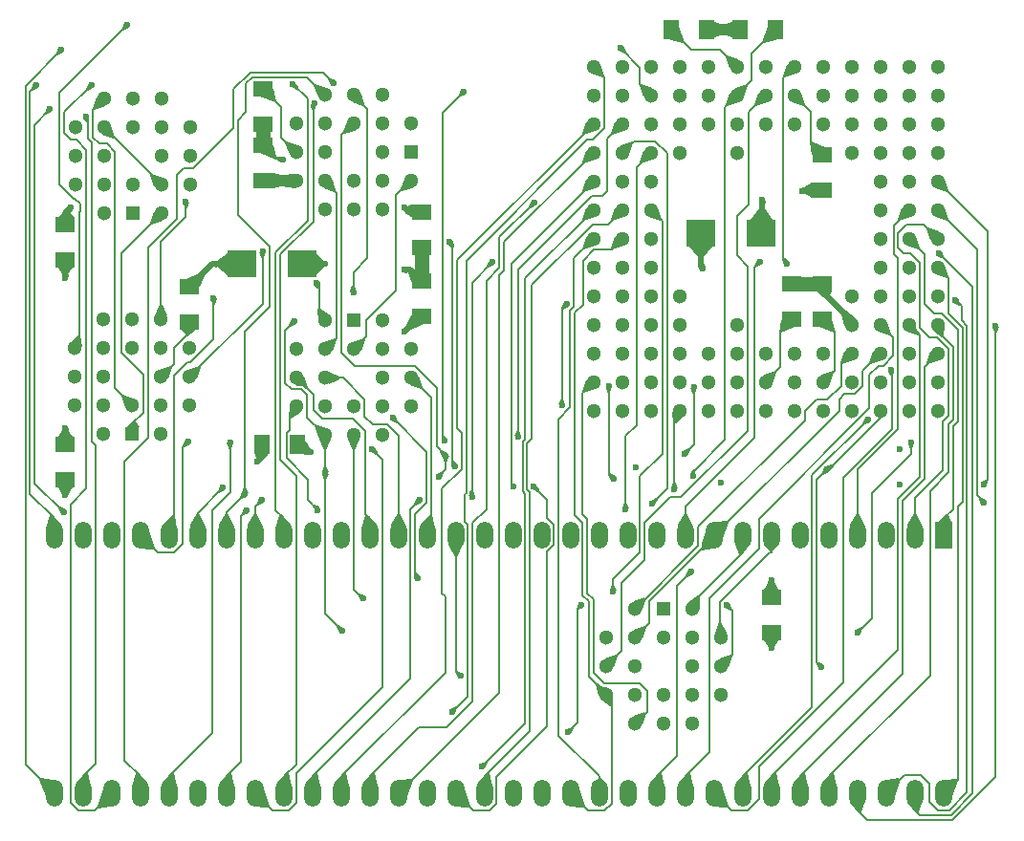
<source format=gbr>
%TF.GenerationSoftware,KiCad,Pcbnew,9.0.2+dfsg-1*%
%TF.CreationDate,2025-12-26T17:01:31-05:00*%
%TF.ProjectId,polyphloisboisterous030,706f6c79-7068-46c6-9f69-73626f697374,rev?*%
%TF.SameCoordinates,Original*%
%TF.FileFunction,Copper,L4,Bot*%
%TF.FilePolarity,Positive*%
%FSLAX46Y46*%
G04 Gerber Fmt 4.6, Leading zero omitted, Abs format (unit mm)*
G04 Created by KiCad (PCBNEW 9.0.2+dfsg-1) date 2025-12-26 17:01:31*
%MOMM*%
%LPD*%
G01*
G04 APERTURE LIST*
%TA.AperFunction,ComponentPad*%
%ADD10C,1.300000*%
%TD*%
%TA.AperFunction,ComponentPad*%
%ADD11R,1.300000X1.300000*%
%TD*%
%TA.AperFunction,ComponentPad*%
%ADD12R,1.500000X2.400000*%
%TD*%
%TA.AperFunction,ComponentPad*%
%ADD13O,1.500000X2.400000*%
%TD*%
%TA.AperFunction,SMDPad,CuDef*%
%ADD14R,1.325000X1.800000*%
%TD*%
%TA.AperFunction,SMDPad,CuDef*%
%ADD15R,2.500000X2.350000*%
%TD*%
%TA.AperFunction,SMDPad,CuDef*%
%ADD16R,1.800000X1.325000*%
%TD*%
%TA.AperFunction,ViaPad*%
%ADD17C,0.600000*%
%TD*%
%TA.AperFunction,Conductor*%
%ADD18C,0.500000*%
%TD*%
%TA.AperFunction,Conductor*%
%ADD19C,1.300000*%
%TD*%
%TA.AperFunction,Conductor*%
%ADD20C,0.200000*%
%TD*%
%TA.AperFunction,Conductor*%
%ADD21C,1.000000*%
%TD*%
G04 APERTURE END LIST*
D10*
%TO.P,U1,A1,BR*%
%TO.N,/{slash}BR_30*%
X160760000Y-63980000D03*
%TO.P,U1,A2,A0*%
%TO.N,/A0*%
X160760000Y-61440000D03*
%TO.P,U1,A3,A30*%
%TO.N,unconnected-(U1A-A30-PadA3)*%
X160760000Y-58900000D03*
%TO.P,U1,A4,A28*%
%TO.N,unconnected-(U1A-A28-PadA4)*%
X160760000Y-56360000D03*
%TO.P,U1,A5,A26*%
%TO.N,unconnected-(U1A-A26-PadA5)*%
X160760000Y-53820000D03*
%TO.P,U1,A6,A24*%
%TO.N,unconnected-(U1A-A24-PadA6)*%
X160760000Y-51280000D03*
%TO.P,U1,A7,A23*%
%TO.N,/A23*%
X160760000Y-48740000D03*
%TO.P,U1,A8,A21*%
%TO.N,/A21*%
X160760000Y-46200000D03*
%TO.P,U1,A9,A19*%
%TO.N,/A19*%
X160760000Y-43660000D03*
%TO.P,U1,A10,A17*%
%TO.N,/A17*%
X160760000Y-41120000D03*
%TO.P,U1,A11,A15*%
%TO.N,/A15*%
X160760000Y-38580000D03*
%TO.P,U1,A12,A13*%
%TO.N,/A13*%
X160760000Y-36040000D03*
%TO.P,U1,A13,A10*%
%TO.N,/A10*%
X160760000Y-33500000D03*
%TO.P,U1,B1,RMC*%
%TO.N,unconnected-(U1A-RMC-PadB1)*%
X163300000Y-63980000D03*
%TO.P,U1,B2,BG*%
%TO.N,unconnected-(U1A-BG-PadB2)*%
X163300000Y-61440000D03*
%TO.P,U1,B3,A31*%
%TO.N,unconnected-(U1A-A31-PadB3)*%
X163300000Y-58900000D03*
%TO.P,U1,B4,A29*%
%TO.N,unconnected-(U1A-A29-PadB4)*%
X163300000Y-56360000D03*
%TO.P,U1,B5,A27*%
%TO.N,unconnected-(U1A-A27-PadB5)*%
X163300000Y-53820000D03*
%TO.P,U1,B6,A25*%
%TO.N,unconnected-(U1A-A25-PadB6)*%
X163300000Y-51280000D03*
%TO.P,U1,B7,A22*%
%TO.N,/A22*%
X163300000Y-48740000D03*
%TO.P,U1,B8,A20*%
%TO.N,/A20*%
X163300000Y-46200000D03*
%TO.P,U1,B9,A16*%
%TO.N,/A16*%
X163300000Y-43660000D03*
%TO.P,U1,B10,A14*%
%TO.N,/A14*%
X163300000Y-41120000D03*
%TO.P,U1,B11,A12*%
%TO.N,/A12*%
X163300000Y-38580000D03*
%TO.P,U1,B12,A8*%
%TO.N,/A8*%
X163300000Y-36040000D03*
%TO.P,U1,B13,A7*%
%TO.N,/A7*%
X163300000Y-33500000D03*
%TO.P,U1,C1,FC1*%
%TO.N,/FC1*%
X165840000Y-63980000D03*
%TO.P,U1,C2,CIOUT*%
%TO.N,unconnected-(U1A-CIOUT-PadC2)*%
X165840000Y-61440000D03*
%TO.P,U1,C3,BGACK*%
%TO.N,/{slash}BGACK_30*%
X165840000Y-58900000D03*
%TO.P,U1,C4,A1*%
%TO.N,/A1*%
X165840000Y-56360000D03*
%TO.P,U1,C5,GND@1*%
%TO.N,GND*%
X165840000Y-53820000D03*
%TO.P,U1,C6,VCC@1*%
%TO.N,VCC*%
X165840000Y-51280000D03*
%TO.P,U1,C7,GND@2*%
%TO.N,GND*%
X165840000Y-48740000D03*
%TO.P,U1,C8,A18*%
%TO.N,/A18*%
X165840000Y-46200000D03*
%TO.P,U1,C9,GND@3*%
%TO.N,GND*%
X165840000Y-43660000D03*
%TO.P,U1,C10,A11*%
%TO.N,/A11*%
X165840000Y-41120000D03*
%TO.P,U1,C11,A9*%
%TO.N,/A9*%
X165840000Y-38580000D03*
%TO.P,U1,C12,A5*%
%TO.N,/A5*%
X165840000Y-36040000D03*
%TO.P,U1,C13,A4*%
%TO.N,/A4*%
X165840000Y-33500000D03*
%TO.P,U1,D1,FC2*%
%TO.N,/FC2*%
X168380000Y-63980000D03*
%TO.P,U1,D2,FC0*%
%TO.N,/FC0*%
X168380000Y-61440000D03*
%TO.P,U1,D3,OCS*%
%TO.N,unconnected-(U1A-OCS-PadD3)*%
X168380000Y-58900000D03*
%TO.P,U1,D4,VCC@2*%
%TO.N,VCC*%
X168380000Y-56360000D03*
%TO.P,U1,D5,NC*%
%TO.N,unconnected-(U1A-NC-PadD5)*%
X168380000Y-53820000D03*
%TO.P,U1,D10,VCC@3*%
%TO.N,VCC*%
X168380000Y-41120000D03*
%TO.P,U1,D11,A6*%
%TO.N,/A6*%
X168380000Y-38580000D03*
%TO.P,U1,D12,A3*%
%TO.N,/A3*%
X168380000Y-36040000D03*
%TO.P,U1,D13,A2*%
%TO.N,/A2*%
X168380000Y-33500000D03*
%TO.P,U1,E1,CLK*%
%TO.N,/CLK_30*%
X170920000Y-63980000D03*
%TO.P,U1,E2,AVEC*%
%TO.N,/AVEC*%
X170920000Y-61440000D03*
%TO.P,U1,E3,GND@4*%
%TO.N,GND*%
X170920000Y-58900000D03*
%TO.P,U1,E11,GND@5*%
X170920000Y-38580000D03*
%TO.P,U1,E12,NC*%
%TO.N,unconnected-(U1A-NC-PadE12)*%
X170920000Y-36040000D03*
%TO.P,U1,E13,IPEND*%
%TO.N,unconnected-(U1A-IPEND-PadE13)*%
X170920000Y-33500000D03*
%TO.P,U1,F1,DSACK0*%
%TO.N,/{slash}DSACK0*%
X173460000Y-63980000D03*
%TO.P,U1,F2,VCC@4*%
%TO.N,VCC*%
X173460000Y-61440000D03*
%TO.P,U1,F3,GND@6*%
%TO.N,GND*%
X173460000Y-58900000D03*
%TO.P,U1,F4,NC*%
%TO.N,unconnected-(U1A-NC-PadF4)*%
X173460000Y-56360000D03*
%TO.P,U1,F10,NC*%
%TO.N,unconnected-(U1A-NC-PadF10)*%
X173460000Y-41120000D03*
%TO.P,U1,F11,VCC@5*%
%TO.N,VCC*%
X173460000Y-38580000D03*
%TO.P,U1,F12,RESET*%
%TO.N,/{slash}RESET_30*%
X173460000Y-36040000D03*
%TO.P,U1,F13,MMUDIS*%
%TO.N,/{slash}MMUDIS*%
X173460000Y-33500000D03*
%TO.P,U1,G1,STERM*%
%TO.N,/{slash}STERM*%
X176000000Y-63980000D03*
%TO.P,U1,G2,DSACK1*%
%TO.N,/{slash}DSACK1*%
X176000000Y-61440000D03*
%TO.P,U1,G3,GND@7*%
%TO.N,GND*%
X176000000Y-58900000D03*
%TO.P,U1,G11,GND@8*%
X176000000Y-38580000D03*
%TO.P,U1,G12,IPL2*%
%TO.N,/{slash}IPL2*%
X176000000Y-36040000D03*
%TO.P,U1,G13,IPL1*%
%TO.N,/{slash}IPL1*%
X176000000Y-33500000D03*
%TO.P,U1,H1,BERR*%
%TO.N,/{slash}BERR_30*%
X178540000Y-63980000D03*
%TO.P,U1,H2,HALT*%
%TO.N,/{slash}HALT_30*%
X178540000Y-61440000D03*
%TO.P,U1,H3,VCC@6*%
%TO.N,VCC*%
X178540000Y-58900000D03*
%TO.P,U1,H11,VCC@7*%
X178540000Y-38580000D03*
%TO.P,U1,H12,CDIS*%
%TO.N,/CDIS*%
X178540000Y-36040000D03*
%TO.P,U1,H13,IPL0*%
%TO.N,/{slash}IPL0*%
X178540000Y-33500000D03*
%TO.P,U1,J1,CBACK*%
%TO.N,/{slash}CBACK*%
X181080000Y-63980000D03*
%TO.P,U1,J2,AS*%
%TO.N,/{slash}AS_30*%
X181080000Y-61440000D03*
%TO.P,U1,J3,GND@9*%
%TO.N,GND*%
X181080000Y-58900000D03*
%TO.P,U1,J11,GND@10*%
X181080000Y-38580000D03*
%TO.P,U1,J12,STATUS*%
%TO.N,unconnected-(U1A-STATUS-PadJ12)*%
X181080000Y-36040000D03*
%TO.P,U1,J13,REFILL*%
%TO.N,unconnected-(U1A-REFILL-PadJ13)*%
X181080000Y-33500000D03*
%TO.P,U1,K1,CBREQ*%
%TO.N,unconnected-(U1A-CBREQ-PadK1)*%
X183620000Y-63980000D03*
%TO.P,U1,K2,DS*%
%TO.N,/{slash}DS_30*%
X183620000Y-61440000D03*
%TO.P,U1,K3,SIZ1*%
%TO.N,/SIZ1*%
X183620000Y-58900000D03*
%TO.P,U1,K4,VCC@8*%
%TO.N,VCC*%
X183620000Y-56360000D03*
%TO.P,U1,K5,NC*%
%TO.N,unconnected-(U1A-NC-PadK5)*%
X183620000Y-53820000D03*
%TO.P,U1,K10,VCC@9*%
%TO.N,VCC*%
X183620000Y-41120000D03*
%TO.P,U1,K11,D5*%
%TO.N,/D5*%
X183620000Y-38580000D03*
%TO.P,U1,K12,D1*%
%TO.N,/D1*%
X183620000Y-36040000D03*
%TO.P,U1,K13,D0*%
%TO.N,/D0*%
X183620000Y-33500000D03*
%TO.P,U1,L1,CIIN*%
%TO.N,/{slash}CIIN*%
X186160000Y-63980000D03*
%TO.P,U1,L2,SIZ0*%
%TO.N,/SIZ0*%
X186160000Y-61440000D03*
%TO.P,U1,L3,R/~{W}*%
%TO.N,/{slash}R{slash}W*%
X186160000Y-58900000D03*
%TO.P,U1,L4,D30*%
%TO.N,/D30*%
X186160000Y-56360000D03*
%TO.P,U1,L5,GND@11*%
%TO.N,GND*%
X186160000Y-53820000D03*
%TO.P,U1,L6,VCC@10*%
%TO.N,VCC*%
X186160000Y-51280000D03*
%TO.P,U1,L7,GND@12*%
%TO.N,GND*%
X186160000Y-48740000D03*
%TO.P,U1,L8,GND@13*%
X186160000Y-46200000D03*
%TO.P,U1,L9,GND@14*%
X186160000Y-43660000D03*
%TO.P,U1,L10,D10*%
%TO.N,/D10*%
X186160000Y-41120000D03*
%TO.P,U1,L11,D7*%
%TO.N,/D7*%
X186160000Y-38580000D03*
%TO.P,U1,L12,D4*%
%TO.N,/D4*%
X186160000Y-36040000D03*
%TO.P,U1,L13,D2*%
%TO.N,/D2*%
X186160000Y-33500000D03*
%TO.P,U1,M1,DBEN*%
%TO.N,unconnected-(U1A-DBEN-PadM1)*%
X188700000Y-63980000D03*
%TO.P,U1,M2,ECS*%
%TO.N,/ECS*%
X188700000Y-61440000D03*
%TO.P,U1,M3,D29*%
%TO.N,/D29*%
X188700000Y-58900000D03*
%TO.P,U1,M4,D27*%
%TO.N,/D27*%
X188700000Y-56360000D03*
%TO.P,U1,M5,D24*%
%TO.N,/D24*%
X188700000Y-53820000D03*
%TO.P,U1,M6,D22*%
%TO.N,/D22*%
X188700000Y-51280000D03*
%TO.P,U1,M7,D20*%
%TO.N,/D20*%
X188700000Y-48740000D03*
%TO.P,U1,M8,D17*%
%TO.N,/D17*%
X188700000Y-46200000D03*
%TO.P,U1,M9,D14*%
%TO.N,/D14*%
X188700000Y-43660000D03*
%TO.P,U1,M10,D12*%
%TO.N,/D12*%
X188700000Y-41120000D03*
%TO.P,U1,M11,D9*%
%TO.N,/D9*%
X188700000Y-38580000D03*
%TO.P,U1,M12,D6*%
%TO.N,/D6*%
X188700000Y-36040000D03*
%TO.P,U1,M13,D3*%
%TO.N,/D3*%
X188700000Y-33500000D03*
%TO.P,U1,N1,D31*%
%TO.N,/D31*%
X191240000Y-63980000D03*
%TO.P,U1,N2,D28*%
%TO.N,/D28*%
X191240000Y-61440000D03*
%TO.P,U1,N3,D26*%
%TO.N,/D26*%
X191240000Y-58900000D03*
%TO.P,U1,N4,D25*%
%TO.N,/D25*%
X191240000Y-56360000D03*
%TO.P,U1,N5,D23*%
%TO.N,/D23*%
X191240000Y-53820000D03*
%TO.P,U1,N6,D21*%
%TO.N,/D21*%
X191240000Y-51280000D03*
%TO.P,U1,N7,D19*%
%TO.N,/D19*%
X191240000Y-48740000D03*
%TO.P,U1,N8,D18*%
%TO.N,/D18*%
X191240000Y-46200000D03*
%TO.P,U1,N9,D16*%
%TO.N,/D16*%
X191240000Y-43660000D03*
%TO.P,U1,N10,D15*%
%TO.N,/D15*%
X191240000Y-41120000D03*
%TO.P,U1,N11,D13*%
%TO.N,/D13*%
X191240000Y-38580000D03*
%TO.P,U1,N12,D11*%
%TO.N,/D11*%
X191240000Y-36040000D03*
%TO.P,U1,N13,D8*%
%TO.N,/D8*%
X191240000Y-33500000D03*
%TD*%
D11*
%TO.P,U7,1,CLK*%
%TO.N,unconnected-(U7-CLK-Pad1)*%
X119960000Y-46500000D03*
D10*
%TO.P,U7,2,I1*%
%TO.N,unconnected-(U7-I1-Pad2)*%
X119960000Y-43960000D03*
%TO.P,U7,3,I2*%
%TO.N,/C8M.PDS*%
X122500000Y-46500000D03*
%TO.P,U7,4,I3*%
%TO.N,Net-(U7-I3)*%
X125040000Y-43960000D03*
%TO.P,U7,5,I4*%
%TO.N,Net-(U7-I4)*%
X122500000Y-43960000D03*
%TO.P,U7,6,I5*%
%TO.N,Net-(U7-I5)*%
X125040000Y-41420000D03*
%TO.P,U7,7,I6*%
%TO.N,unconnected-(U7-I6-Pad7)*%
X122500000Y-41420000D03*
%TO.P,U7,8,I7*%
%TO.N,unconnected-(U7-I7-Pad8)*%
X125040000Y-38880000D03*
%TO.P,U7,9,I8*%
%TO.N,unconnected-(U7-I8-Pad9)*%
X122500000Y-36340000D03*
%TO.P,U7,10,GND*%
%TO.N,GND*%
X122500000Y-38880000D03*
%TO.P,U7,11,OE*%
%TO.N,unconnected-(U7-OE-Pad11)*%
X119960000Y-36340000D03*
%TO.P,U7,12,O8*%
%TO.N,unconnected-(U7-O8-Pad12)*%
X119960000Y-38880000D03*
%TO.P,U7,13,O7*%
%TO.N,/C16M*%
X117420000Y-36340000D03*
%TO.P,U7,14,O6*%
%TO.N,Net-(U7-I5)*%
X114880000Y-38880000D03*
%TO.P,U7,15,O5*%
%TO.N,Net-(U7-I4)*%
X117420000Y-38880000D03*
%TO.P,U7,16,O4*%
%TO.N,Net-(U7-I3)*%
X114880000Y-41420000D03*
%TO.P,U7,17,O3*%
%TO.N,unconnected-(U7-O3-Pad17)*%
X117420000Y-41420000D03*
%TO.P,U7,18,O2*%
%TO.N,unconnected-(U7-O2-Pad18)*%
X114880000Y-43960000D03*
%TO.P,U7,19,O1*%
%TO.N,unconnected-(U7-O1-Pad19)*%
X117420000Y-46500000D03*
%TO.P,U7,20,VCC*%
%TO.N,VCC*%
X117420000Y-43960000D03*
%TD*%
D11*
%TO.P,U5,1,CLK*%
%TO.N,/C8M.PDS*%
X166960000Y-81500000D03*
D10*
%TO.P,U5,2,I1*%
%TO.N,/{slash}AS_00*%
X166960000Y-84040000D03*
%TO.P,U5,3,I2*%
%TO.N,/SIZ1*%
X164420000Y-81500000D03*
%TO.P,U5,4,I3*%
%TO.N,/SIZ0*%
X161880000Y-84040000D03*
%TO.P,U5,5,I4*%
%TO.N,/{slash}R{slash}W*%
X164420000Y-84040000D03*
%TO.P,U5,6,I5*%
%TO.N,/{slash}IPL2*%
X161880000Y-86580000D03*
%TO.P,U5,7,I6*%
%TO.N,/{slash}CIIN*%
X164420000Y-86580000D03*
%TO.P,U5,8,I7*%
%TO.N,/A22*%
X161880000Y-89120000D03*
%TO.P,U5,9,I8*%
%TO.N,/A0*%
X164420000Y-91660000D03*
%TO.P,U5,10,GND*%
%TO.N,GND*%
X164420000Y-89120000D03*
%TO.P,U5,11,OE*%
X166960000Y-91660000D03*
%TO.P,U5,12,O8*%
%TO.N,/{slash}RESET_00*%
X166960000Y-89120000D03*
%TO.P,U5,13,O7*%
%TO.N,/{slash}RESET_30*%
X169500000Y-91660000D03*
%TO.P,U5,14,O6*%
%TO.N,unconnected-(U5-O6-Pad14)*%
X172040000Y-89120000D03*
%TO.P,U5,15,O5*%
%TO.N,unconnected-(U5-O5-Pad15)*%
X169500000Y-89120000D03*
%TO.P,U5,16,O4*%
%TO.N,/{slash}BR_00*%
X172040000Y-86580000D03*
%TO.P,U5,17,O3*%
%TO.N,/N$7*%
X169500000Y-86580000D03*
%TO.P,U5,18,O2*%
%TO.N,/{slash}UDS*%
X172040000Y-84040000D03*
%TO.P,U5,19,O1*%
%TO.N,/{slash}LDS*%
X169500000Y-81500000D03*
%TO.P,U5,20,VCC*%
%TO.N,VCC*%
X169500000Y-84040000D03*
%TD*%
D11*
%TO.P,U4,1,CLK*%
%TO.N,/SM_CLK16*%
X139540000Y-56000000D03*
D10*
%TO.P,U4,2,I1*%
%TO.N,/NOFC*%
X139540000Y-58540000D03*
%TO.P,U4,3,I2*%
%TO.N,/C8M.PDS*%
X137000000Y-56000000D03*
%TO.P,U4,4,I3*%
%TO.N,/{slash}AS_30*%
X134460000Y-58540000D03*
%TO.P,U4,5,I4*%
%TO.N,/{slash}DTACK_SYS+EX*%
X137000000Y-58540000D03*
%TO.P,U4,6,I5*%
%TO.N,/{slash}VPA*%
X134460000Y-61080000D03*
%TO.P,U4,7,I6*%
%TO.N,/E*%
X137000000Y-61080000D03*
%TO.P,U4,8,I7*%
%TO.N,/{slash}R{slash}W*%
X134460000Y-63620000D03*
%TO.P,U4,9,I8*%
%TO.N,/{slash}RESET_30*%
X137000000Y-66160000D03*
%TO.P,U4,10,GND*%
%TO.N,GND*%
X137000000Y-63620000D03*
%TO.P,U4,11,OE*%
%TO.N,/N$7*%
X139540000Y-66160000D03*
%TO.P,U4,12,O8*%
%TO.N,/{slash}DSACK1*%
X139540000Y-63620000D03*
%TO.P,U4,13,O7*%
%TO.N,/P2.A17*%
X142080000Y-66160000D03*
%TO.P,U4,14,O6*%
%TO.N,unconnected-(U4-O6-Pad14)*%
X144620000Y-63620000D03*
%TO.P,U4,15,O5*%
%TO.N,unconnected-(U4-O5-Pad15)*%
X142080000Y-63620000D03*
%TO.P,U4,16,O4*%
%TO.N,/{slash}VMA*%
X144620000Y-61080000D03*
%TO.P,U4,17,O3*%
%TO.N,unconnected-(U4-O3-Pad17)*%
X142080000Y-61080000D03*
%TO.P,U4,18,O2*%
%TO.N,/{slash}AS_00*%
X144620000Y-58540000D03*
%TO.P,U4,19,O1*%
%TO.N,/N$1*%
X142080000Y-56000000D03*
%TO.P,U4,20,VCC*%
%TO.N,VCC*%
X142080000Y-58540000D03*
%TD*%
D11*
%TO.P,U3,1,CLK*%
%TO.N,/A23*%
X144620000Y-41080000D03*
D10*
%TO.P,U3,2,I1*%
%TO.N,/A22*%
X142080000Y-41080000D03*
%TO.P,U3,3,I2*%
%TO.N,/A21*%
X144620000Y-38540000D03*
%TO.P,U3,4,I3*%
%TO.N,/A20*%
X142080000Y-36000000D03*
%TO.P,U3,5,I4*%
%TO.N,/A19*%
X142080000Y-38540000D03*
%TO.P,U3,6,I5*%
%TO.N,/FC0*%
X139540000Y-36000000D03*
%TO.P,U3,7,I6*%
%TO.N,/FC1*%
X139540000Y-38540000D03*
%TO.P,U3,8,I7*%
%TO.N,/FC2*%
X137000000Y-36000000D03*
%TO.P,U3,9,I8*%
%TO.N,/{slash}DTACK*%
X134460000Y-38540000D03*
%TO.P,U3,10,GND*%
%TO.N,GND*%
X137000000Y-38540000D03*
%TO.P,U3,11,OE*%
%TO.N,/P3.B10*%
X134460000Y-41080000D03*
%TO.P,U3,12,O8*%
%TO.N,/{slash}SCC.RW.DEC*%
X137000000Y-41080000D03*
%TO.P,U3,13,O7*%
%TO.N,/{slash}EXT.DTK*%
X134460000Y-43620000D03*
%TO.P,U3,14,O6*%
%TO.N,unconnected-(U3-O6-Pad14)*%
X137000000Y-46160000D03*
%TO.P,U3,15,O5*%
%TO.N,/{slash}DTACK_SYS+EX*%
X137000000Y-43620000D03*
%TO.P,U3,16,O4*%
%TO.N,/{slash}CIIN*%
X139540000Y-46160000D03*
%TO.P,U3,17,O3*%
%TO.N,/AVEC*%
X139540000Y-43620000D03*
%TO.P,U3,18,O2*%
%TO.N,/{slash}FPUCS*%
X142080000Y-46160000D03*
%TO.P,U3,19,O1*%
%TO.N,/NOFC*%
X144620000Y-43620000D03*
%TO.P,U3,20,VCC*%
%TO.N,VCC*%
X142080000Y-43620000D03*
%TD*%
D11*
%TO.P,U6,1,CLK*%
%TO.N,/C8M.PDS*%
X119920000Y-66080000D03*
D10*
%TO.P,U6,2,I1*%
%TO.N,/C16M*%
X119920000Y-63540000D03*
%TO.P,U6,3,I2*%
%TO.N,/E*%
X122460000Y-66080000D03*
%TO.P,U6,4,I3*%
%TO.N,/{slash}AS_00*%
X125000000Y-63540000D03*
%TO.P,U6,5,I4*%
%TO.N,/{slash}AS_30*%
X122460000Y-63540000D03*
%TO.P,U6,6,I5*%
%TO.N,/{slash}FPUCS*%
X125000000Y-61000000D03*
%TO.P,U6,7,I6*%
%TO.N,/FPUSENSE*%
X122460000Y-61000000D03*
%TO.P,U6,8,I7*%
%TO.N,/{slash}RESET_30*%
X125000000Y-58460000D03*
%TO.P,U6,9,I8*%
%TO.N,/{slash}SCC.RW.DEC*%
X122460000Y-55920000D03*
%TO.P,U6,10,GND*%
%TO.N,GND*%
X122460000Y-58460000D03*
%TO.P,U6,11,OE*%
X119920000Y-55920000D03*
%TO.P,U6,12,O8*%
%TO.N,/N$1*%
X119920000Y-58460000D03*
%TO.P,U6,13,O7*%
%TO.N,/{slash}BERR_30*%
X117380000Y-55920000D03*
%TO.P,U6,14,O6*%
%TO.N,/CDIS*%
X114840000Y-58460000D03*
%TO.P,U6,15,O5*%
%TO.N,unconnected-(U6-O5-Pad15)*%
X117380000Y-58460000D03*
%TO.P,U6,16,O4*%
%TO.N,unconnected-(U6-O4-Pad16)*%
X114840000Y-61000000D03*
%TO.P,U6,17,O3*%
%TO.N,unconnected-(U6-O3-Pad17)*%
X117380000Y-61000000D03*
%TO.P,U6,18,O2*%
%TO.N,/SM_CLK16*%
X114840000Y-63540000D03*
%TO.P,U6,19,O1*%
%TO.N,/CLK_30*%
X117380000Y-66080000D03*
%TO.P,U6,20,VCC*%
%TO.N,VCC*%
X117380000Y-63540000D03*
%TD*%
D12*
%TO.P,IC1,1,D4*%
%TO.N,/D20*%
X191740000Y-75000000D03*
D13*
%TO.P,IC1,2,D3*%
%TO.N,/D19*%
X189200000Y-75000000D03*
%TO.P,IC1,3,D2*%
%TO.N,/D18*%
X186660000Y-75000000D03*
%TO.P,IC1,4,D1*%
%TO.N,/D17*%
X184120000Y-75000000D03*
%TO.P,IC1,5,D0*%
%TO.N,/D16*%
X181580000Y-75000000D03*
%TO.P,IC1,6,AS*%
%TO.N,/{slash}AS_00*%
X179040000Y-75000000D03*
%TO.P,IC1,7,UDS*%
%TO.N,/{slash}UDS*%
X176500000Y-75000000D03*
%TO.P,IC1,8,LDS*%
%TO.N,/{slash}LDS*%
X173960000Y-75000000D03*
%TO.P,IC1,9,R/W*%
%TO.N,/{slash}R{slash}W*%
X171420000Y-75000000D03*
%TO.P,IC1,10,DTACK*%
%TO.N,/{slash}DTACK*%
X168880000Y-75000000D03*
%TO.P,IC1,11,BG*%
%TO.N,unconnected-(IC1A-BG-Pad11)*%
X166340000Y-75000000D03*
%TO.P,IC1,12,BGACK*%
%TO.N,unconnected-(IC1A-BGACK-Pad12)*%
X163800000Y-75000000D03*
%TO.P,IC1,13,BR*%
%TO.N,/{slash}BR_00*%
X161260000Y-75000000D03*
%TO.P,IC1,14,VCC@1*%
%TO.N,VCC*%
X158720000Y-75000000D03*
%TO.P,IC1,15,CLK*%
%TO.N,/C8M.PDS*%
X156180000Y-75000000D03*
%TO.P,IC1,16,GND@1*%
%TO.N,GND*%
X153640000Y-75000000D03*
%TO.P,IC1,17,HALT*%
%TO.N,unconnected-(IC1A-HALT-Pad17)*%
X151100000Y-75000000D03*
%TO.P,IC1,18,RESET*%
%TO.N,/{slash}RESET_00*%
X148560000Y-75000000D03*
%TO.P,IC1,19,VMA*%
%TO.N,/{slash}VMA*%
X146020000Y-75000000D03*
%TO.P,IC1,20,E*%
%TO.N,/E*%
X143480000Y-75000000D03*
%TO.P,IC1,21,VPA*%
%TO.N,/{slash}VPA*%
X140940000Y-75000000D03*
%TO.P,IC1,22,BERR*%
%TO.N,unconnected-(IC1A-BERR-Pad22)*%
X138400000Y-75000000D03*
%TO.P,IC1,23,IPL2*%
%TO.N,/{slash}IPL2*%
X135860000Y-75000000D03*
%TO.P,IC1,24,IPL1*%
%TO.N,/{slash}IPL1*%
X133320000Y-75000000D03*
%TO.P,IC1,25,IPL0*%
%TO.N,/{slash}IPL0*%
X130780000Y-75000000D03*
%TO.P,IC1,26,FC2*%
%TO.N,/FC2*%
X128240000Y-75000000D03*
%TO.P,IC1,27,FC1*%
%TO.N,/FC1*%
X125700000Y-75000000D03*
%TO.P,IC1,28,FC0*%
%TO.N,/FC0*%
X123160000Y-75000000D03*
%TO.P,IC1,29,A1*%
%TO.N,/A1*%
X120620000Y-75000000D03*
%TO.P,IC1,30,A2*%
%TO.N,/A2*%
X118080000Y-75000000D03*
%TO.P,IC1,31,A3*%
%TO.N,/A3*%
X115540000Y-75000000D03*
%TO.P,IC1,32,A4*%
%TO.N,/A4*%
X113000000Y-75000000D03*
%TO.P,IC1,33,A5*%
%TO.N,/A5*%
X113000000Y-97860000D03*
%TO.P,IC1,34,A6*%
%TO.N,/A6*%
X115540000Y-97860000D03*
%TO.P,IC1,35,A7*%
%TO.N,/A7*%
X118080000Y-97860000D03*
%TO.P,IC1,36,A8*%
%TO.N,/A8*%
X120620000Y-97860000D03*
%TO.P,IC1,37,A9*%
%TO.N,/A9*%
X123160000Y-97860000D03*
%TO.P,IC1,38,A10*%
%TO.N,/A10*%
X125700000Y-97860000D03*
%TO.P,IC1,39,A11*%
%TO.N,/A11*%
X128240000Y-97860000D03*
%TO.P,IC1,40,A12*%
%TO.N,/A12*%
X130780000Y-97860000D03*
%TO.P,IC1,41,A13*%
%TO.N,/A13*%
X133320000Y-97860000D03*
%TO.P,IC1,42,A14*%
%TO.N,/A14*%
X135860000Y-97860000D03*
%TO.P,IC1,43,A15*%
%TO.N,/A15*%
X138400000Y-97860000D03*
%TO.P,IC1,44,A16*%
%TO.N,/A16*%
X140940000Y-97860000D03*
%TO.P,IC1,45,A17*%
%TO.N,/A17*%
X143480000Y-97860000D03*
%TO.P,IC1,46,A18*%
%TO.N,/A18*%
X146020000Y-97860000D03*
%TO.P,IC1,47,A19*%
%TO.N,/A19*%
X148560000Y-97860000D03*
%TO.P,IC1,48,A20*%
%TO.N,/A20*%
X151100000Y-97860000D03*
%TO.P,IC1,49,VCC@2*%
%TO.N,VCC*%
X153640000Y-97860000D03*
%TO.P,IC1,50,A21*%
%TO.N,/A21*%
X156180000Y-97860000D03*
%TO.P,IC1,51,A22*%
%TO.N,/A22*%
X158720000Y-97860000D03*
%TO.P,IC1,52,A23*%
%TO.N,/A23*%
X161260000Y-97860000D03*
%TO.P,IC1,53,GND@2*%
%TO.N,GND*%
X163800000Y-97860000D03*
%TO.P,IC1,54,D15*%
%TO.N,/D31*%
X166340000Y-97860000D03*
%TO.P,IC1,55,D14*%
%TO.N,/D30*%
X168880000Y-97860000D03*
%TO.P,IC1,56,D13*%
%TO.N,/D29*%
X171420000Y-97860000D03*
%TO.P,IC1,57,D12*%
%TO.N,/D28*%
X173960000Y-97860000D03*
%TO.P,IC1,58,D11*%
%TO.N,/D27*%
X176500000Y-97860000D03*
%TO.P,IC1,59,D10*%
%TO.N,/D26*%
X179040000Y-97860000D03*
%TO.P,IC1,60,D9*%
%TO.N,/D25*%
X181580000Y-97860000D03*
%TO.P,IC1,61,D8*%
%TO.N,/D24*%
X184120000Y-97860000D03*
%TO.P,IC1,62,D7*%
%TO.N,/D23*%
X186660000Y-97860000D03*
%TO.P,IC1,63,D6*%
%TO.N,/D22*%
X189200000Y-97860000D03*
%TO.P,IC1,64,D5*%
%TO.N,/D21*%
X191740000Y-97860000D03*
%TD*%
D14*
%TO.P,R12,1,1*%
%TO.N,/{slash}MMUDIS*%
X167625000Y-30250000D03*
%TO.P,R12,2,2*%
%TO.N,VCC*%
X170750000Y-30250000D03*
%TD*%
D15*
%TO.P,C1,+,+*%
%TO.N,VCC*%
X175612000Y-48250000D03*
%TO.P,C1,-,-*%
%TO.N,GND*%
X170250000Y-48250000D03*
%TD*%
D16*
%TO.P,C8,1,1*%
%TO.N,VCC*%
X176500000Y-80500000D03*
%TO.P,C8,2,2*%
%TO.N,GND*%
X176500000Y-83625000D03*
%TD*%
%TO.P,C4,1,1*%
%TO.N,VCC*%
X114000000Y-47500000D03*
%TO.P,C4,2,2*%
%TO.N,GND*%
X114000000Y-50625000D03*
%TD*%
%TO.P,R10,1,1*%
%TO.N,/FPUSENSE*%
X125000000Y-56125000D03*
%TO.P,R10,2,2*%
%TO.N,VCC*%
X125000000Y-53000000D03*
%TD*%
%TO.P,C7,1,1*%
%TO.N,VCC*%
X145500000Y-55625000D03*
%TO.P,C7,2,2*%
%TO.N,GND*%
X145500000Y-52500000D03*
%TD*%
%TO.P,R16,1,1*%
%TO.N,/{slash}EXT.DTK*%
X131500000Y-43625000D03*
%TO.P,R16,2,2*%
%TO.N,VCC*%
X131500000Y-40500000D03*
%TD*%
D14*
%TO.P,R3,1,1*%
%TO.N,/{slash}RESET_30*%
X176875000Y-30250000D03*
%TO.P,R3,2,2*%
%TO.N,VCC*%
X173750000Y-30250000D03*
%TD*%
D16*
%TO.P,C5,1,1*%
%TO.N,VCC*%
X114000000Y-67000000D03*
%TO.P,C5,2,2*%
%TO.N,GND*%
X114000000Y-70125000D03*
%TD*%
D15*
%TO.P,C3,+,+*%
%TO.N,VCC*%
X129638000Y-51000000D03*
%TO.P,C3,-,-*%
%TO.N,GND*%
X135000000Y-51000000D03*
%TD*%
D16*
%TO.P,R5,1,1*%
%TO.N,/{slash}AS_30*%
X181000000Y-55900000D03*
%TO.P,R5,2,2*%
%TO.N,VCC*%
X181000000Y-52775000D03*
%TD*%
%TO.P,R11,1,1*%
%TO.N,/CDIS*%
X181000000Y-41337500D03*
%TO.P,R11,2,2*%
%TO.N,VCC*%
X181000000Y-44462500D03*
%TD*%
%TO.P,R9,1,1*%
%TO.N,/P3.B10*%
X131500000Y-35500000D03*
%TO.P,R9,2,2*%
%TO.N,VCC*%
X131500000Y-38625000D03*
%TD*%
%TO.P,R2,1,1*%
%TO.N,/{slash}DSACK1*%
X178300000Y-55900000D03*
%TO.P,R2,2,2*%
%TO.N,VCC*%
X178300000Y-52775000D03*
%TD*%
D14*
%TO.P,R4,1,1*%
%TO.N,/P2.A17*%
X134562500Y-67000000D03*
%TO.P,R4,2,2*%
%TO.N,VCC*%
X131437500Y-67000000D03*
%TD*%
D16*
%TO.P,C6,1,1*%
%TO.N,VCC*%
X145500000Y-46375000D03*
%TO.P,C6,2,2*%
%TO.N,GND*%
X145500000Y-49500000D03*
%TD*%
D17*
%TO.N,GND*%
X170418702Y-51394200D03*
X114000000Y-52250000D03*
X144000000Y-51500000D03*
X137000000Y-51000000D03*
X176500000Y-85000000D03*
X187900000Y-67400000D03*
X114000000Y-71500000D03*
%TO.N,VCC*%
X164500000Y-69000000D03*
X114000000Y-65500000D03*
X131000000Y-68500000D03*
X114500000Y-46000000D03*
X176500000Y-79000000D03*
X144000000Y-46000000D03*
X172000000Y-70400000D03*
X127500000Y-51000000D03*
X172250000Y-30500000D03*
X187900000Y-70525000D03*
X144000000Y-57000000D03*
X179250000Y-44500000D03*
X133250000Y-41750000D03*
X175700000Y-45300000D03*
%TO.N,/{slash}AS_00*%
X142969300Y-64613700D03*
X145181500Y-78818500D03*
%TO.N,/A9*%
X147602900Y-66673900D03*
X149294200Y-35709200D03*
X128575400Y-66784300D03*
%TO.N,/A12*%
X141175600Y-67419400D03*
X154084200Y-66275200D03*
%TO.N,/A6*%
X115793700Y-37929900D03*
%TO.N,/A5*%
X163147465Y-31852535D03*
X113658400Y-32029500D03*
%TO.N,/D24*%
X196380500Y-56512200D03*
%TO.N,/A21*%
X150891400Y-95546500D03*
%TO.N,/{slash}R{slash}W*%
X136350000Y-72775000D03*
%TO.N,/A8*%
X137744900Y-34999900D03*
%TO.N,/A18*%
X159696400Y-81196400D03*
X158500000Y-92500000D03*
X162496000Y-80000000D03*
%TO.N,/{slash}DTACK*%
X175473500Y-50794200D03*
%TO.N,/D23*%
X192791000Y-54171700D03*
%TO.N,/A16*%
X155496100Y-45545500D03*
%TO.N,/C8M.PDS*%
X136250000Y-52675002D03*
%TO.N,/D22*%
X191344700Y-50010000D03*
%TO.N,/D16*%
X195304900Y-70500000D03*
%TO.N,/{slash}BR_00*%
X172557300Y-81212000D03*
%TO.N,/{slash}RESET_00*%
X149000000Y-87500000D03*
%TO.N,/D31*%
X169437200Y-78231000D03*
%TO.N,/FC0*%
X127114100Y-54000000D03*
X139500000Y-53532900D03*
%TO.N,/A7*%
X116300300Y-35139700D03*
%TO.N,/A11*%
X130071700Y-72780500D03*
X163598600Y-72697200D03*
%TO.N,/{slash}IPL1*%
X134146500Y-35083500D03*
%TO.N,/A19*%
X153691400Y-70736300D03*
X155480300Y-70736300D03*
%TO.N,/D29*%
X187102500Y-60352000D03*
%TO.N,/A3*%
X112645500Y-37291700D03*
X113864800Y-73000000D03*
%TO.N,/A13*%
X136025600Y-36778000D03*
%TO.N,/A10*%
X148218300Y-90683200D03*
%TO.N,/A14*%
X145382300Y-71894200D03*
X165979000Y-72193200D03*
%TO.N,/FC2*%
X129901000Y-71349200D03*
X167933400Y-70945000D03*
%TO.N,/FC1*%
X147036300Y-69832400D03*
X127972200Y-70816000D03*
X147676400Y-67961100D03*
%TO.N,/D28*%
X185066600Y-64743800D03*
%TO.N,/{slash}IPL0*%
X177882500Y-50931800D03*
X149986600Y-71598500D03*
X151798800Y-50837800D03*
X131443900Y-71879000D03*
%TO.N,/D18*%
X195352450Y-72147550D03*
%TO.N,/A1*%
X157978600Y-63500500D03*
X124876400Y-66706600D03*
X158419900Y-54543600D03*
%TO.N,/A4*%
X111456600Y-35123100D03*
%TO.N,/{slash}RESET_30*%
X138500000Y-83500000D03*
X169550100Y-69799900D03*
X134260600Y-56069100D03*
X137000000Y-69500000D03*
%TO.N,/P2.A17*%
X135754400Y-67634300D03*
%TO.N,/CDIS*%
X119500000Y-29792900D03*
%TO.N,/{slash}BGACK_30*%
X169650000Y-61922800D03*
X168851000Y-67809500D03*
%TO.N,/{slash}BERR_30*%
X162559600Y-70008200D03*
X162135300Y-61839900D03*
%TO.N,/{slash}CIIN*%
X180943300Y-86661000D03*
X181477200Y-69169300D03*
X148476400Y-68926700D03*
X148014200Y-49018400D03*
%TO.N,/SIZ0*%
X188892000Y-66800000D03*
X184109000Y-83672100D03*
%TO.N,/{slash}FPUCS*%
X131449000Y-49904400D03*
%TO.N,/{slash}SCC.RW.DEC*%
X124661900Y-45460400D03*
%TO.N,/N$7*%
X140358800Y-80641200D03*
%TD*%
D18*
%TO.N,GND*%
X144500000Y-51500000D02*
X144000000Y-51500000D01*
X114000000Y-70125000D02*
X114000000Y-71500000D01*
X176500000Y-83625000D02*
X176500000Y-85000000D01*
X114000000Y-52250000D02*
X114000000Y-50625000D01*
X145500000Y-52500000D02*
X144500000Y-51500000D01*
X170250000Y-51225498D02*
X170250000Y-48250000D01*
D19*
X145500000Y-49500000D02*
X145500000Y-52500000D01*
D20*
X135000000Y-51000000D02*
X137000000Y-51000000D01*
D18*
X170418702Y-51394200D02*
X170250000Y-51225498D01*
D20*
%TO.N,VCC*%
X133125000Y-41625000D02*
X132625000Y-41625000D01*
X132625000Y-41625000D02*
X131500000Y-40500000D01*
D18*
X127000000Y-51000000D02*
X127500000Y-51000000D01*
X172500000Y-30250000D02*
X172250000Y-30500000D01*
X176500000Y-80500000D02*
X176500000Y-79000000D01*
X175700000Y-48162000D02*
X175612000Y-48250000D01*
D20*
X179287500Y-44462500D02*
X179250000Y-44500000D01*
D18*
X181000000Y-53400000D02*
X181000000Y-52775000D01*
X173750000Y-30250000D02*
X172500000Y-30250000D01*
X114000000Y-47500000D02*
X114000000Y-46500000D01*
X131000000Y-68500000D02*
X131438000Y-68062000D01*
X125000000Y-53000000D02*
X127000000Y-51000000D01*
X131438000Y-68062000D02*
X131438000Y-67000000D01*
X183620000Y-56020000D02*
X181000000Y-53400000D01*
X129638000Y-51000000D02*
X127500000Y-51000000D01*
X114000000Y-46500000D02*
X114500000Y-46000000D01*
X145375000Y-55625000D02*
X144000000Y-57000000D01*
X183620000Y-56360000D02*
X183620000Y-56020000D01*
X175700000Y-45300000D02*
X175700000Y-48162000D01*
D19*
X131500000Y-40500000D02*
X131500000Y-38625000D01*
D18*
X181000000Y-44462500D02*
X179287500Y-44462500D01*
D19*
X178500000Y-52775000D02*
X181000000Y-52775000D01*
D18*
X114000000Y-67000000D02*
X114000000Y-65500000D01*
X145500000Y-46375000D02*
X144375000Y-46375000D01*
X144375000Y-46375000D02*
X144000000Y-46000000D01*
D21*
X170750000Y-30250000D02*
X173750000Y-30250000D01*
D20*
X133250000Y-41750000D02*
X133125000Y-41625000D01*
%TO.N,/{slash}AS_00*%
X144950000Y-78587000D02*
X144950000Y-73177800D01*
X144950000Y-73177800D02*
X145988800Y-72139000D01*
X142969100Y-64615500D02*
X142969300Y-64615300D01*
X145181500Y-78818500D02*
X144950000Y-78587000D01*
X145988800Y-67635200D02*
X142969100Y-64615500D01*
X142969300Y-64615300D02*
X142969300Y-64613700D01*
X145988800Y-72139000D02*
X145988800Y-67635200D01*
%TO.N,/A9*%
X147412500Y-66483500D02*
X147602900Y-66673900D01*
X126995000Y-72782800D02*
X128575400Y-71202400D01*
X126995000Y-92581300D02*
X126995000Y-72782800D01*
X123185000Y-97893000D02*
X123185000Y-96391300D01*
X149294200Y-35709200D02*
X147412500Y-37590900D01*
X123185000Y-96391300D02*
X126995000Y-92581300D01*
X128575400Y-71202400D02*
X128575400Y-66784300D01*
X147412500Y-37590900D02*
X147412500Y-66483500D01*
%TO.N,/A12*%
X162000000Y-39880000D02*
X163300000Y-38580000D01*
X162000000Y-44500000D02*
X162000000Y-39880000D01*
X142065300Y-88467800D02*
X134473500Y-96059600D01*
X154084200Y-66275200D02*
X154084200Y-51475300D01*
X134473500Y-98700838D02*
X133780338Y-99394000D01*
X142065300Y-68309100D02*
X142065300Y-88467800D01*
X134473500Y-96059600D02*
X134473500Y-98700838D01*
X160611000Y-44948500D02*
X161551500Y-44948500D01*
X161551500Y-44948500D02*
X162000000Y-44500000D01*
X154084200Y-51475300D02*
X160611000Y-44948500D01*
X133780338Y-99394000D02*
X132306000Y-99394000D01*
X132306000Y-99394000D02*
X130805000Y-97893000D01*
X141175600Y-67419400D02*
X142065300Y-68309100D01*
%TO.N,/D20*%
X190909000Y-55409000D02*
X191633918Y-55409000D01*
X191765000Y-73531300D02*
X191765000Y-75033000D01*
X190053400Y-54553400D02*
X190909000Y-55409000D01*
X188700000Y-48740000D02*
X190053400Y-50093400D01*
X193002800Y-56777882D02*
X193002800Y-64966900D01*
X190053400Y-50093400D02*
X190053400Y-54553400D01*
X193002800Y-64966900D02*
X192606500Y-65363200D01*
X191633918Y-55409000D02*
X193002800Y-56777882D01*
X192606500Y-72689800D02*
X191765000Y-73531300D01*
X192606500Y-65363200D02*
X192606500Y-72689800D01*
%TO.N,/A6*%
X115565000Y-97893000D02*
X115565000Y-96391300D01*
X115565000Y-96391300D02*
X116667900Y-95288400D01*
X116313100Y-40183600D02*
X115996100Y-39866600D01*
X115996100Y-38132300D02*
X115793700Y-37929900D01*
X116667900Y-95288400D02*
X116667900Y-67082900D01*
X116313100Y-66728100D02*
X116313100Y-40183600D01*
X115996100Y-39866600D02*
X115996100Y-38132300D01*
X116667900Y-67082900D02*
X116313100Y-66728100D01*
%TO.N,/A15*%
X148681300Y-50658700D02*
X160760000Y-38580000D01*
X147355200Y-80141300D02*
X147355200Y-70898800D01*
X149078100Y-69175900D02*
X149078100Y-65925900D01*
X138425000Y-97893000D02*
X138425000Y-96391300D01*
X147647900Y-87168400D02*
X147647900Y-80434000D01*
X148681300Y-65529100D02*
X149078100Y-65925900D01*
X147647900Y-80434000D02*
X147355200Y-80141300D01*
X148681300Y-65529100D02*
X148681300Y-50658700D01*
X147355200Y-70898800D02*
X149078100Y-69175900D01*
X138425000Y-96391300D02*
X147647900Y-87168400D01*
%TO.N,/A5*%
X163149735Y-31852535D02*
X164887100Y-33589900D01*
X113025000Y-97885000D02*
X110464100Y-95324100D01*
X110464100Y-35223800D02*
X113658400Y-32029500D01*
X163147465Y-31852535D02*
X163149735Y-31852535D01*
X113025000Y-97893000D02*
X113025000Y-97885000D01*
X110464100Y-95324100D02*
X110464100Y-35223800D01*
X164887100Y-33589900D02*
X164887100Y-35087100D01*
X164887100Y-35087100D02*
X165840000Y-36040000D01*
%TO.N,/D24*%
X196380500Y-96399400D02*
X196380500Y-56512200D01*
X192544200Y-100235700D02*
X196380500Y-96399400D01*
X184145000Y-97893000D02*
X184145000Y-99394700D01*
X184145000Y-99394700D02*
X184986000Y-100235700D01*
X184986000Y-100235700D02*
X192544200Y-100235700D01*
%TO.N,/A21*%
X154685900Y-66524400D02*
X154685900Y-52274100D01*
X154700000Y-71374800D02*
X154476900Y-71151700D01*
X154685900Y-52274100D02*
X160760000Y-46200000D01*
X154476900Y-66733400D02*
X154685900Y-66524400D01*
X154700000Y-91737900D02*
X154700000Y-71374800D01*
X150891400Y-95546500D02*
X154700000Y-91737900D01*
X154476900Y-71151700D02*
X154476900Y-66733400D01*
%TO.N,/{slash}R{slash}W*%
X133579200Y-68168500D02*
X133579200Y-65994100D01*
X165675000Y-80874600D02*
X171445000Y-75104600D01*
X135499100Y-70088400D02*
X133579200Y-68168500D01*
X165675000Y-82847500D02*
X165675000Y-80874600D01*
X133859900Y-65713500D02*
X133859900Y-64220100D01*
X186160000Y-58900000D02*
X184571000Y-60489000D01*
X136350000Y-72775000D02*
X135499100Y-71924100D01*
X133859800Y-65713500D02*
X133859900Y-65713500D01*
X133579200Y-65994100D02*
X133859800Y-65713500D01*
X184571000Y-60489000D02*
X184571000Y-61833918D01*
X183904918Y-62500000D02*
X183000000Y-62500000D01*
X182500000Y-63978000D02*
X171445000Y-75033000D01*
X133859900Y-64220100D02*
X134460000Y-63620000D01*
X183000000Y-62500000D02*
X182500000Y-63000000D01*
X184571000Y-61833918D02*
X183904918Y-62500000D01*
X182500000Y-63000000D02*
X182500000Y-63978000D01*
X135499100Y-71924100D02*
X135499100Y-70088400D01*
X164482500Y-84040000D02*
X165675000Y-82847500D01*
%TO.N,/{slash}VPA*%
X136714100Y-64688700D02*
X139453500Y-64688700D01*
X135965300Y-63939900D02*
X136714100Y-64688700D01*
X140572700Y-73139000D02*
X140965000Y-73531300D01*
X135965300Y-62585300D02*
X135965300Y-63939900D01*
X134460000Y-61080000D02*
X135965300Y-62585300D01*
X140572700Y-65807900D02*
X140572700Y-73139000D01*
X140965000Y-75033000D02*
X140965000Y-73531300D01*
X139453500Y-64688700D02*
X140572700Y-65807900D01*
%TO.N,/D30*%
X171044800Y-94251500D02*
X168905000Y-96391300D01*
X187300000Y-57500000D02*
X186160000Y-56360000D01*
X187303200Y-57500000D02*
X187300000Y-57500000D01*
X186404918Y-60000000D02*
X187303200Y-59101718D01*
X186000000Y-60000000D02*
X186404918Y-60000000D01*
X175396600Y-76231800D02*
X171044800Y-80583600D01*
X187303200Y-59101718D02*
X187303200Y-57500000D01*
X185186600Y-60813400D02*
X186000000Y-60000000D01*
X185186600Y-63771700D02*
X185186600Y-60813400D01*
X171044800Y-80583600D02*
X171044800Y-94251500D01*
X168905000Y-96391300D02*
X168905000Y-97893000D01*
X175396600Y-73561700D02*
X175396600Y-76231800D01*
X185186600Y-63771700D02*
X175396600Y-73561700D01*
%TO.N,/A22*%
X162349000Y-49691000D02*
X163300000Y-48740000D01*
X159100600Y-73231700D02*
X159100600Y-55280900D01*
X159801800Y-73932900D02*
X159100600Y-73231700D01*
X159801800Y-80345700D02*
X160354600Y-80898500D01*
X159100600Y-55280900D02*
X159809000Y-54572500D01*
X160809000Y-49691000D02*
X162349000Y-49691000D01*
X162360000Y-98811800D02*
X161751000Y-99420800D01*
X159809000Y-50691000D02*
X160809000Y-49691000D01*
X161942500Y-89120000D02*
X160354600Y-87532100D01*
X162360000Y-98811800D02*
X162360000Y-89537500D01*
X161751000Y-99420800D02*
X160272800Y-99420800D01*
X160354600Y-87532100D02*
X160354600Y-80898500D01*
X160272800Y-99420800D02*
X158745000Y-97893000D01*
X162360000Y-89537500D02*
X161942500Y-89120000D01*
X159809000Y-54572500D02*
X159809000Y-50691000D01*
X159801800Y-80345700D02*
X159801800Y-73932900D01*
%TO.N,/A8*%
X128883600Y-38921318D02*
X128883600Y-35519600D01*
X123859700Y-46984700D02*
X123859700Y-43140300D01*
X130365500Y-34037700D02*
X136782700Y-34037700D01*
X136782700Y-34037700D02*
X137744900Y-34999900D01*
X128883600Y-35519600D02*
X130365500Y-34037700D01*
X121331400Y-49513000D02*
X123859700Y-46984700D01*
X121331400Y-66395300D02*
X121331400Y-49513000D01*
X120645000Y-96391300D02*
X119250000Y-94996300D01*
X119250000Y-94996300D02*
X119250000Y-68476700D01*
X125304918Y-42500000D02*
X128883600Y-38921318D01*
X124500000Y-42500000D02*
X125304918Y-42500000D01*
X119250000Y-68476700D02*
X121331400Y-66395300D01*
X120645000Y-97893000D02*
X120645000Y-96391300D01*
X123859700Y-43140300D02*
X124500000Y-42500000D01*
%TO.N,/A18*%
X164882800Y-76533200D02*
X164882800Y-69746800D01*
X166840700Y-47200700D02*
X165840000Y-46200000D01*
X159696400Y-81196400D02*
X159346400Y-81546400D01*
X162496000Y-80000000D02*
X162496000Y-78920000D01*
X166840700Y-67788900D02*
X166840700Y-47200700D01*
X164882800Y-69746800D02*
X166840700Y-67788900D01*
X159346400Y-81546400D02*
X159346400Y-91653600D01*
X159346400Y-91653600D02*
X158500000Y-92500000D01*
X162496000Y-78920000D02*
X164882800Y-76533200D01*
%TO.N,/A17*%
X152838700Y-51552500D02*
X152399100Y-51992100D01*
X152399100Y-51992100D02*
X152399100Y-88998900D01*
X152838700Y-49053800D02*
X152838700Y-51552500D01*
X160760000Y-41132500D02*
X152838700Y-49053800D01*
X152399100Y-88998900D02*
X143505000Y-97893000D01*
%TO.N,/{slash}DTACK*%
X168905000Y-75033000D02*
X168905000Y-72492000D01*
X174998500Y-66398500D02*
X168905000Y-72492000D01*
X175473500Y-50794200D02*
X174998500Y-51269200D01*
X174998500Y-51269200D02*
X174998500Y-66398500D01*
%TO.N,/D27*%
X176525000Y-97893000D02*
X176525000Y-96391300D01*
X189653000Y-69894300D02*
X189653000Y-57313000D01*
X187737100Y-85179200D02*
X187737100Y-71810200D01*
X189653000Y-57313000D02*
X188700000Y-56360000D01*
X187737100Y-71810200D02*
X189653000Y-69894300D01*
X176525000Y-96391300D02*
X187737100Y-85179200D01*
%TO.N,/D23*%
X193339700Y-55978100D02*
X193827000Y-56465400D01*
X190495000Y-98601400D02*
X190495000Y-96995000D01*
X193339700Y-54720400D02*
X193339700Y-55978100D01*
X192241000Y-99394700D02*
X191288300Y-99394700D01*
X191288300Y-99394700D02*
X190495000Y-98601400D01*
X192791000Y-54171700D02*
X193339700Y-54720400D01*
X193827000Y-97808700D02*
X192241000Y-99394700D01*
X190495000Y-96995000D02*
X189750000Y-96250000D01*
X189750000Y-96250000D02*
X188270000Y-96250000D01*
X188270000Y-96250000D02*
X186660000Y-97860000D01*
X193827000Y-56465400D02*
X193827000Y-97808700D01*
%TO.N,/D21*%
X193426000Y-72081500D02*
X193007500Y-72500000D01*
X191240000Y-51280000D02*
X192191000Y-52231000D01*
X193007500Y-72500000D02*
X193007500Y-96650500D01*
X192191000Y-52231000D02*
X192191000Y-55396500D01*
X193426000Y-56631500D02*
X193426000Y-72081500D01*
X192191000Y-55396500D02*
X193426000Y-56631500D01*
X193007500Y-96650500D02*
X191765000Y-97893000D01*
%TO.N,/A16*%
X140965000Y-96391300D02*
X145318100Y-92038200D01*
X152400500Y-48641100D02*
X155496100Y-45545500D01*
X150050000Y-73958000D02*
X151284700Y-72723300D01*
X145318100Y-92038200D02*
X147728300Y-92038200D01*
X151284700Y-52456000D02*
X152400500Y-51340200D01*
X147728300Y-92038200D02*
X150050000Y-89716500D01*
X150050000Y-89716500D02*
X150050000Y-73958000D01*
X151284700Y-72723300D02*
X151284700Y-52456000D01*
X152400500Y-51340200D02*
X152400500Y-48641100D01*
X140965000Y-97893000D02*
X140965000Y-96391300D01*
%TO.N,/C8M.PDS*%
X136451800Y-55451800D02*
X137000000Y-56000000D01*
X120871700Y-64176600D02*
X119920000Y-65128300D01*
X120871700Y-60757500D02*
X120871700Y-64176600D01*
X120871600Y-60757500D02*
X120871700Y-60757500D01*
X136250000Y-52675002D02*
X136451800Y-52876802D01*
X118968300Y-58854200D02*
X120871600Y-60757500D01*
X119920000Y-66080000D02*
X119920000Y-65128300D01*
X118968300Y-50031700D02*
X118968300Y-58854200D01*
X122500000Y-46500000D02*
X118968300Y-50031700D01*
X136451800Y-52876802D02*
X136451800Y-55451800D01*
%TO.N,/D22*%
X194303900Y-97901900D02*
X192409400Y-99796400D01*
X189225000Y-99394700D02*
X189225000Y-97893000D01*
X194303900Y-52969200D02*
X194303900Y-97901900D01*
X192409400Y-99796400D02*
X189626700Y-99796400D01*
X191344700Y-50010000D02*
X194303900Y-52969200D01*
X189626700Y-99796400D02*
X189225000Y-99394700D01*
%TO.N,/A23*%
X159021600Y-54792800D02*
X159021600Y-50478400D01*
X157650000Y-64750100D02*
X158699600Y-63700500D01*
X161285000Y-96391300D02*
X161247600Y-96391300D01*
X158699600Y-55114800D02*
X159021600Y-54792800D01*
X161247600Y-96391300D02*
X157650000Y-92793700D01*
X157650000Y-92793700D02*
X157650000Y-64750100D01*
X158699600Y-63700500D02*
X158699600Y-55114800D01*
X159021600Y-50478400D02*
X160760000Y-48740000D01*
X161285000Y-97893000D02*
X161285000Y-96391300D01*
%TO.N,/{slash}VMA*%
X146396500Y-62856500D02*
X146396500Y-74681500D01*
X144620000Y-61080000D02*
X146396500Y-62856500D01*
X146396500Y-74681500D02*
X146045000Y-75033000D01*
%TO.N,/D26*%
X179065000Y-97893000D02*
X179065000Y-96391300D01*
X190057700Y-70062300D02*
X190057700Y-60082300D01*
X188138800Y-71981200D02*
X190057700Y-70062300D01*
X179065000Y-96391300D02*
X188138800Y-87317500D01*
X188138800Y-87317500D02*
X188138800Y-71981200D01*
X190057700Y-60082300D02*
X191240000Y-58900000D01*
%TO.N,/D16*%
X195670900Y-48090900D02*
X191240000Y-43660000D01*
X195670900Y-70134000D02*
X195670900Y-48090900D01*
X195304900Y-70500000D02*
X195670900Y-70134000D01*
%TO.N,/{slash}BR_00*%
X172102500Y-86580000D02*
X173054200Y-85628300D01*
X173054200Y-85628300D02*
X173054200Y-81708900D01*
X173054200Y-81708900D02*
X172557300Y-81212000D01*
%TO.N,/{slash}RESET_00*%
X148585000Y-75033000D02*
X148585000Y-87085000D01*
X148585000Y-87085000D02*
X149000000Y-87500000D01*
%TO.N,/D31*%
X168160600Y-79507600D02*
X168160600Y-94595700D01*
X168160600Y-94595700D02*
X166365000Y-96391300D01*
X166365000Y-96391300D02*
X166365000Y-97893000D01*
X169437200Y-78231000D02*
X168160600Y-79507600D01*
%TO.N,/{slash}UDS*%
X176525000Y-75033000D02*
X176525000Y-76534700D01*
X171955600Y-80962900D02*
X171955600Y-83893100D01*
X176383800Y-76534700D02*
X171955600Y-80962900D01*
X176525000Y-76534700D02*
X176383800Y-76534700D01*
%TO.N,/E*%
X143505000Y-66226800D02*
X143505000Y-75033000D01*
X141209000Y-65209000D02*
X142487200Y-65209000D01*
X142487200Y-65209000D02*
X143505000Y-66226800D01*
X137000000Y-61080000D02*
X138580000Y-61080000D01*
X140500000Y-63000000D02*
X140500000Y-64500000D01*
X138580000Y-61080000D02*
X140500000Y-63000000D01*
X140500000Y-64500000D02*
X141209000Y-65209000D01*
%TO.N,/FC0*%
X139500000Y-53532900D02*
X139500000Y-51710200D01*
X140730100Y-50480100D02*
X140730100Y-37270100D01*
X123620900Y-74597100D02*
X123185000Y-75033000D01*
X139500000Y-51710200D02*
X140730100Y-50480100D01*
X127114100Y-54000000D02*
X127114100Y-57690818D01*
X125074918Y-59730000D02*
X124770000Y-59730000D01*
X123620900Y-60879100D02*
X123620900Y-74597100D01*
X140730100Y-37270100D02*
X139460000Y-36000000D01*
X124770000Y-59730000D02*
X123620900Y-60879100D01*
X127114100Y-57690818D02*
X125074918Y-59730000D01*
%TO.N,/A7*%
X113902500Y-37537500D02*
X113902500Y-39402500D01*
X114464800Y-98729138D02*
X115129662Y-99394000D01*
X113902500Y-39402500D02*
X114500000Y-40000000D01*
X115861400Y-40861400D02*
X115861400Y-70875300D01*
X114464800Y-72271900D02*
X114464800Y-98729138D01*
X115129662Y-99394000D02*
X116604000Y-99394000D01*
X115861400Y-70875300D02*
X114464800Y-72271900D01*
X114500000Y-40000000D02*
X115000000Y-40000000D01*
X116604000Y-99394000D02*
X118105000Y-97893000D01*
X115000000Y-40000000D02*
X115861400Y-40861400D01*
X116300300Y-35139700D02*
X113902500Y-37537500D01*
%TO.N,/A11*%
X163598600Y-72697200D02*
X163598600Y-66251500D01*
X129548800Y-73303400D02*
X130071700Y-72780500D01*
X129548800Y-95107500D02*
X129548800Y-73303400D01*
X128265000Y-96391300D02*
X129548800Y-95107500D01*
X164570000Y-65280100D02*
X164570000Y-42390000D01*
X164570000Y-42390000D02*
X165840000Y-41120000D01*
X128265000Y-97893000D02*
X128265000Y-96391300D01*
X163598600Y-66251500D02*
X164570000Y-65280100D01*
%TO.N,/{slash}IPL1*%
X135425000Y-36362000D02*
X135425000Y-47141200D01*
X134146500Y-35083500D02*
X135425000Y-36362000D01*
X133345000Y-73531300D02*
X133345000Y-75033000D01*
X132607500Y-72793800D02*
X133345000Y-73531300D01*
X135425000Y-47141200D02*
X132607500Y-49958700D01*
X132607500Y-49958700D02*
X132607500Y-72793800D01*
%TO.N,/A19*%
X152176000Y-98778338D02*
X152176000Y-96411600D01*
X152176000Y-96411600D02*
X156650000Y-91937600D01*
X151560338Y-99394000D02*
X152176000Y-98778338D01*
X156650000Y-91937600D02*
X156650000Y-76466338D01*
X148585000Y-97893000D02*
X150086000Y-99394000D01*
X150086000Y-99394000D02*
X151560338Y-99394000D01*
X160760000Y-43660000D02*
X153482500Y-50937500D01*
X156650000Y-73533662D02*
X156650000Y-71906000D01*
X153482500Y-70527400D02*
X153691400Y-70736300D01*
X156650000Y-76466338D02*
X157231000Y-75885338D01*
X156650000Y-71906000D02*
X155480300Y-70736300D01*
X153482500Y-50937500D02*
X153482500Y-70527400D01*
X157231000Y-74114662D02*
X156650000Y-73533662D01*
X157231000Y-75885338D02*
X157231000Y-74114662D01*
%TO.N,/D29*%
X182843700Y-88098500D02*
X175431900Y-95510300D01*
X187195600Y-60445100D02*
X187195600Y-65583000D01*
X175431900Y-95510300D02*
X175431900Y-98382438D01*
X187102500Y-60352000D02*
X187195600Y-60445100D01*
X182843700Y-69934900D02*
X182843700Y-88098500D01*
X172946000Y-99394000D02*
X171445000Y-97893000D01*
X187195600Y-65583000D02*
X182843700Y-69934900D01*
X175431900Y-98382438D02*
X174420338Y-99394000D01*
X174420338Y-99394000D02*
X172946000Y-99394000D01*
%TO.N,/{slash}IPL2*%
X163250000Y-79253500D02*
X163250000Y-85272500D01*
X174442800Y-65758100D02*
X168527600Y-71673300D01*
X173500000Y-46750000D02*
X173500000Y-50250000D01*
X174442800Y-51192800D02*
X174442800Y-65758100D01*
X163250000Y-85272500D02*
X161942500Y-86580000D01*
X174500000Y-45750000D02*
X173500000Y-46750000D01*
X174500000Y-37540000D02*
X174500000Y-45750000D01*
X168527600Y-71673300D02*
X167526700Y-71673300D01*
X165284500Y-73915500D02*
X165284500Y-77219000D01*
X176000000Y-36040000D02*
X174500000Y-37540000D01*
X167526700Y-71673300D02*
X165284500Y-73915500D01*
X165284500Y-77219000D02*
X163250000Y-79253500D01*
X173500000Y-50250000D02*
X174442800Y-51192800D01*
%TO.N,/A3*%
X113853000Y-73000000D02*
X111269000Y-70416000D01*
X111269000Y-70416000D02*
X111269000Y-38668200D01*
X111269000Y-38668200D02*
X112645500Y-37291700D01*
X113864800Y-73000000D02*
X113853000Y-73000000D01*
%TO.N,/A13*%
X133345000Y-96391300D02*
X134439400Y-95296900D01*
X133009200Y-68366400D02*
X133009200Y-50139100D01*
X133009200Y-50139100D02*
X135933200Y-47215100D01*
X135933200Y-36870400D02*
X136025600Y-36778000D01*
X134439400Y-95296900D02*
X134439400Y-69796600D01*
X133345000Y-97893000D02*
X133345000Y-96391300D01*
X134439400Y-69796600D02*
X133009200Y-68366400D01*
X135933200Y-47215100D02*
X135933200Y-36870400D01*
%TO.N,/A10*%
X149350000Y-73853662D02*
X149611000Y-74114662D01*
X161741700Y-34481700D02*
X160760000Y-33500000D01*
X160199400Y-39991400D02*
X160709000Y-39991400D01*
X149350000Y-71385157D02*
X149350000Y-73853662D01*
X149483200Y-71251957D02*
X149350000Y-71385157D01*
X149611000Y-89290500D02*
X148218300Y-90683200D01*
X149483200Y-50707600D02*
X160199400Y-39991400D01*
X149483200Y-50707600D02*
X149483200Y-71251957D01*
X149611000Y-74114662D02*
X149611000Y-89290500D01*
X161741700Y-38958700D02*
X161741700Y-34481700D01*
X160709000Y-39991400D02*
X161741700Y-38958700D01*
%TO.N,/A14*%
X167289600Y-70882600D02*
X165979000Y-72193200D01*
X144531000Y-87745300D02*
X135885000Y-96391300D01*
X135885000Y-96391300D02*
X135885000Y-97893000D01*
X166221500Y-40120000D02*
X167289600Y-41188100D01*
X164300000Y-40120000D02*
X166221500Y-40120000D01*
X167289600Y-41188100D02*
X167289600Y-70882600D01*
X145382300Y-71894200D02*
X144531000Y-72745500D01*
X144531000Y-75885338D02*
X144531000Y-87745300D01*
X163300000Y-41120000D02*
X164300000Y-40120000D01*
X144531000Y-72745500D02*
X144531000Y-75885338D01*
%TO.N,/D17*%
X187335900Y-47564100D02*
X188700000Y-46200000D01*
X187704200Y-65642600D02*
X187704200Y-50486100D01*
X184145000Y-75033000D02*
X184145000Y-69201800D01*
X187335900Y-50117800D02*
X187335900Y-47564100D01*
X187704200Y-50486100D02*
X187335900Y-50117800D01*
X184145000Y-69201800D02*
X187704200Y-65642600D01*
%TO.N,/FC2*%
X128265000Y-72985200D02*
X129901000Y-71349200D01*
X167933400Y-64426600D02*
X167933400Y-70945000D01*
X130531800Y-34439400D02*
X130000000Y-34971200D01*
X129901000Y-56947700D02*
X129901000Y-71349200D01*
X128265000Y-75033000D02*
X128265000Y-72985200D01*
X130000000Y-34971200D02*
X130000000Y-37517900D01*
X168380000Y-63980000D02*
X167933400Y-64426600D01*
X132057500Y-54791200D02*
X129901000Y-56947700D01*
X129284600Y-38233300D02*
X129284600Y-46635800D01*
X135359400Y-34439400D02*
X130531800Y-34439400D01*
X136920000Y-36000000D02*
X135359400Y-34439400D01*
X129284600Y-46635800D02*
X132057500Y-49408700D01*
X132057500Y-49408700D02*
X132057500Y-54791200D01*
X130000000Y-37517900D02*
X129284600Y-38233300D01*
%TO.N,/FC1*%
X127972200Y-70816000D02*
X125725000Y-73063200D01*
X147676400Y-69192300D02*
X147676400Y-67961100D01*
X146899700Y-62004000D02*
X144936200Y-60040500D01*
X125725000Y-73063200D02*
X125725000Y-75033000D01*
X146899700Y-67184400D02*
X146899700Y-62004000D01*
X147036300Y-69832400D02*
X147676400Y-69192300D01*
X147676400Y-67961100D02*
X146899700Y-67184400D01*
X139629200Y-60040500D02*
X138451800Y-58863100D01*
X138451800Y-58863100D02*
X138451800Y-39548200D01*
X138451800Y-39548200D02*
X139460000Y-38540000D01*
X144936200Y-60040500D02*
X139629200Y-60040500D01*
%TO.N,/D28*%
X185051900Y-64743800D02*
X180123400Y-69672300D01*
X173985000Y-96389200D02*
X173985000Y-97893000D01*
X180123400Y-90250800D02*
X173985000Y-96389200D01*
X185066600Y-64743800D02*
X185051900Y-64743800D01*
X180123400Y-69672300D02*
X180123400Y-90250800D01*
%TO.N,/{slash}LDS*%
X173985000Y-76534700D02*
X169562500Y-80957200D01*
X173985000Y-75033000D02*
X173985000Y-76534700D01*
%TO.N,/D25*%
X181605000Y-97893000D02*
X181605000Y-96391300D01*
X192601100Y-64800600D02*
X192200900Y-65200800D01*
X192601100Y-58344200D02*
X192601100Y-64800600D01*
X190572800Y-87423500D02*
X181605000Y-96391300D01*
X192200900Y-65200800D02*
X192200900Y-69467600D01*
X192200900Y-69467600D02*
X190572800Y-71095700D01*
X191240000Y-56360000D02*
X191240000Y-56983100D01*
X191240000Y-56983100D02*
X192601100Y-58344200D01*
X190572800Y-71095700D02*
X190572800Y-87423500D01*
%TO.N,/{slash}IPL0*%
X130805000Y-72517900D02*
X131443900Y-71879000D01*
X177576300Y-50625600D02*
X177576300Y-34463700D01*
X149986600Y-52650000D02*
X149986600Y-71598500D01*
X151798800Y-50837800D02*
X149986600Y-52650000D01*
X177576300Y-34463700D02*
X178540000Y-33500000D01*
X177882500Y-50931800D02*
X177576300Y-50625600D01*
X130805000Y-75033000D02*
X130805000Y-72517900D01*
%TO.N,/D18*%
X195352450Y-72147550D02*
X194704900Y-71500000D01*
X194704900Y-71500000D02*
X194704900Y-49664900D01*
X194704900Y-49664900D02*
X191240000Y-46200000D01*
%TO.N,/D19*%
X189225000Y-75033000D02*
X189225000Y-71675300D01*
X192199400Y-64434200D02*
X192199400Y-58513400D01*
X189651700Y-56651700D02*
X190500000Y-57500000D01*
X189651700Y-50885700D02*
X188766000Y-50000000D01*
X187736900Y-49500000D02*
X187736900Y-48263100D01*
X191186000Y-57500000D02*
X192199400Y-58513400D01*
X187736900Y-48263100D02*
X188500000Y-47500000D01*
X188500000Y-47500000D02*
X190000000Y-47500000D01*
X190000000Y-47500000D02*
X191240000Y-48740000D01*
X189651700Y-50885700D02*
X189651700Y-56651700D01*
X188766000Y-50000000D02*
X188236900Y-50000000D01*
X190500000Y-57500000D02*
X191186000Y-57500000D01*
X191651500Y-69248800D02*
X191651500Y-64982100D01*
X189225000Y-71675300D02*
X191651500Y-69248800D01*
X188236900Y-50000000D02*
X187736900Y-49500000D01*
X191651500Y-64982100D02*
X192199400Y-64434200D01*
%TO.N,/A1*%
X123620338Y-76534000D02*
X122146000Y-76534000D01*
X122146000Y-76534000D02*
X120645000Y-75033000D01*
X124400000Y-75754338D02*
X123620338Y-76534000D01*
X124400000Y-67183000D02*
X124400000Y-75754338D01*
X157978600Y-54984900D02*
X158419900Y-54543600D01*
X124876400Y-66706600D02*
X124400000Y-67183000D01*
X157978600Y-63500500D02*
X157978600Y-54984900D01*
%TO.N,/A20*%
X155280300Y-66498000D02*
X155280300Y-52850300D01*
X155280300Y-52850300D02*
X160660600Y-47470000D01*
X155100000Y-92416300D02*
X155100000Y-71206800D01*
X162030000Y-47470000D02*
X163300000Y-46200000D01*
X160660600Y-47470000D02*
X162030000Y-47470000D01*
X151125000Y-96391300D02*
X155100000Y-92416300D01*
X155100000Y-71206800D02*
X154878600Y-70985400D01*
X151125000Y-97893000D02*
X151125000Y-96391300D01*
X154878600Y-70985400D02*
X154878600Y-66899700D01*
X154878600Y-66899700D02*
X155280300Y-66498000D01*
%TO.N,/A4*%
X113025000Y-75033000D02*
X113025000Y-73531300D01*
X110867300Y-35712400D02*
X111456600Y-35123100D01*
X113025000Y-73531300D02*
X110867300Y-71373600D01*
X110867300Y-71373600D02*
X110867300Y-35712400D01*
%TO.N,/{slash}DSACK1*%
X177300000Y-56900000D02*
X178300000Y-55900000D01*
X176000000Y-61440000D02*
X177300000Y-60140000D01*
X177300000Y-60140000D02*
X177300000Y-56900000D01*
%TO.N,/{slash}RESET_30*%
X133460900Y-56868800D02*
X133460900Y-61550000D01*
X134260600Y-56069100D02*
X133460900Y-56868800D01*
X134004450Y-62093550D02*
X134906450Y-62093550D01*
X137000000Y-82000000D02*
X138500000Y-83500000D01*
X176875000Y-30250000D02*
X174750000Y-32375000D01*
X137000000Y-69500000D02*
X137000000Y-82000000D01*
X169550100Y-69419900D02*
X169550100Y-69799900D01*
X137000000Y-66160000D02*
X135420000Y-64580000D01*
X174750000Y-32375000D02*
X174750000Y-34750000D01*
X174750000Y-34750000D02*
X173460000Y-36040000D01*
X172391700Y-66578300D02*
X169550100Y-69419900D01*
X134906450Y-62093550D02*
X135420000Y-62607100D01*
X172391700Y-37108300D02*
X172391700Y-66578300D01*
X137000000Y-69500000D02*
X137000000Y-66160000D01*
X173460000Y-36040000D02*
X172391700Y-37108300D01*
X135420000Y-62607100D02*
X135420000Y-64580000D01*
X133460900Y-61550000D02*
X134004450Y-62093550D01*
D18*
%TO.N,/P2.A17*%
X135754400Y-67634300D02*
X135196800Y-67634300D01*
X135196800Y-67634300D02*
X134562500Y-67000000D01*
D20*
%TO.N,/{slash}AS_30*%
X182100000Y-57000000D02*
X181000000Y-55900000D01*
X181080000Y-61440000D02*
X182100000Y-60420000D01*
X182100000Y-60420000D02*
X182100000Y-57000000D01*
%TO.N,/P3.B10*%
X131500000Y-35500000D02*
X133100000Y-37100000D01*
X133100000Y-39800000D02*
X134380000Y-41080000D01*
X133100000Y-37100000D02*
X133100000Y-39800000D01*
%TO.N,/FPUSENSE*%
X125000000Y-57089200D02*
X123634200Y-58455000D01*
X125000000Y-56125000D02*
X125000000Y-57089200D01*
X123634200Y-59825800D02*
X122460000Y-61000000D01*
X123634200Y-58455000D02*
X123634200Y-59825800D01*
%TO.N,/CDIS*%
X114840000Y-58460000D02*
X115243700Y-58056300D01*
X113490800Y-43957500D02*
X113490800Y-35802100D01*
X115301000Y-45668214D02*
X114831786Y-45199000D01*
X115243700Y-58056300D02*
X115243700Y-46389086D01*
X115243700Y-46389086D02*
X115301000Y-46331786D01*
X180000000Y-37500000D02*
X178540000Y-36040000D01*
X113490800Y-35802100D02*
X119500000Y-29792900D01*
X114831786Y-45199000D02*
X114732300Y-45199000D01*
X114732300Y-45199000D02*
X113490800Y-43957500D01*
X115301000Y-46331786D02*
X115301000Y-45668214D01*
X181000000Y-41337500D02*
X180000000Y-40337500D01*
X180000000Y-40337500D02*
X180000000Y-37500000D01*
%TO.N,/{slash}MMUDIS*%
X169375000Y-32000000D02*
X171960000Y-32000000D01*
X171960000Y-32000000D02*
X173460000Y-33500000D01*
X167625000Y-30250000D02*
X169375000Y-32000000D01*
%TO.N,/{slash}BGACK_30*%
X169650000Y-67010500D02*
X168851000Y-67809500D01*
X169650000Y-61922800D02*
X169650000Y-67010500D01*
%TO.N,/{slash}BERR_30*%
X162135300Y-61839900D02*
X162135300Y-69583900D01*
X162135300Y-69583900D02*
X162559600Y-70008200D01*
D21*
%TO.N,/{slash}EXT.DTK*%
X131500000Y-43625000D02*
X134375000Y-43625000D01*
D20*
%TO.N,/C16M*%
X116458000Y-39760400D02*
X116458000Y-37302000D01*
X117674100Y-40328100D02*
X117025600Y-40328100D01*
X116458000Y-37302000D02*
X117420000Y-36340000D01*
X116458000Y-39760400D02*
X117025600Y-40328000D01*
X118371700Y-41025700D02*
X117674100Y-40328100D01*
X119920000Y-63540000D02*
X118371700Y-61991700D01*
X117025600Y-40328100D02*
X117025600Y-40328000D01*
X118371700Y-61991700D02*
X118371700Y-41025700D01*
%TO.N,/SIZ1*%
X179491000Y-64009000D02*
X179491000Y-64829800D01*
X182669000Y-61831000D02*
X181471000Y-63029000D01*
X183620000Y-58900000D02*
X182669000Y-59851000D01*
X170051400Y-75931100D02*
X164482500Y-81500000D01*
X179491000Y-64829800D02*
X170051400Y-74269400D01*
X181471000Y-63029000D02*
X180471000Y-63029000D01*
X170051400Y-74269400D02*
X170051400Y-75931100D01*
X180471000Y-63029000D02*
X179491000Y-64009000D01*
X182669000Y-59851000D02*
X182669000Y-61831000D01*
%TO.N,/{slash}CIIN*%
X148279600Y-68729900D02*
X148279600Y-49283800D01*
X148476400Y-68926700D02*
X148279600Y-68729900D01*
X186160000Y-63980000D02*
X186160000Y-64622800D01*
X186160000Y-64622800D02*
X181613500Y-69169300D01*
X148279600Y-49283800D02*
X148014200Y-49018400D01*
X180943300Y-86661000D02*
X181000000Y-86604300D01*
X180529000Y-70117500D02*
X180529000Y-86246700D01*
X181613500Y-69169300D02*
X181477200Y-69169300D01*
X181477200Y-69169300D02*
X180529000Y-70117500D01*
X180529000Y-86246700D02*
X180943300Y-86661000D01*
%TO.N,/SIZ0*%
X188892000Y-66800000D02*
X188892000Y-67801700D01*
X185400000Y-82381100D02*
X184109000Y-83672100D01*
X188892000Y-67801700D02*
X185400000Y-71293700D01*
X185400000Y-71293700D02*
X185400000Y-82381100D01*
%TO.N,/A0*%
X161694000Y-88169000D02*
X164876418Y-88169000D01*
X160203600Y-73566500D02*
X160203600Y-80179500D01*
X160756300Y-87231300D02*
X161694000Y-88169000D01*
X165500000Y-88792582D02*
X165500000Y-90642500D01*
X160760000Y-61440000D02*
X159803400Y-62396600D01*
X160203600Y-80179500D02*
X160756300Y-80732200D01*
X159803400Y-62396600D02*
X159803400Y-73166300D01*
X159803400Y-73166300D02*
X160203600Y-73566500D01*
X160756300Y-80732200D02*
X160756300Y-87231300D01*
X164876418Y-88169000D02*
X165500000Y-88792582D01*
X165500000Y-90642500D02*
X164482500Y-91660000D01*
%TO.N,/{slash}FPUCS*%
X125000000Y-61000000D02*
X131449000Y-54551000D01*
X131449000Y-54551000D02*
X131449000Y-49904400D01*
%TO.N,/NOFC*%
X143283500Y-44876500D02*
X143283500Y-53317100D01*
X144540000Y-43620000D02*
X143283500Y-44876500D01*
X140668500Y-57411500D02*
X139540000Y-58540000D01*
X143283500Y-53317100D02*
X140668500Y-55932100D01*
X140668500Y-55932100D02*
X140668500Y-57411500D01*
%TO.N,/{slash}SCC.RW.DEC*%
X122460000Y-49011700D02*
X122460000Y-55920000D01*
X124661900Y-46809800D02*
X122460000Y-49011700D01*
X124661900Y-45460400D02*
X124661900Y-46809800D01*
%TO.N,/{slash}DTACK_SYS+EX*%
X137993300Y-57546700D02*
X137000000Y-58540000D01*
X136920000Y-43620000D02*
X137993300Y-44693300D01*
X137993300Y-44693300D02*
X137993300Y-57546700D01*
%TO.N,/N$7*%
X139540000Y-79822400D02*
X139540000Y-66160000D01*
X140358800Y-80641200D02*
X139540000Y-79822400D01*
%TO.N,Net-(U7-I4)*%
X117420000Y-38880000D02*
X122500000Y-43960000D01*
%TD*%
%TA.AperFunction,Conductor*%
%TO.N,GND*%
G36*
X144070564Y-51208999D02*
G01*
X144723858Y-51384603D01*
X144730958Y-51390060D01*
X144732120Y-51398939D01*
X144729094Y-51404175D01*
X144392569Y-51740700D01*
X144386070Y-51743992D01*
X144069571Y-51792541D01*
X144060874Y-51790408D01*
X144056326Y-51783281D01*
X143999756Y-51501598D01*
X143999757Y-51496988D01*
X144056061Y-51217983D01*
X144061056Y-51210553D01*
X144069843Y-51208830D01*
X144070564Y-51208999D01*
G37*
%TD.AperFunction*%
%TD*%
%TA.AperFunction,Conductor*%
%TO.N,GND*%
G36*
X114008267Y-70132279D02*
G01*
X114008279Y-70132291D01*
X114655939Y-70780930D01*
X114659360Y-70789206D01*
X114657592Y-70795381D01*
X114253434Y-71444484D01*
X114246152Y-71449696D01*
X114243502Y-71450000D01*
X113756498Y-71450000D01*
X113748225Y-71446573D01*
X113746566Y-71444484D01*
X113342407Y-70795381D01*
X113340943Y-70786547D01*
X113344060Y-70780930D01*
X113991721Y-70132291D01*
X113999991Y-70128858D01*
X114008267Y-70132279D01*
G37*
%TD.AperFunction*%
%TD*%
%TA.AperFunction,Conductor*%
%TO.N,GND*%
G36*
X114247500Y-70909191D02*
G01*
X114250887Y-70916501D01*
X114293379Y-71431104D01*
X114290645Y-71439631D01*
X114284039Y-71443535D01*
X114002320Y-71500530D01*
X113997680Y-71500530D01*
X113715960Y-71443535D01*
X113708531Y-71438535D01*
X113706620Y-71431104D01*
X113749113Y-70916501D01*
X113753209Y-70908538D01*
X113760773Y-70905764D01*
X114239227Y-70905764D01*
X114247500Y-70909191D01*
G37*
%TD.AperFunction*%
%TD*%
%TA.AperFunction,Conductor*%
%TO.N,GND*%
G36*
X176508267Y-83632279D02*
G01*
X176508279Y-83632291D01*
X177155939Y-84280930D01*
X177159360Y-84289206D01*
X177157592Y-84295381D01*
X176753434Y-84944484D01*
X176746152Y-84949696D01*
X176743502Y-84950000D01*
X176256498Y-84950000D01*
X176248225Y-84946573D01*
X176246566Y-84944484D01*
X175842407Y-84295381D01*
X175840943Y-84286547D01*
X175844060Y-84280930D01*
X176491721Y-83632291D01*
X176499991Y-83628858D01*
X176508267Y-83632279D01*
G37*
%TD.AperFunction*%
%TD*%
%TA.AperFunction,Conductor*%
%TO.N,GND*%
G36*
X176747500Y-84409191D02*
G01*
X176750887Y-84416501D01*
X176793379Y-84931104D01*
X176790645Y-84939631D01*
X176784039Y-84943535D01*
X176502320Y-85000530D01*
X176497680Y-85000530D01*
X176215960Y-84943535D01*
X176208531Y-84938535D01*
X176206620Y-84931104D01*
X176249113Y-84416501D01*
X176253209Y-84408538D01*
X176260773Y-84405764D01*
X176739227Y-84405764D01*
X176747500Y-84409191D01*
G37*
%TD.AperFunction*%
%TD*%
%TA.AperFunction,Conductor*%
%TO.N,GND*%
G36*
X114008267Y-50632279D02*
G01*
X114008279Y-50632291D01*
X114655939Y-51280930D01*
X114659360Y-51289206D01*
X114657592Y-51295381D01*
X114253434Y-51944484D01*
X114246152Y-51949696D01*
X114243502Y-51950000D01*
X113756498Y-51950000D01*
X113748225Y-51946573D01*
X113746566Y-51944484D01*
X113342407Y-51295381D01*
X113340943Y-51286547D01*
X113344060Y-51280930D01*
X113991721Y-50632291D01*
X113999991Y-50628858D01*
X114008267Y-50632279D01*
G37*
%TD.AperFunction*%
%TD*%
%TA.AperFunction,Conductor*%
%TO.N,GND*%
G36*
X114247500Y-51659191D02*
G01*
X114250887Y-51666501D01*
X114293379Y-52181104D01*
X114290645Y-52189631D01*
X114284039Y-52193535D01*
X114002320Y-52250530D01*
X113997680Y-52250530D01*
X113715960Y-52193535D01*
X113708531Y-52188535D01*
X113706620Y-52181104D01*
X113749113Y-51666501D01*
X113753209Y-51658538D01*
X113760773Y-51655764D01*
X114239227Y-51655764D01*
X114247500Y-51659191D01*
G37*
%TD.AperFunction*%
%TD*%
%TA.AperFunction,Conductor*%
%TO.N,GND*%
G36*
X144330944Y-51256642D02*
G01*
X145732598Y-51833223D01*
X145738945Y-51839539D01*
X145739137Y-51848057D01*
X145503467Y-52493243D01*
X145497409Y-52499838D01*
X145493856Y-52500847D01*
X144609469Y-52605816D01*
X144600850Y-52603389D01*
X144596989Y-52597893D01*
X144315396Y-51751799D01*
X144314797Y-51748104D01*
X144314797Y-51267463D01*
X144318224Y-51259190D01*
X144326497Y-51255763D01*
X144330944Y-51256642D01*
G37*
%TD.AperFunction*%
%TD*%
%TA.AperFunction,Conductor*%
%TO.N,GND*%
G36*
X170257579Y-48258147D02*
G01*
X170258909Y-48259477D01*
X171243944Y-49417878D01*
X171246693Y-49426400D01*
X171244391Y-49432477D01*
X170503510Y-50420320D01*
X170495805Y-50424882D01*
X170494150Y-50425000D01*
X170005850Y-50425000D01*
X169997577Y-50421573D01*
X169996490Y-50420320D01*
X169255608Y-49432477D01*
X169253386Y-49423802D01*
X169256053Y-49417880D01*
X170241088Y-48259480D01*
X170249057Y-48255398D01*
X170257579Y-48258147D01*
G37*
%TD.AperFunction*%
%TD*%
%TA.AperFunction,Conductor*%
%TO.N,GND*%
G36*
X170500649Y-50850217D02*
G01*
X170503079Y-50853763D01*
X170664182Y-51218561D01*
X170664389Y-51227514D01*
X170660006Y-51232998D01*
X170420665Y-51393880D01*
X170416383Y-51395653D01*
X170135840Y-51450503D01*
X170127063Y-51448727D01*
X170122134Y-51441374D01*
X170002887Y-50860844D01*
X170004579Y-50852051D01*
X170011994Y-50847029D01*
X170014348Y-50846790D01*
X170492376Y-50846790D01*
X170500649Y-50850217D01*
G37*
%TD.AperFunction*%
%TD*%
%TA.AperFunction,Conductor*%
%TO.N,GND*%
G36*
X136257338Y-50008806D02*
G01*
X136997288Y-50896745D01*
X137000000Y-50904235D01*
X137000000Y-51095764D01*
X136997288Y-51103254D01*
X136257338Y-51991193D01*
X136249409Y-51995355D01*
X136241045Y-51992842D01*
X136238982Y-51991193D01*
X135010431Y-51009137D01*
X135006109Y-51001297D01*
X135008598Y-50992695D01*
X135010428Y-50990864D01*
X136241047Y-50007156D01*
X136249647Y-50004668D01*
X136257338Y-50008806D01*
G37*
%TD.AperFunction*%
%TD*%
%TA.AperFunction,Conductor*%
%TO.N,GND*%
G36*
X136937655Y-50710792D02*
G01*
X136943696Y-50717402D01*
X136944165Y-50719070D01*
X137000530Y-50997680D01*
X137000530Y-51002320D01*
X136944165Y-51280929D01*
X136939165Y-51288358D01*
X136930377Y-51290077D01*
X136928709Y-51289608D01*
X136413476Y-51102796D01*
X136406866Y-51096755D01*
X136405764Y-51091797D01*
X136405764Y-50908202D01*
X136409191Y-50899929D01*
X136413473Y-50897204D01*
X136928711Y-50710391D01*
X136937655Y-50710792D01*
G37*
%TD.AperFunction*%
%TD*%
%TA.AperFunction,Conductor*%
%TO.N,VCC*%
G36*
X133189261Y-41459524D02*
G01*
X133193648Y-41466518D01*
X133250030Y-41745210D01*
X133248311Y-41753998D01*
X133248272Y-41754057D01*
X133089918Y-41989638D01*
X133082459Y-41994592D01*
X133073681Y-41992821D01*
X133073589Y-41992759D01*
X132688379Y-41728485D01*
X132683496Y-41720979D01*
X132683298Y-41718837D01*
X132683298Y-41535214D01*
X132686725Y-41526941D01*
X132693418Y-41523621D01*
X133180601Y-41457245D01*
X133189261Y-41459524D01*
G37*
%TD.AperFunction*%
%TD*%
%TA.AperFunction,Conductor*%
%TO.N,VCC*%
G36*
X132398583Y-40463973D02*
G01*
X132402108Y-40470095D01*
X132633154Y-41523759D01*
X132633426Y-41526265D01*
X132633426Y-41707723D01*
X132629999Y-41715996D01*
X132621726Y-41719423D01*
X132617383Y-41718587D01*
X131237178Y-41166887D01*
X131230768Y-41160634D01*
X131230657Y-41151680D01*
X131230702Y-41151568D01*
X131496156Y-40506906D01*
X131502475Y-40500561D01*
X131506458Y-40499672D01*
X132390167Y-40460912D01*
X132398583Y-40463973D01*
G37*
%TD.AperFunction*%
%TD*%
%TA.AperFunction,Conductor*%
%TO.N,VCC*%
G36*
X127438312Y-50710162D02*
G01*
X127443769Y-50717262D01*
X127443939Y-50717985D01*
X127500241Y-50996984D01*
X127500243Y-51001602D01*
X127443673Y-51283280D01*
X127438684Y-51290716D01*
X127430428Y-51292541D01*
X127113929Y-51243992D01*
X127107430Y-51240700D01*
X126770905Y-50904175D01*
X126767478Y-50895902D01*
X126770905Y-50887629D01*
X126776139Y-50884603D01*
X127429433Y-50709000D01*
X127438312Y-50710162D01*
G37*
%TD.AperFunction*%
%TD*%
%TA.AperFunction,Conductor*%
%TO.N,VCC*%
G36*
X176751775Y-79178427D02*
G01*
X176753434Y-79180516D01*
X177157592Y-79829618D01*
X177159056Y-79838452D01*
X177155939Y-79844069D01*
X176508279Y-80492708D01*
X176500009Y-80496141D01*
X176491733Y-80492720D01*
X176491721Y-80492708D01*
X175844060Y-79844069D01*
X175840639Y-79835793D01*
X175842406Y-79829619D01*
X176246566Y-79180516D01*
X176253848Y-79175304D01*
X176256498Y-79175000D01*
X176743502Y-79175000D01*
X176751775Y-79178427D01*
G37*
%TD.AperFunction*%
%TD*%
%TA.AperFunction,Conductor*%
%TO.N,VCC*%
G36*
X176784039Y-79056464D02*
G01*
X176791468Y-79061464D01*
X176793379Y-79068895D01*
X176750887Y-79583499D01*
X176746791Y-79591462D01*
X176739227Y-79594236D01*
X176260773Y-79594236D01*
X176252500Y-79590809D01*
X176249113Y-79583499D01*
X176206620Y-79068895D01*
X176209354Y-79060368D01*
X176215959Y-79056464D01*
X176497682Y-78999469D01*
X176502318Y-78999469D01*
X176784039Y-79056464D01*
G37*
%TD.AperFunction*%
%TD*%
%TA.AperFunction,Conductor*%
%TO.N,VCC*%
G36*
X173094085Y-29619879D02*
G01*
X173742251Y-30241188D01*
X173745852Y-30249387D01*
X173742601Y-30257730D01*
X173742593Y-30257739D01*
X173095735Y-30931118D01*
X173087532Y-30934711D01*
X173079192Y-30931451D01*
X173079059Y-30931321D01*
X172623743Y-30479809D01*
X172280572Y-30136638D01*
X172277145Y-30128365D01*
X172280572Y-30120092D01*
X172282619Y-30118460D01*
X173079773Y-29618413D01*
X173088601Y-29616920D01*
X173094085Y-29619879D01*
G37*
%TD.AperFunction*%
%TD*%
%TA.AperFunction,Conductor*%
%TO.N,VCC*%
G36*
X114061310Y-46101780D02*
G01*
X114062213Y-46102594D01*
X114406586Y-46446967D01*
X114788475Y-46828427D01*
X114791906Y-46836698D01*
X114788484Y-46844974D01*
X114787683Y-46845704D01*
X114008302Y-47493222D01*
X113999748Y-47495873D01*
X113991826Y-47491700D01*
X113991818Y-47491690D01*
X113455632Y-46844886D01*
X113452990Y-46836330D01*
X113455552Y-46830049D01*
X113456868Y-46828427D01*
X114044856Y-46103495D01*
X114052726Y-46099230D01*
X114061310Y-46101780D01*
G37*
%TD.AperFunction*%
%TD*%
%TA.AperFunction,Conductor*%
%TO.N,VCC*%
G36*
X131251029Y-67910654D02*
G01*
X131589345Y-68248970D01*
X131592772Y-68257243D01*
X131589998Y-68264807D01*
X131256166Y-68658734D01*
X131248203Y-68662830D01*
X131240772Y-68660919D01*
X131001265Y-68502015D01*
X130997984Y-68498734D01*
X130839080Y-68259227D01*
X130837361Y-68250439D01*
X130841264Y-68243834D01*
X131235192Y-67910000D01*
X131243719Y-67907267D01*
X131251029Y-67910654D01*
G37*
%TD.AperFunction*%
%TD*%
%TA.AperFunction,Conductor*%
%TO.N,VCC*%
G36*
X125960269Y-51698354D02*
G01*
X126302220Y-52040305D01*
X126305647Y-52048578D01*
X126304767Y-52053029D01*
X125903113Y-53029347D01*
X125896796Y-53035695D01*
X125891823Y-53036587D01*
X125006779Y-53001007D01*
X124998650Y-52997250D01*
X124996434Y-52993779D01*
X124729652Y-52347360D01*
X124729663Y-52338406D01*
X124735024Y-52332541D01*
X125946559Y-51696268D01*
X125955474Y-51695456D01*
X125960269Y-51698354D01*
G37*
%TD.AperFunction*%
%TD*%
%TA.AperFunction,Conductor*%
%TO.N,VCC*%
G36*
X131443312Y-67012091D02*
G01*
X131446805Y-67016212D01*
X131892266Y-67892769D01*
X131892960Y-67901697D01*
X131890460Y-67905977D01*
X131269126Y-68583676D01*
X131261009Y-68587458D01*
X131252595Y-68584393D01*
X131252229Y-68584042D01*
X130909052Y-68240865D01*
X130906425Y-68236845D01*
X130777341Y-67906000D01*
X130777527Y-67897049D01*
X130778815Y-67894818D01*
X131426954Y-67014575D01*
X131434618Y-67009946D01*
X131443312Y-67012091D01*
G37*
%TD.AperFunction*%
%TD*%
%TA.AperFunction,Conductor*%
%TO.N,VCC*%
G36*
X183097784Y-55142331D02*
G01*
X183972434Y-55812885D01*
X183976914Y-55820638D01*
X183975053Y-55828655D01*
X183623404Y-56356657D01*
X183615966Y-56361643D01*
X183615941Y-56361648D01*
X183615934Y-56361650D01*
X182993438Y-56484645D01*
X182984657Y-56482887D01*
X182979813Y-56475975D01*
X182737675Y-55496055D01*
X182739017Y-55487201D01*
X182740756Y-55484979D01*
X183082393Y-55143342D01*
X183090665Y-55139916D01*
X183097784Y-55142331D01*
G37*
%TD.AperFunction*%
%TD*%
%TA.AperFunction,Conductor*%
%TO.N,VCC*%
G36*
X181008719Y-52781261D02*
G01*
X181009302Y-52781663D01*
X181888294Y-53428881D01*
X181890526Y-53430524D01*
X181895156Y-53438189D01*
X181893011Y-53446883D01*
X181892972Y-53446935D01*
X181683242Y-53728498D01*
X181682132Y-53729782D01*
X181336811Y-54075103D01*
X181328538Y-54078530D01*
X181320959Y-54075743D01*
X181320206Y-54075103D01*
X181119512Y-53904451D01*
X180578172Y-53444148D01*
X180574089Y-53436178D01*
X180575927Y-53428881D01*
X180992542Y-52784729D01*
X180999911Y-52779645D01*
X181008719Y-52781261D01*
G37*
%TD.AperFunction*%
%TD*%
%TA.AperFunction,Conductor*%
%TO.N,VCC*%
G36*
X128395076Y-50005657D02*
G01*
X129627567Y-50990861D01*
X129631890Y-50998703D01*
X129629401Y-51007305D01*
X129627567Y-51009139D01*
X128395076Y-51994342D01*
X128386474Y-51996831D01*
X128380751Y-51994563D01*
X127392680Y-51253510D01*
X127388118Y-51245805D01*
X127388000Y-51244150D01*
X127388000Y-50755850D01*
X127391427Y-50747577D01*
X127392680Y-50746490D01*
X128380752Y-50005435D01*
X128389426Y-50003214D01*
X128395076Y-50005657D01*
G37*
%TD.AperFunction*%
%TD*%
%TA.AperFunction,Conductor*%
%TO.N,VCC*%
G36*
X128083499Y-50749113D02*
G01*
X128091462Y-50753209D01*
X128094236Y-50760773D01*
X128094236Y-51239226D01*
X128090809Y-51247499D01*
X128083499Y-51250886D01*
X127568895Y-51293379D01*
X127560368Y-51290645D01*
X127556464Y-51284039D01*
X127499469Y-51002320D01*
X127499469Y-50997680D01*
X127549578Y-50750000D01*
X127556464Y-50715959D01*
X127561464Y-50708531D01*
X127568894Y-50706620D01*
X128083499Y-50749113D01*
G37*
%TD.AperFunction*%
%TD*%
%TA.AperFunction,Conductor*%
%TO.N,VCC*%
G36*
X114259227Y-45839080D02*
G01*
X114498734Y-45997984D01*
X114502015Y-46001265D01*
X114660919Y-46240772D01*
X114662638Y-46249560D01*
X114658734Y-46256166D01*
X114264807Y-46589998D01*
X114256280Y-46592732D01*
X114248970Y-46589345D01*
X113910654Y-46251029D01*
X113907227Y-46242756D01*
X113910001Y-46235192D01*
X114109913Y-45999293D01*
X114243834Y-45841264D01*
X114251796Y-45837169D01*
X114259227Y-45839080D01*
G37*
%TD.AperFunction*%
%TD*%
%TA.AperFunction,Conductor*%
%TO.N,VCC*%
G36*
X145493428Y-55623643D02*
G01*
X145501363Y-55627792D01*
X145503316Y-55631119D01*
X145750423Y-56277468D01*
X145750176Y-56286419D01*
X145744590Y-56292178D01*
X144428306Y-56929111D01*
X144419366Y-56929630D01*
X144414937Y-56926852D01*
X144073301Y-56585216D01*
X144069874Y-56576943D01*
X144071170Y-56571593D01*
X144596397Y-55550869D01*
X144603229Y-55545081D01*
X144607840Y-55544569D01*
X145493428Y-55623643D01*
G37*
%TD.AperFunction*%
%TD*%
%TA.AperFunction,Conductor*%
%TO.N,VCC*%
G36*
X144251029Y-56410654D02*
G01*
X144589345Y-56748970D01*
X144592772Y-56757243D01*
X144589998Y-56764807D01*
X144256166Y-57158734D01*
X144248203Y-57162830D01*
X144240772Y-57160919D01*
X144001265Y-57002015D01*
X143997984Y-56998734D01*
X143839080Y-56759227D01*
X143837361Y-56750439D01*
X143841264Y-56743834D01*
X144235192Y-56410000D01*
X144243719Y-56407267D01*
X144251029Y-56410654D01*
G37*
%TD.AperFunction*%
%TD*%
%TA.AperFunction,Conductor*%
%TO.N,VCC*%
G36*
X175952233Y-46078427D02*
G01*
X175953498Y-46079924D01*
X176654975Y-47067398D01*
X176656973Y-47076127D01*
X176654170Y-47081960D01*
X175621156Y-48240728D01*
X175613093Y-48244623D01*
X175604637Y-48241675D01*
X175603334Y-48240309D01*
X174664642Y-47082278D01*
X174662094Y-47073694D01*
X174664554Y-47067653D01*
X175446487Y-46079440D01*
X175454308Y-46075079D01*
X175455662Y-46075000D01*
X175943960Y-46075000D01*
X175952233Y-46078427D01*
G37*
%TD.AperFunction*%
%TD*%
%TA.AperFunction,Conductor*%
%TO.N,VCC*%
G36*
X175984039Y-45356464D02*
G01*
X175991468Y-45361464D01*
X175993379Y-45368895D01*
X175950887Y-45883499D01*
X175946791Y-45891462D01*
X175939227Y-45894236D01*
X175460773Y-45894236D01*
X175452500Y-45890809D01*
X175449113Y-45883499D01*
X175406620Y-45368895D01*
X175409354Y-45360368D01*
X175415959Y-45356464D01*
X175697682Y-45299469D01*
X175702318Y-45299469D01*
X175984039Y-45356464D01*
G37*
%TD.AperFunction*%
%TD*%
%TA.AperFunction,Conductor*%
%TO.N,VCC*%
G36*
X180106383Y-43804694D02*
G01*
X180596271Y-44164905D01*
X180988180Y-44453074D01*
X180992815Y-44460736D01*
X180990675Y-44469431D01*
X180988180Y-44471926D01*
X180106386Y-45120304D01*
X180097691Y-45122444D01*
X180093271Y-45120810D01*
X179443016Y-44715934D01*
X179437804Y-44708652D01*
X179437500Y-44706002D01*
X179437500Y-44218997D01*
X179440927Y-44210724D01*
X179443013Y-44209067D01*
X180093272Y-43804188D01*
X180102105Y-43802725D01*
X180106383Y-43804694D01*
G37*
%TD.AperFunction*%
%TD*%
%TA.AperFunction,Conductor*%
%TO.N,VCC*%
G36*
X179832684Y-44212354D02*
G01*
X179840913Y-44215885D01*
X179844236Y-44224053D01*
X179844236Y-44702449D01*
X179840809Y-44710722D01*
X179834301Y-44714015D01*
X179319549Y-44792554D01*
X179310853Y-44790414D01*
X179306316Y-44783308D01*
X179291631Y-44710722D01*
X179249469Y-44502318D01*
X179249469Y-44497680D01*
X179306605Y-44215261D01*
X179311604Y-44207835D01*
X179318216Y-44205885D01*
X179832684Y-44212354D01*
G37*
%TD.AperFunction*%
%TD*%
%TA.AperFunction,Conductor*%
%TO.N,VCC*%
G36*
X114251775Y-65678427D02*
G01*
X114253434Y-65680516D01*
X114657592Y-66329618D01*
X114659056Y-66338452D01*
X114655939Y-66344069D01*
X114008279Y-66992708D01*
X114000009Y-66996141D01*
X113991733Y-66992720D01*
X113991721Y-66992708D01*
X113344060Y-66344069D01*
X113340639Y-66335793D01*
X113342406Y-66329619D01*
X113746566Y-65680516D01*
X113753848Y-65675304D01*
X113756498Y-65675000D01*
X114243502Y-65675000D01*
X114251775Y-65678427D01*
G37*
%TD.AperFunction*%
%TD*%
%TA.AperFunction,Conductor*%
%TO.N,VCC*%
G36*
X114284039Y-65556464D02*
G01*
X114291468Y-65561464D01*
X114293379Y-65568895D01*
X114250887Y-66083499D01*
X114246791Y-66091462D01*
X114239227Y-66094236D01*
X113760773Y-66094236D01*
X113752500Y-66090809D01*
X113749113Y-66083499D01*
X113706620Y-65568895D01*
X113709354Y-65560368D01*
X113715959Y-65556464D01*
X113997682Y-65499469D01*
X114002318Y-65499469D01*
X114284039Y-65556464D01*
G37*
%TD.AperFunction*%
%TD*%
%TA.AperFunction,Conductor*%
%TO.N,VCC*%
G36*
X144605727Y-45716717D02*
G01*
X145485796Y-46364728D01*
X145490426Y-46372392D01*
X145488281Y-46381086D01*
X145484390Y-46384459D01*
X144607104Y-46855073D01*
X144598193Y-46855964D01*
X144593909Y-46853604D01*
X143898358Y-46250647D01*
X143894352Y-46242638D01*
X143897181Y-46234142D01*
X143897735Y-46233547D01*
X144241055Y-45890227D01*
X144244146Y-45888012D01*
X144593619Y-45715646D01*
X144602552Y-45715061D01*
X144605727Y-45716717D01*
G37*
%TD.AperFunction*%
%TD*%
%TA.AperFunction,Conductor*%
%TO.N,VCC*%
G36*
X144255813Y-45843141D02*
G01*
X144255880Y-45843241D01*
X144437018Y-46122094D01*
X144438906Y-46128466D01*
X144438906Y-46603977D01*
X144435479Y-46612250D01*
X144427206Y-46615677D01*
X144421040Y-46613920D01*
X143843586Y-46255802D01*
X143838361Y-46248530D01*
X143839809Y-46239693D01*
X143839971Y-46239440D01*
X143997698Y-46001959D01*
X144000958Y-45998696D01*
X144239593Y-45839882D01*
X144248377Y-45838152D01*
X144255813Y-45843141D01*
G37*
%TD.AperFunction*%
%TD*%
%TA.AperFunction,Conductor*%
%TO.N,VCC*%
G36*
X171418891Y-29589067D02*
G01*
X172066088Y-29747814D01*
X172073306Y-29753112D01*
X172075000Y-29759176D01*
X172075000Y-30740823D01*
X172071573Y-30749096D01*
X172066087Y-30752186D01*
X171418894Y-30910931D01*
X171410043Y-30909574D01*
X171407840Y-30907847D01*
X170757291Y-30258279D01*
X170753858Y-30250009D01*
X170757279Y-30241733D01*
X170757291Y-30241721D01*
X171407841Y-29592151D01*
X171416116Y-29588731D01*
X171418891Y-29589067D01*
G37*
%TD.AperFunction*%
%TD*%
%TA.AperFunction,Conductor*%
%TO.N,VCC*%
G36*
X173089956Y-29590425D02*
G01*
X173092159Y-29592152D01*
X173742708Y-30241721D01*
X173746141Y-30249991D01*
X173742720Y-30258267D01*
X173742708Y-30258279D01*
X173092159Y-30907847D01*
X173083883Y-30911268D01*
X173081105Y-30910931D01*
X172433913Y-30752186D01*
X172426694Y-30746887D01*
X172425000Y-30740823D01*
X172425000Y-29759176D01*
X172428427Y-29750903D01*
X172433910Y-29747814D01*
X173081106Y-29589068D01*
X173089956Y-29590425D01*
G37*
%TD.AperFunction*%
%TD*%
%TA.AperFunction,Conductor*%
%TO.N,/{slash}AS_00*%
G36*
X145053256Y-78322873D02*
G01*
X145340113Y-78562333D01*
X145344268Y-78570266D01*
X145342355Y-78577797D01*
X145184204Y-78815435D01*
X145176768Y-78820424D01*
X145176709Y-78820436D01*
X144900296Y-78874479D01*
X144891519Y-78872703D01*
X144886568Y-78865241D01*
X144886377Y-78863777D01*
X144867240Y-78577797D01*
X144850835Y-78332635D01*
X144853702Y-78324153D01*
X144861728Y-78320181D01*
X144862509Y-78320155D01*
X145045758Y-78320155D01*
X145053256Y-78322873D01*
G37*
%TD.AperFunction*%
%TD*%
%TA.AperFunction,Conductor*%
%TO.N,/{slash}AS_00*%
G36*
X143223618Y-64457833D02*
G01*
X143224478Y-64459368D01*
X143455747Y-64956757D01*
X143456128Y-64965704D01*
X143453411Y-64969963D01*
X143323591Y-65099783D01*
X143315318Y-65103210D01*
X143310336Y-65102096D01*
X142814883Y-64868908D01*
X142808856Y-64862284D01*
X142809279Y-64853340D01*
X142810107Y-64851869D01*
X142967285Y-64614963D01*
X142970563Y-64611685D01*
X143207402Y-64454551D01*
X143216189Y-64452833D01*
X143223618Y-64457833D01*
G37*
%TD.AperFunction*%
%TD*%
%TA.AperFunction,Conductor*%
%TO.N,/A9*%
G36*
X123452702Y-95998744D02*
G01*
X123453140Y-95999160D01*
X123583657Y-96129677D01*
X123586669Y-96134862D01*
X123893573Y-97256315D01*
X123892452Y-97265199D01*
X123889657Y-97268491D01*
X123169407Y-97852505D01*
X123160822Y-97855054D01*
X123152950Y-97850786D01*
X123152216Y-97849775D01*
X122578532Y-96963592D01*
X122576913Y-96954785D01*
X122579664Y-96949400D01*
X123436179Y-95999597D01*
X123444264Y-95995749D01*
X123452702Y-95998744D01*
G37*
%TD.AperFunction*%
%TD*%
%TA.AperFunction,Conductor*%
%TO.N,/A9*%
G36*
X149054562Y-35549186D02*
G01*
X149056072Y-35550035D01*
X149292934Y-35707184D01*
X149296215Y-35710465D01*
X149453364Y-35947327D01*
X149455083Y-35956115D01*
X149450083Y-35963544D01*
X149448573Y-35964393D01*
X148952153Y-36196622D01*
X148943207Y-36197023D01*
X148938922Y-36194297D01*
X148809102Y-36064477D01*
X148805675Y-36056204D01*
X148806775Y-36051251D01*
X149039006Y-35554825D01*
X149045616Y-35548785D01*
X149054562Y-35549186D01*
G37*
%TD.AperFunction*%
%TD*%
%TA.AperFunction,Conductor*%
%TO.N,/A9*%
G36*
X128856330Y-66840135D02*
G01*
X128863758Y-66845134D01*
X128865477Y-66853922D01*
X128865008Y-66855590D01*
X128678196Y-67370824D01*
X128672155Y-67377434D01*
X128667197Y-67378536D01*
X128483603Y-67378536D01*
X128475330Y-67375109D01*
X128472604Y-67370824D01*
X128424944Y-67239378D01*
X128285791Y-66855588D01*
X128286192Y-66846644D01*
X128292802Y-66840603D01*
X128294456Y-66840137D01*
X128573082Y-66783769D01*
X128577718Y-66783769D01*
X128856330Y-66840135D01*
G37*
%TD.AperFunction*%
%TD*%
%TA.AperFunction,Conductor*%
%TO.N,/A9*%
G36*
X147515737Y-66151615D02*
G01*
X147515961Y-66151845D01*
X147842837Y-66497188D01*
X147846036Y-66505552D01*
X147842383Y-66513728D01*
X147840867Y-66514941D01*
X147606957Y-66672172D01*
X147598179Y-66673943D01*
X147598110Y-66673930D01*
X147318123Y-66617286D01*
X147310694Y-66612286D01*
X147308743Y-66605722D01*
X147309489Y-66514941D01*
X147312405Y-66159792D01*
X147315900Y-66151547D01*
X147324105Y-66148188D01*
X147507464Y-66148188D01*
X147515737Y-66151615D01*
G37*
%TD.AperFunction*%
%TD*%
%TA.AperFunction,Conductor*%
%TO.N,/A12*%
G36*
X163293016Y-38577773D02*
G01*
X163300468Y-38582738D01*
X163302226Y-38586983D01*
X163424851Y-39207601D01*
X163423093Y-39216382D01*
X163417292Y-39220893D01*
X162467268Y-39558641D01*
X162458325Y-39558183D01*
X162455076Y-39555890D01*
X162324109Y-39424923D01*
X162320682Y-39416650D01*
X162321358Y-39412731D01*
X162659107Y-38462705D01*
X162665106Y-38456060D01*
X162672395Y-38455148D01*
X163293016Y-38577773D01*
G37*
%TD.AperFunction*%
%TD*%
%TA.AperFunction,Conductor*%
%TO.N,/A12*%
G36*
X154184270Y-65684391D02*
G01*
X154186996Y-65688676D01*
X154373808Y-66203909D01*
X154373407Y-66212855D01*
X154366797Y-66218896D01*
X154365129Y-66219365D01*
X154086520Y-66275730D01*
X154081880Y-66275730D01*
X153803270Y-66219365D01*
X153795841Y-66214365D01*
X153794122Y-66205577D01*
X153794587Y-66203920D01*
X153981404Y-65688676D01*
X153987445Y-65682066D01*
X153992403Y-65680964D01*
X154175997Y-65680964D01*
X154184270Y-65684391D01*
G37*
%TD.AperFunction*%
%TD*%
%TA.AperFunction,Conductor*%
%TO.N,/A12*%
G36*
X131527740Y-97555408D02*
G01*
X131534055Y-97561758D01*
X131534206Y-97562146D01*
X132070893Y-99013041D01*
X132070550Y-99021989D01*
X132068193Y-99025373D01*
X131936055Y-99157511D01*
X131927782Y-99160938D01*
X131926476Y-99160865D01*
X131624206Y-99126897D01*
X130910034Y-99046642D01*
X130902196Y-99042313D01*
X130899702Y-99036206D01*
X130898594Y-99025373D01*
X130780182Y-97867983D01*
X130782749Y-97859405D01*
X130787371Y-97855973D01*
X131518787Y-97555383D01*
X131527740Y-97555408D01*
G37*
%TD.AperFunction*%
%TD*%
%TA.AperFunction,Conductor*%
%TO.N,/A12*%
G36*
X141429944Y-67263516D02*
G01*
X141430793Y-67265026D01*
X141502680Y-67418693D01*
X141622391Y-67674593D01*
X141663022Y-67761446D01*
X141663423Y-67770392D01*
X141660697Y-67774677D01*
X141530877Y-67904497D01*
X141522604Y-67907924D01*
X141517647Y-67906822D01*
X141367028Y-67836361D01*
X141021226Y-67674593D01*
X141015185Y-67667983D01*
X141015586Y-67659037D01*
X141016435Y-67657527D01*
X141173585Y-67420663D01*
X141176863Y-67417385D01*
X141413727Y-67260234D01*
X141422515Y-67258516D01*
X141429944Y-67263516D01*
G37*
%TD.AperFunction*%
%TD*%
%TA.AperFunction,Conductor*%
%TO.N,/D20*%
G36*
X192042164Y-73127804D02*
G01*
X192174969Y-73260609D01*
X192176803Y-73262988D01*
X192486439Y-73793895D01*
X192487647Y-73802768D01*
X192486253Y-73805992D01*
X191751076Y-74981860D01*
X191743784Y-74987058D01*
X191734952Y-74985578D01*
X191730426Y-74980324D01*
X191220463Y-73808050D01*
X191220305Y-73799097D01*
X191223708Y-73794390D01*
X192026415Y-73127078D01*
X192034964Y-73124426D01*
X192042164Y-73127804D01*
G37*
%TD.AperFunction*%
%TD*%
%TA.AperFunction,Conductor*%
%TO.N,/D20*%
G36*
X189336382Y-48616906D02*
G01*
X189340893Y-48622707D01*
X189678641Y-49572731D01*
X189678183Y-49581674D01*
X189675890Y-49584923D01*
X189544923Y-49715890D01*
X189536650Y-49719317D01*
X189532731Y-49718641D01*
X188582707Y-49380893D01*
X188576060Y-49374893D01*
X188575148Y-49367603D01*
X188697773Y-48746981D01*
X188702738Y-48739531D01*
X188706980Y-48737774D01*
X189327603Y-48615148D01*
X189336382Y-48616906D01*
G37*
%TD.AperFunction*%
%TD*%
%TA.AperFunction,Conductor*%
%TO.N,/A6*%
G36*
X115832702Y-95998744D02*
G01*
X115833140Y-95999160D01*
X115963657Y-96129677D01*
X115966669Y-96134862D01*
X116273573Y-97256315D01*
X116272452Y-97265199D01*
X116269657Y-97268491D01*
X115549407Y-97852505D01*
X115540822Y-97855054D01*
X115532950Y-97850786D01*
X115532216Y-97849775D01*
X114958532Y-96963592D01*
X114956913Y-96954785D01*
X114959664Y-96949400D01*
X115816179Y-95999597D01*
X115824264Y-95995749D01*
X115832702Y-95998744D01*
G37*
%TD.AperFunction*%
%TD*%
%TA.AperFunction,Conductor*%
%TO.N,/A6*%
G36*
X116082968Y-37875836D02*
G01*
X116087919Y-37883298D01*
X116088135Y-37885376D01*
X116095931Y-38431745D01*
X116092622Y-38440066D01*
X116084399Y-38443611D01*
X116084232Y-38443612D01*
X115900884Y-38443612D01*
X115892686Y-38440259D01*
X115892489Y-38440066D01*
X115633928Y-38186117D01*
X115630427Y-38177876D01*
X115632386Y-38171290D01*
X115790995Y-37932963D01*
X115798431Y-37927975D01*
X115798427Y-37927975D01*
X116074191Y-37874060D01*
X116082968Y-37875836D01*
G37*
%TD.AperFunction*%
%TD*%
%TA.AperFunction,Conductor*%
%TO.N,/A15*%
G36*
X160753016Y-38577773D02*
G01*
X160760468Y-38582738D01*
X160762226Y-38586983D01*
X160884851Y-39207601D01*
X160883093Y-39216382D01*
X160877292Y-39220893D01*
X159927268Y-39558641D01*
X159918325Y-39558183D01*
X159915076Y-39555890D01*
X159784109Y-39424923D01*
X159780682Y-39416650D01*
X159781358Y-39412731D01*
X160119107Y-38462705D01*
X160125106Y-38456060D01*
X160132395Y-38455148D01*
X160753016Y-38577773D01*
G37*
%TD.AperFunction*%
%TD*%
%TA.AperFunction,Conductor*%
%TO.N,/A15*%
G36*
X138692702Y-95998744D02*
G01*
X138693140Y-95999160D01*
X138823657Y-96129677D01*
X138826669Y-96134862D01*
X139133573Y-97256315D01*
X139132452Y-97265199D01*
X139129657Y-97268491D01*
X138409407Y-97852505D01*
X138400822Y-97855054D01*
X138392950Y-97850786D01*
X138392216Y-97849775D01*
X137818532Y-96963592D01*
X137816913Y-96954785D01*
X137819664Y-96949400D01*
X138676179Y-95999597D01*
X138684264Y-95995749D01*
X138692702Y-95998744D01*
G37*
%TD.AperFunction*%
%TD*%
%TA.AperFunction,Conductor*%
%TO.N,/A5*%
G36*
X163401839Y-31696631D02*
G01*
X163402675Y-31698113D01*
X163635992Y-32193435D01*
X163636417Y-32202380D01*
X163633680Y-32206694D01*
X163503861Y-32336513D01*
X163495588Y-32339940D01*
X163490658Y-32338851D01*
X162993139Y-32107711D01*
X162987080Y-32101117D01*
X162987458Y-32092170D01*
X162988320Y-32090632D01*
X163145450Y-31853798D01*
X163148728Y-31850520D01*
X163385623Y-31693349D01*
X163394410Y-31691631D01*
X163401839Y-31696631D01*
G37*
%TD.AperFunction*%
%TD*%
%TA.AperFunction,Conductor*%
%TO.N,/A5*%
G36*
X111851133Y-96564757D02*
G01*
X112865678Y-96673405D01*
X112873537Y-96677692D01*
X112876065Y-96683805D01*
X112999785Y-97852002D01*
X112997248Y-97860590D01*
X112992615Y-97864048D01*
X112261199Y-98166036D01*
X112252244Y-98166026D01*
X112245920Y-98159687D01*
X112245770Y-98159307D01*
X111706786Y-96712624D01*
X111707109Y-96703678D01*
X111709474Y-96700272D01*
X111841629Y-96568117D01*
X111849901Y-96564691D01*
X111851133Y-96564757D01*
G37*
%TD.AperFunction*%
%TD*%
%TA.AperFunction,Conductor*%
%TO.N,/A5*%
G36*
X113418762Y-31869486D02*
G01*
X113420272Y-31870335D01*
X113657134Y-32027484D01*
X113660415Y-32030765D01*
X113817564Y-32267627D01*
X113819283Y-32276415D01*
X113814283Y-32283844D01*
X113812773Y-32284693D01*
X113316353Y-32516922D01*
X113307407Y-32517323D01*
X113303122Y-32514597D01*
X113173302Y-32384777D01*
X113169875Y-32376504D01*
X113170975Y-32371551D01*
X113403206Y-31875125D01*
X113409816Y-31869085D01*
X113418762Y-31869486D01*
G37*
%TD.AperFunction*%
%TD*%
%TA.AperFunction,Conductor*%
%TO.N,/A5*%
G36*
X165007268Y-35061358D02*
G01*
X165246505Y-35146410D01*
X165957293Y-35399106D01*
X165963939Y-35405106D01*
X165964851Y-35412398D01*
X165842226Y-36033016D01*
X165837261Y-36040468D01*
X165833016Y-36042226D01*
X165212398Y-36164851D01*
X165203617Y-36163093D01*
X165199107Y-36157293D01*
X164861358Y-35207268D01*
X164861816Y-35198325D01*
X164864106Y-35195079D01*
X164995077Y-35064108D01*
X165003349Y-35060682D01*
X165007268Y-35061358D01*
G37*
%TD.AperFunction*%
%TD*%
%TA.AperFunction,Conductor*%
%TO.N,/D24*%
G36*
X196661430Y-56568035D02*
G01*
X196668858Y-56573034D01*
X196670577Y-56581822D01*
X196670108Y-56583490D01*
X196483296Y-57098724D01*
X196477255Y-57105334D01*
X196472297Y-57106436D01*
X196288703Y-57106436D01*
X196280430Y-57103009D01*
X196277704Y-57098724D01*
X196230044Y-56967278D01*
X196090891Y-56583488D01*
X196091292Y-56574544D01*
X196097902Y-56568503D01*
X196099556Y-56568037D01*
X196378182Y-56511669D01*
X196382818Y-56511669D01*
X196661430Y-56568035D01*
G37*
%TD.AperFunction*%
%TD*%
%TA.AperFunction,Conductor*%
%TO.N,/D24*%
G36*
X184128387Y-97866708D02*
G01*
X184129075Y-97867225D01*
X184849439Y-98451331D01*
X184853707Y-98459203D01*
X184853247Y-98463879D01*
X184500038Y-99604694D01*
X184497134Y-99609507D01*
X184366779Y-99739862D01*
X184358506Y-99743289D01*
X184350233Y-99739862D01*
X184349551Y-99739119D01*
X183513701Y-98745072D01*
X183510999Y-98736534D01*
X183513049Y-98730863D01*
X184112101Y-97869631D01*
X184119638Y-97864797D01*
X184128387Y-97866708D01*
G37*
%TD.AperFunction*%
%TD*%
%TA.AperFunction,Conductor*%
%TO.N,/A21*%
G36*
X160753016Y-46197773D02*
G01*
X160760468Y-46202738D01*
X160762226Y-46206983D01*
X160884851Y-46827601D01*
X160883093Y-46836382D01*
X160877292Y-46840893D01*
X159927268Y-47178641D01*
X159918325Y-47178183D01*
X159915076Y-47175890D01*
X159784109Y-47044923D01*
X159780682Y-47036650D01*
X159781358Y-47032731D01*
X160119107Y-46082705D01*
X160125106Y-46076060D01*
X160132395Y-46075148D01*
X160753016Y-46197773D01*
G37*
%TD.AperFunction*%
%TD*%
%TA.AperFunction,Conductor*%
%TO.N,/A21*%
G36*
X151246677Y-95061402D02*
G01*
X151376497Y-95191222D01*
X151379924Y-95199495D01*
X151378822Y-95204453D01*
X151146593Y-95700873D01*
X151139983Y-95706914D01*
X151131037Y-95706513D01*
X151129527Y-95705664D01*
X150892665Y-95548515D01*
X150889384Y-95545234D01*
X150732235Y-95308372D01*
X150730516Y-95299584D01*
X150735516Y-95292155D01*
X150737021Y-95291308D01*
X151233448Y-95059076D01*
X151242392Y-95058676D01*
X151246677Y-95061402D01*
G37*
%TD.AperFunction*%
%TD*%
%TA.AperFunction,Conductor*%
%TO.N,/{slash}R{slash}W*%
G36*
X170681412Y-74716257D02*
G01*
X171412777Y-74996257D01*
X171419278Y-75002416D01*
X171420279Y-75007773D01*
X171361410Y-76176409D01*
X171357571Y-76184499D01*
X171351919Y-76187312D01*
X170309629Y-76386316D01*
X170300860Y-76384502D01*
X170299162Y-76383097D01*
X170170040Y-76253975D01*
X170166613Y-76245702D01*
X170170038Y-76237432D01*
X170291860Y-76115611D01*
X170331421Y-76047089D01*
X170351899Y-75970664D01*
X170351900Y-75970664D01*
X170351900Y-75674671D01*
X170352493Y-75670994D01*
X170666150Y-74723517D01*
X170672003Y-74716740D01*
X170680934Y-74716087D01*
X170681412Y-74716257D01*
G37*
%TD.AperFunction*%
%TD*%
%TA.AperFunction,Conductor*%
%TO.N,/{slash}R{slash}W*%
G36*
X186153016Y-58897773D02*
G01*
X186160468Y-58902738D01*
X186162226Y-58906983D01*
X186284851Y-59527601D01*
X186283093Y-59536382D01*
X186277292Y-59540893D01*
X185327268Y-59878641D01*
X185318325Y-59878183D01*
X185315076Y-59875890D01*
X185184109Y-59744923D01*
X185180682Y-59736650D01*
X185181358Y-59732731D01*
X185519107Y-58782705D01*
X185525106Y-58776060D01*
X185532395Y-58775148D01*
X186153016Y-58897773D01*
G37*
%TD.AperFunction*%
%TD*%
%TA.AperFunction,Conductor*%
%TO.N,/{slash}R{slash}W*%
G36*
X136007949Y-72287576D02*
G01*
X136318713Y-72432953D01*
X136504373Y-72519806D01*
X136510414Y-72526416D01*
X136510013Y-72535362D01*
X136509164Y-72536872D01*
X136352015Y-72773734D01*
X136348734Y-72777015D01*
X136111872Y-72934164D01*
X136103084Y-72935883D01*
X136095655Y-72930883D01*
X136094806Y-72929373D01*
X136021997Y-72773734D01*
X135862576Y-72432951D01*
X135862176Y-72424007D01*
X135864900Y-72419724D01*
X135994723Y-72289901D01*
X136002995Y-72286475D01*
X136007949Y-72287576D01*
G37*
%TD.AperFunction*%
%TD*%
%TA.AperFunction,Conductor*%
%TO.N,/{slash}R{slash}W*%
G36*
X172594573Y-73748385D02*
G01*
X172595179Y-73748950D01*
X172727408Y-73881179D01*
X172730835Y-73889452D01*
X172730027Y-73893725D01*
X172174401Y-75310020D01*
X172168189Y-75316470D01*
X172159236Y-75316639D01*
X172158915Y-75316507D01*
X171427447Y-75004188D01*
X171421184Y-74997788D01*
X171420439Y-74991915D01*
X171572340Y-73826896D01*
X171576807Y-73819138D01*
X171583112Y-73816740D01*
X172586080Y-73745552D01*
X172594573Y-73748385D01*
G37*
%TD.AperFunction*%
%TD*%
%TA.AperFunction,Conductor*%
%TO.N,/{slash}R{slash}W*%
G36*
X133835702Y-63495798D02*
G01*
X134455230Y-63618058D01*
X134462682Y-63623022D01*
X134462698Y-63623045D01*
X134814203Y-64150082D01*
X134815942Y-64158866D01*
X134810961Y-64166308D01*
X134810330Y-64166700D01*
X133962619Y-64657367D01*
X133956758Y-64658941D01*
X133772245Y-64658941D01*
X133763972Y-64655514D01*
X133760545Y-64647241D01*
X133760562Y-64646614D01*
X133821767Y-63506652D01*
X133825632Y-63498574D01*
X133834077Y-63495596D01*
X133835702Y-63495798D01*
G37*
%TD.AperFunction*%
%TD*%
%TA.AperFunction,Conductor*%
%TO.N,/{slash}R{slash}W*%
G36*
X165293106Y-83093047D02*
G01*
X165295955Y-83095141D01*
X165426908Y-83226094D01*
X165430335Y-83234367D01*
X165429495Y-83238720D01*
X165061119Y-84157803D01*
X165054860Y-84164207D01*
X165047991Y-84164928D01*
X164426983Y-84042226D01*
X164419531Y-84037261D01*
X164417773Y-84033016D01*
X164295225Y-83412786D01*
X164296983Y-83404007D01*
X164303206Y-83399354D01*
X165284186Y-83092248D01*
X165293106Y-83093047D01*
G37*
%TD.AperFunction*%
%TD*%
%TA.AperFunction,Conductor*%
%TO.N,/{slash}VPA*%
G36*
X135096382Y-60956906D02*
G01*
X135100893Y-60962707D01*
X135438641Y-61912731D01*
X135438183Y-61921674D01*
X135435890Y-61924923D01*
X135307615Y-62053198D01*
X135299342Y-62056625D01*
X135291069Y-62053198D01*
X135090962Y-61853091D01*
X135090957Y-61853087D01*
X135022441Y-61813529D01*
X135022437Y-61813527D01*
X134946015Y-61793050D01*
X134946012Y-61793050D01*
X134547689Y-61793050D01*
X134543770Y-61792374D01*
X134342707Y-61720893D01*
X134336060Y-61714893D01*
X134335148Y-61707603D01*
X134457773Y-61086981D01*
X134462738Y-61079531D01*
X134466980Y-61077774D01*
X135087603Y-60955148D01*
X135096382Y-60956906D01*
G37*
%TD.AperFunction*%
%TD*%
%TA.AperFunction,Conductor*%
%TO.N,/{slash}VPA*%
G36*
X140713165Y-73139400D02*
G01*
X140713790Y-73140075D01*
X141546221Y-74114938D01*
X141548987Y-74123455D01*
X141546928Y-74129217D01*
X140947898Y-74990368D01*
X140940360Y-74995203D01*
X140931612Y-74993292D01*
X140930933Y-74992781D01*
X140210608Y-74408707D01*
X140206341Y-74400835D01*
X140206827Y-74396078D01*
X140563286Y-73274583D01*
X140566161Y-73269858D01*
X140696620Y-73139399D01*
X140704892Y-73135973D01*
X140713165Y-73139400D01*
G37*
%TD.AperFunction*%
%TD*%
%TA.AperFunction,Conductor*%
%TO.N,/D30*%
G36*
X186796382Y-56236906D02*
G01*
X186800893Y-56242707D01*
X187138641Y-57192731D01*
X187138183Y-57201674D01*
X187135890Y-57204923D01*
X187004923Y-57335890D01*
X186996650Y-57339317D01*
X186992731Y-57338641D01*
X186042707Y-57000893D01*
X186036060Y-56994893D01*
X186035148Y-56987603D01*
X186157773Y-56366981D01*
X186162738Y-56359531D01*
X186166980Y-56357774D01*
X186787603Y-56235148D01*
X186796382Y-56236906D01*
G37*
%TD.AperFunction*%
%TD*%
%TA.AperFunction,Conductor*%
%TO.N,/D30*%
G36*
X169172702Y-95998744D02*
G01*
X169173140Y-95999160D01*
X169303657Y-96129677D01*
X169306669Y-96134862D01*
X169613573Y-97256315D01*
X169612452Y-97265199D01*
X169609657Y-97268491D01*
X168889407Y-97852505D01*
X168880822Y-97855054D01*
X168872950Y-97850786D01*
X168872216Y-97849775D01*
X168298532Y-96963592D01*
X168296913Y-96954785D01*
X168299664Y-96949400D01*
X169156179Y-95999597D01*
X169164264Y-95995749D01*
X169172702Y-95998744D01*
G37*
%TD.AperFunction*%
%TD*%
%TA.AperFunction,Conductor*%
%TO.N,/A22*%
G36*
X163293016Y-48737773D02*
G01*
X163300468Y-48742738D01*
X163302226Y-48746983D01*
X163424851Y-49367601D01*
X163423093Y-49376382D01*
X163417292Y-49380893D01*
X162467268Y-49718641D01*
X162458325Y-49718183D01*
X162455076Y-49715890D01*
X162324109Y-49584923D01*
X162320682Y-49576650D01*
X162321358Y-49572731D01*
X162659107Y-48622705D01*
X162665106Y-48616060D01*
X162672395Y-48615148D01*
X163293016Y-48737773D01*
G37*
%TD.AperFunction*%
%TD*%
%TA.AperFunction,Conductor*%
%TO.N,/A22*%
G36*
X161078719Y-88110503D02*
G01*
X161296480Y-88197784D01*
X161300400Y-88200371D01*
X161453540Y-88353511D01*
X161509489Y-88409460D01*
X161509490Y-88409461D01*
X161509492Y-88409462D01*
X161578008Y-88449020D01*
X161578012Y-88449022D01*
X161638285Y-88465171D01*
X161654435Y-88469499D01*
X161654436Y-88469500D01*
X161972142Y-88469500D01*
X161976495Y-88470340D01*
X161997803Y-88478880D01*
X162004207Y-88485138D01*
X162004928Y-88492008D01*
X161882226Y-89113016D01*
X161877261Y-89120468D01*
X161873016Y-89122226D01*
X161252788Y-89244774D01*
X161244007Y-89243016D01*
X161239354Y-89236792D01*
X160932248Y-88255813D01*
X160933047Y-88246893D01*
X160935138Y-88244047D01*
X161066095Y-88113090D01*
X161074367Y-88109664D01*
X161078719Y-88110503D01*
G37*
%TD.AperFunction*%
%TD*%
%TA.AperFunction,Conductor*%
%TO.N,/A22*%
G36*
X162507513Y-89244804D02*
G01*
X162514950Y-89249791D01*
X162516890Y-89256987D01*
X162460669Y-90180587D01*
X162456746Y-90188637D01*
X162448991Y-90191576D01*
X162263759Y-90191576D01*
X162256944Y-90189386D01*
X161528075Y-89667045D01*
X161523346Y-89659440D01*
X161525156Y-89651043D01*
X161787970Y-89256987D01*
X161875651Y-89125519D01*
X161883093Y-89120539D01*
X161887681Y-89120539D01*
X162507513Y-89244804D01*
G37*
%TD.AperFunction*%
%TD*%
%TA.AperFunction,Conductor*%
%TO.N,/A22*%
G36*
X159467740Y-97555408D02*
G01*
X159474055Y-97561758D01*
X159474206Y-97562146D01*
X160010893Y-99013041D01*
X160010550Y-99021989D01*
X160008193Y-99025373D01*
X159876055Y-99157511D01*
X159867782Y-99160938D01*
X159866476Y-99160865D01*
X159564206Y-99126897D01*
X158850034Y-99046642D01*
X158842196Y-99042313D01*
X158839702Y-99036206D01*
X158838594Y-99025373D01*
X158720182Y-97867983D01*
X158722749Y-97859405D01*
X158727371Y-97855973D01*
X159458787Y-97555383D01*
X159467740Y-97555408D01*
G37*
%TD.AperFunction*%
%TD*%
%TA.AperFunction,Conductor*%
%TO.N,/A8*%
G36*
X137402849Y-34512476D02*
G01*
X137713613Y-34657853D01*
X137899273Y-34744706D01*
X137905314Y-34751316D01*
X137904913Y-34760262D01*
X137904064Y-34761772D01*
X137746915Y-34998634D01*
X137743634Y-35001915D01*
X137506772Y-35159064D01*
X137497984Y-35160783D01*
X137490555Y-35155783D01*
X137489706Y-35154273D01*
X137416897Y-34998634D01*
X137257476Y-34657851D01*
X137257076Y-34648907D01*
X137259800Y-34644624D01*
X137389623Y-34514801D01*
X137397895Y-34511375D01*
X137402849Y-34512476D01*
G37*
%TD.AperFunction*%
%TD*%
%TA.AperFunction,Conductor*%
%TO.N,/A8*%
G36*
X120393165Y-95999400D02*
G01*
X120393790Y-96000075D01*
X121226221Y-96974938D01*
X121228987Y-96983455D01*
X121226928Y-96989217D01*
X120627898Y-97850368D01*
X120620360Y-97855203D01*
X120611612Y-97853292D01*
X120610933Y-97852781D01*
X119890608Y-97268707D01*
X119886341Y-97260835D01*
X119886827Y-97256078D01*
X120243286Y-96134583D01*
X120246161Y-96129858D01*
X120376620Y-95999399D01*
X120384892Y-95995973D01*
X120393165Y-95999400D01*
G37*
%TD.AperFunction*%
%TD*%
%TA.AperFunction,Conductor*%
%TO.N,/A18*%
G36*
X166476382Y-46076906D02*
G01*
X166480893Y-46082707D01*
X166818641Y-47032731D01*
X166818183Y-47041674D01*
X166815890Y-47044923D01*
X166684923Y-47175890D01*
X166676650Y-47179317D01*
X166672731Y-47178641D01*
X165722707Y-46840893D01*
X165716060Y-46834893D01*
X165715148Y-46827603D01*
X165837773Y-46206981D01*
X165842738Y-46199531D01*
X165846980Y-46197774D01*
X166467603Y-46075148D01*
X166476382Y-46076906D01*
G37*
%TD.AperFunction*%
%TD*%
%TA.AperFunction,Conductor*%
%TO.N,/A18*%
G36*
X159691609Y-81194463D02*
G01*
X159699071Y-81199414D01*
X159699104Y-81199464D01*
X159855610Y-81434631D01*
X159857341Y-81443417D01*
X159852352Y-81450853D01*
X159850929Y-81451663D01*
X159448798Y-81644511D01*
X159443739Y-81645661D01*
X159262227Y-81645661D01*
X159253954Y-81642234D01*
X159250527Y-81633961D01*
X159251041Y-81630530D01*
X159399074Y-81147943D01*
X159404776Y-81141041D01*
X159412502Y-81139894D01*
X159691609Y-81194463D01*
G37*
%TD.AperFunction*%
%TD*%
%TA.AperFunction,Conductor*%
%TO.N,/A18*%
G36*
X162596070Y-79409191D02*
G01*
X162598796Y-79413476D01*
X162785608Y-79928709D01*
X162785207Y-79937655D01*
X162778597Y-79943696D01*
X162776929Y-79944165D01*
X162498320Y-80000530D01*
X162493680Y-80000530D01*
X162215070Y-79944165D01*
X162207641Y-79939165D01*
X162205922Y-79930377D01*
X162206387Y-79928720D01*
X162393204Y-79413476D01*
X162399245Y-79406866D01*
X162404203Y-79405764D01*
X162587797Y-79405764D01*
X162596070Y-79409191D01*
G37*
%TD.AperFunction*%
%TD*%
%TA.AperFunction,Conductor*%
%TO.N,/A18*%
G36*
X158855277Y-92014902D02*
G01*
X158985097Y-92144722D01*
X158988524Y-92152995D01*
X158987422Y-92157953D01*
X158755193Y-92654373D01*
X158748583Y-92660414D01*
X158739637Y-92660013D01*
X158738127Y-92659164D01*
X158501265Y-92502015D01*
X158497984Y-92498734D01*
X158340835Y-92261872D01*
X158339116Y-92253084D01*
X158344116Y-92245655D01*
X158345621Y-92244808D01*
X158842048Y-92012576D01*
X158850992Y-92012176D01*
X158855277Y-92014902D01*
G37*
%TD.AperFunction*%
%TD*%
%TA.AperFunction,Conductor*%
%TO.N,/A17*%
G36*
X160753016Y-41117773D02*
G01*
X160760468Y-41122738D01*
X160762226Y-41126983D01*
X160884866Y-41747679D01*
X160883108Y-41756460D01*
X160877393Y-41760940D01*
X159933559Y-42104815D01*
X159924613Y-42104427D01*
X159921281Y-42102095D01*
X159790314Y-41971128D01*
X159786887Y-41962855D01*
X159787532Y-41959024D01*
X160119155Y-41002806D01*
X160125102Y-40996115D01*
X160132476Y-40995164D01*
X160753016Y-41117773D01*
G37*
%TD.AperFunction*%
%TD*%
%TA.AperFunction,Conductor*%
%TO.N,/A17*%
G36*
X144654573Y-96608385D02*
G01*
X144655179Y-96608950D01*
X144787408Y-96741179D01*
X144790835Y-96749452D01*
X144790027Y-96753725D01*
X144234401Y-98170020D01*
X144228189Y-98176470D01*
X144219236Y-98176639D01*
X144218915Y-98176507D01*
X143487447Y-97864188D01*
X143481184Y-97857788D01*
X143480439Y-97851915D01*
X143632340Y-96686896D01*
X143636807Y-96679138D01*
X143643112Y-96676740D01*
X144646080Y-96605552D01*
X144654573Y-96608385D01*
G37*
%TD.AperFunction*%
%TD*%
%TA.AperFunction,Conductor*%
%TO.N,/{slash}DTACK*%
G36*
X169005820Y-73067838D02*
G01*
X169008150Y-73071165D01*
X169500705Y-74127111D01*
X169501097Y-74136057D01*
X169499603Y-74138885D01*
X168889501Y-74987780D01*
X168881890Y-74992498D01*
X168873172Y-74990453D01*
X168870499Y-74987780D01*
X168672536Y-74712335D01*
X168260570Y-74139127D01*
X168258526Y-74130411D01*
X168259661Y-74126962D01*
X168801737Y-73070769D01*
X168808563Y-73064973D01*
X168812146Y-73064411D01*
X168997547Y-73064411D01*
X169005820Y-73067838D01*
G37*
%TD.AperFunction*%
%TD*%
%TA.AperFunction,Conductor*%
%TO.N,/{slash}DTACK*%
G36*
X175233862Y-50634186D02*
G01*
X175235372Y-50635035D01*
X175472234Y-50792184D01*
X175475515Y-50795465D01*
X175632664Y-51032327D01*
X175634383Y-51041115D01*
X175629383Y-51048544D01*
X175627873Y-51049393D01*
X175131453Y-51281622D01*
X175122507Y-51282023D01*
X175118222Y-51279297D01*
X174988402Y-51149477D01*
X174984975Y-51141204D01*
X174986075Y-51136251D01*
X175218306Y-50639825D01*
X175224916Y-50633785D01*
X175233862Y-50634186D01*
G37*
%TD.AperFunction*%
%TD*%
%TA.AperFunction,Conductor*%
%TO.N,/D27*%
G36*
X176792702Y-95998744D02*
G01*
X176793140Y-95999160D01*
X176923657Y-96129677D01*
X176926669Y-96134862D01*
X177233573Y-97256315D01*
X177232452Y-97265199D01*
X177229657Y-97268491D01*
X176509407Y-97852505D01*
X176500822Y-97855054D01*
X176492950Y-97850786D01*
X176492216Y-97849775D01*
X175918532Y-96963592D01*
X175916913Y-96954785D01*
X175919664Y-96949400D01*
X176776179Y-95999597D01*
X176784264Y-95995749D01*
X176792702Y-95998744D01*
G37*
%TD.AperFunction*%
%TD*%
%TA.AperFunction,Conductor*%
%TO.N,/D27*%
G36*
X189336382Y-56236906D02*
G01*
X189340893Y-56242707D01*
X189350524Y-56269796D01*
X189351200Y-56273715D01*
X189351200Y-56691264D01*
X189371677Y-56767687D01*
X189371679Y-56767691D01*
X189411237Y-56836207D01*
X189411241Y-56836212D01*
X189627614Y-57052585D01*
X189630365Y-57056939D01*
X189678641Y-57192731D01*
X189678183Y-57201674D01*
X189675890Y-57204923D01*
X189544923Y-57335890D01*
X189536650Y-57339317D01*
X189532731Y-57338641D01*
X188582707Y-57000893D01*
X188576060Y-56994893D01*
X188575148Y-56987603D01*
X188697773Y-56366981D01*
X188702738Y-56359531D01*
X188706980Y-56357774D01*
X189327603Y-56235148D01*
X189336382Y-56236906D01*
G37*
%TD.AperFunction*%
%TD*%
%TA.AperFunction,Conductor*%
%TO.N,/D23*%
G36*
X193045344Y-54015816D02*
G01*
X193046193Y-54017326D01*
X193118080Y-54170993D01*
X193237791Y-54426893D01*
X193278422Y-54513746D01*
X193278823Y-54522692D01*
X193276097Y-54526977D01*
X193146277Y-54656797D01*
X193138004Y-54660224D01*
X193133047Y-54659122D01*
X192982428Y-54588661D01*
X192636626Y-54426893D01*
X192630585Y-54420283D01*
X192630986Y-54411337D01*
X192631835Y-54409827D01*
X192788985Y-54172963D01*
X192792263Y-54169685D01*
X193029127Y-54012534D01*
X193037915Y-54010816D01*
X193045344Y-54015816D01*
G37*
%TD.AperFunction*%
%TD*%
%TA.AperFunction,Conductor*%
%TO.N,/D23*%
G36*
X187817443Y-96567284D02*
G01*
X187818371Y-96568118D01*
X187950522Y-96700269D01*
X187953949Y-96708542D01*
X187953213Y-96712627D01*
X187414229Y-98159307D01*
X187408129Y-98165863D01*
X187399180Y-98166186D01*
X187398815Y-98166041D01*
X186667383Y-97864047D01*
X186661045Y-97857724D01*
X186660214Y-97852005D01*
X186783934Y-96683804D01*
X186788213Y-96675939D01*
X186794319Y-96673405D01*
X187808854Y-96564758D01*
X187817443Y-96567284D01*
G37*
%TD.AperFunction*%
%TD*%
%TA.AperFunction,Conductor*%
%TO.N,/D21*%
G36*
X191876382Y-51156906D02*
G01*
X191880893Y-51162707D01*
X192218641Y-52112731D01*
X192218183Y-52121674D01*
X192215890Y-52124923D01*
X192084923Y-52255890D01*
X192076650Y-52259317D01*
X192072731Y-52258641D01*
X191122707Y-51920893D01*
X191116060Y-51914893D01*
X191115148Y-51907603D01*
X191237773Y-51286981D01*
X191242738Y-51279531D01*
X191246980Y-51277774D01*
X191867603Y-51155148D01*
X191876382Y-51156906D01*
G37*
%TD.AperFunction*%
%TD*%
%TA.AperFunction,Conductor*%
%TO.N,/D21*%
G36*
X192914573Y-96608385D02*
G01*
X192915179Y-96608950D01*
X193047408Y-96741179D01*
X193050835Y-96749452D01*
X193050027Y-96753725D01*
X192494401Y-98170020D01*
X192488189Y-98176470D01*
X192479236Y-98176639D01*
X192478915Y-98176507D01*
X191747447Y-97864188D01*
X191741184Y-97857788D01*
X191740439Y-97851915D01*
X191892340Y-96686896D01*
X191896807Y-96679138D01*
X191903112Y-96676740D01*
X192906080Y-96605552D01*
X192914573Y-96608385D01*
G37*
%TD.AperFunction*%
%TD*%
%TA.AperFunction,Conductor*%
%TO.N,/A16*%
G36*
X155256462Y-45385486D02*
G01*
X155257972Y-45386335D01*
X155494834Y-45543484D01*
X155498115Y-45546765D01*
X155655264Y-45783627D01*
X155656983Y-45792415D01*
X155651983Y-45799844D01*
X155650473Y-45800693D01*
X155154053Y-46032922D01*
X155145107Y-46033323D01*
X155140822Y-46030597D01*
X155011002Y-45900777D01*
X155007575Y-45892504D01*
X155008675Y-45887551D01*
X155240906Y-45391125D01*
X155247516Y-45385085D01*
X155256462Y-45385486D01*
G37*
%TD.AperFunction*%
%TD*%
%TA.AperFunction,Conductor*%
%TO.N,/A16*%
G36*
X141232702Y-95998744D02*
G01*
X141233140Y-95999160D01*
X141363657Y-96129677D01*
X141366669Y-96134862D01*
X141673573Y-97256315D01*
X141672452Y-97265199D01*
X141669657Y-97268491D01*
X140949407Y-97852505D01*
X140940822Y-97855054D01*
X140932950Y-97850786D01*
X140932216Y-97849775D01*
X140358532Y-96963592D01*
X140356913Y-96954785D01*
X140359664Y-96949400D01*
X141216179Y-95999597D01*
X141224264Y-95995749D01*
X141232702Y-95998744D01*
G37*
%TD.AperFunction*%
%TD*%
%TA.AperFunction,Conductor*%
%TO.N,/C8M.PDS*%
G36*
X136554690Y-54941418D02*
G01*
X137351107Y-55453111D01*
X137356215Y-55460466D01*
X137354626Y-55469278D01*
X137354517Y-55469446D01*
X137002698Y-55996954D01*
X136995256Y-56001935D01*
X136995229Y-56001941D01*
X136376327Y-56124078D01*
X136367547Y-56122317D01*
X136362583Y-56114864D01*
X136362363Y-56112714D01*
X136351906Y-54951365D01*
X136355259Y-54943063D01*
X136363501Y-54939561D01*
X136548366Y-54939561D01*
X136554690Y-54941418D01*
G37*
%TD.AperFunction*%
%TD*%
%TA.AperFunction,Conductor*%
%TO.N,/C8M.PDS*%
G36*
X120103320Y-64819051D02*
G01*
X120236263Y-64951994D01*
X120237585Y-64953572D01*
X120564391Y-65421962D01*
X120566315Y-65430708D01*
X120563069Y-65436930D01*
X119928458Y-66071541D01*
X119920185Y-66074968D01*
X119911912Y-66071541D01*
X119911115Y-66070659D01*
X119396835Y-65438746D01*
X119394272Y-65430169D01*
X119398197Y-65422566D01*
X120087338Y-64818523D01*
X120095815Y-64815649D01*
X120103320Y-64819051D01*
G37*
%TD.AperFunction*%
%TD*%
%TA.AperFunction,Conductor*%
%TO.N,/C8M.PDS*%
G36*
X122493016Y-46497773D02*
G01*
X122500468Y-46502738D01*
X122502226Y-46506983D01*
X122624851Y-47127601D01*
X122623093Y-47136382D01*
X122617292Y-47140893D01*
X121667268Y-47478641D01*
X121658325Y-47478183D01*
X121655076Y-47475890D01*
X121524109Y-47344923D01*
X121520682Y-47336650D01*
X121521358Y-47332731D01*
X121859107Y-46382705D01*
X121865106Y-46376060D01*
X121872395Y-46375148D01*
X122493016Y-46497773D01*
G37*
%TD.AperFunction*%
%TD*%
%TA.AperFunction,Conductor*%
%TO.N,/C8M.PDS*%
G36*
X136539254Y-52620941D02*
G01*
X136544205Y-52628403D01*
X136544421Y-52630494D01*
X136551643Y-53177460D01*
X136548326Y-53185777D01*
X136540098Y-53189313D01*
X136539944Y-53189314D01*
X136356600Y-53189314D01*
X136348383Y-53185943D01*
X136090198Y-52931220D01*
X136086715Y-52922970D01*
X136088674Y-52916410D01*
X136247295Y-52678065D01*
X136254731Y-52673077D01*
X136254727Y-52673077D01*
X136530477Y-52619165D01*
X136539254Y-52620941D01*
G37*
%TD.AperFunction*%
%TD*%
%TA.AperFunction,Conductor*%
%TO.N,/D22*%
G36*
X189208387Y-97866708D02*
G01*
X189209075Y-97867225D01*
X189929439Y-98451331D01*
X189933707Y-98459203D01*
X189933247Y-98463879D01*
X189580038Y-99604694D01*
X189577134Y-99609507D01*
X189446779Y-99739862D01*
X189438506Y-99743289D01*
X189430233Y-99739862D01*
X189429551Y-99739119D01*
X188593701Y-98745072D01*
X188590999Y-98736534D01*
X188593049Y-98730863D01*
X189192101Y-97869631D01*
X189199638Y-97864797D01*
X189208387Y-97866708D01*
G37*
%TD.AperFunction*%
%TD*%
%TA.AperFunction,Conductor*%
%TO.N,/D22*%
G36*
X191599044Y-49854116D02*
G01*
X191599893Y-49855626D01*
X191671780Y-50009293D01*
X191791491Y-50265193D01*
X191832122Y-50352046D01*
X191832523Y-50360992D01*
X191829797Y-50365277D01*
X191699977Y-50495097D01*
X191691704Y-50498524D01*
X191686747Y-50497422D01*
X191536128Y-50426961D01*
X191190326Y-50265193D01*
X191184285Y-50258583D01*
X191184686Y-50249637D01*
X191185535Y-50248127D01*
X191342685Y-50011263D01*
X191345963Y-50007985D01*
X191582827Y-49850834D01*
X191591615Y-49849116D01*
X191599044Y-49854116D01*
G37*
%TD.AperFunction*%
%TD*%
%TA.AperFunction,Conductor*%
%TO.N,/A23*%
G36*
X160753016Y-48737773D02*
G01*
X160760468Y-48742738D01*
X160762226Y-48746983D01*
X160884851Y-49367601D01*
X160883093Y-49376382D01*
X160877292Y-49380893D01*
X160852172Y-49389824D01*
X160848253Y-49390500D01*
X160769435Y-49390500D01*
X160693013Y-49410976D01*
X160693009Y-49410978D01*
X160624492Y-49450537D01*
X160624487Y-49450541D01*
X160594967Y-49480060D01*
X160590613Y-49482811D01*
X159927268Y-49718641D01*
X159918325Y-49718183D01*
X159915076Y-49715890D01*
X159784109Y-49584923D01*
X159780682Y-49576650D01*
X159781358Y-49572731D01*
X159814304Y-49480060D01*
X160119107Y-48622705D01*
X160125106Y-48616060D01*
X160132395Y-48615148D01*
X160753016Y-48737773D01*
G37*
%TD.AperFunction*%
%TD*%
%TA.AperFunction,Conductor*%
%TO.N,/A23*%
G36*
X161267573Y-96313367D02*
G01*
X161267959Y-96313773D01*
X161877256Y-96986317D01*
X161880271Y-96994749D01*
X161878087Y-97000998D01*
X161270487Y-97846793D01*
X161262877Y-97851513D01*
X161254159Y-97849469D01*
X161251493Y-97846808D01*
X160642819Y-97002232D01*
X160640762Y-96993516D01*
X160644883Y-96986351D01*
X161247600Y-96491300D01*
X161247600Y-96321640D01*
X161251027Y-96313367D01*
X161259300Y-96309940D01*
X161267573Y-96313367D01*
G37*
%TD.AperFunction*%
%TD*%
%TA.AperFunction,Conductor*%
%TO.N,/{slash}VMA*%
G36*
X146495259Y-73163183D02*
G01*
X146498440Y-73169070D01*
X146754135Y-74396705D01*
X146752467Y-74405503D01*
X146750056Y-74408174D01*
X146030207Y-74992710D01*
X146021625Y-74995265D01*
X146013749Y-74991002D01*
X146012953Y-74989896D01*
X145642088Y-74405503D01*
X145445844Y-74096270D01*
X145444306Y-74087451D01*
X145447116Y-74082080D01*
X146293024Y-73163529D01*
X146301149Y-73159766D01*
X146301630Y-73159756D01*
X146486986Y-73159756D01*
X146495259Y-73163183D01*
G37*
%TD.AperFunction*%
%TD*%
%TA.AperFunction,Conductor*%
%TO.N,/{slash}VMA*%
G36*
X145256382Y-60956906D02*
G01*
X145260893Y-60962707D01*
X145598641Y-61912731D01*
X145598183Y-61921674D01*
X145595890Y-61924923D01*
X145464923Y-62055890D01*
X145456650Y-62059317D01*
X145452731Y-62058641D01*
X144502707Y-61720893D01*
X144496060Y-61714893D01*
X144495148Y-61707603D01*
X144617773Y-61086981D01*
X144622738Y-61079531D01*
X144626980Y-61077774D01*
X145247603Y-60955148D01*
X145256382Y-60956906D01*
G37*
%TD.AperFunction*%
%TD*%
%TA.AperFunction,Conductor*%
%TO.N,/D26*%
G36*
X179332702Y-95998744D02*
G01*
X179333140Y-95999160D01*
X179463657Y-96129677D01*
X179466669Y-96134862D01*
X179773573Y-97256315D01*
X179772452Y-97265199D01*
X179769657Y-97268491D01*
X179049407Y-97852505D01*
X179040822Y-97855054D01*
X179032950Y-97850786D01*
X179032216Y-97849775D01*
X178458532Y-96963592D01*
X178456913Y-96954785D01*
X178459664Y-96949400D01*
X179316179Y-95999597D01*
X179324264Y-95995749D01*
X179332702Y-95998744D01*
G37*
%TD.AperFunction*%
%TD*%
%TA.AperFunction,Conductor*%
%TO.N,/D26*%
G36*
X191233016Y-58897773D02*
G01*
X191240468Y-58902738D01*
X191242226Y-58906983D01*
X191364851Y-59527601D01*
X191363093Y-59536382D01*
X191357292Y-59540893D01*
X190407268Y-59878641D01*
X190398325Y-59878183D01*
X190395076Y-59875890D01*
X190264109Y-59744923D01*
X190260682Y-59736650D01*
X190261358Y-59732731D01*
X190599107Y-58782705D01*
X190605106Y-58776060D01*
X190612395Y-58775148D01*
X191233016Y-58897773D01*
G37*
%TD.AperFunction*%
%TD*%
%TA.AperFunction,Conductor*%
%TO.N,/D16*%
G36*
X191876382Y-43536906D02*
G01*
X191880893Y-43542707D01*
X192218641Y-44492731D01*
X192218183Y-44501674D01*
X192215890Y-44504923D01*
X192084923Y-44635890D01*
X192076650Y-44639317D01*
X192072731Y-44638641D01*
X191122707Y-44300893D01*
X191116060Y-44294893D01*
X191115148Y-44287603D01*
X191237773Y-43666981D01*
X191242738Y-43659531D01*
X191246980Y-43657774D01*
X191867603Y-43535148D01*
X191876382Y-43536906D01*
G37*
%TD.AperFunction*%
%TD*%
%TA.AperFunction,Conductor*%
%TO.N,/D16*%
G36*
X195762795Y-70060794D02*
G01*
X195766222Y-70069067D01*
X195765590Y-70072860D01*
X195602442Y-70548880D01*
X195596518Y-70555596D01*
X195589129Y-70556570D01*
X195309690Y-70501936D01*
X195302228Y-70496985D01*
X195302195Y-70496935D01*
X195145897Y-70262081D01*
X195144166Y-70253295D01*
X195149155Y-70245859D01*
X195150867Y-70244916D01*
X195536202Y-70072860D01*
X195568622Y-70058383D01*
X195573392Y-70057367D01*
X195754522Y-70057367D01*
X195762795Y-70060794D01*
G37*
%TD.AperFunction*%
%TD*%
%TA.AperFunction,Conductor*%
%TO.N,/{slash}BR_00*%
G36*
X172913106Y-85633047D02*
G01*
X172915955Y-85635141D01*
X173046908Y-85766094D01*
X173050335Y-85774367D01*
X173049495Y-85778720D01*
X172681119Y-86697803D01*
X172674860Y-86704207D01*
X172667991Y-86704928D01*
X172046983Y-86582226D01*
X172039531Y-86577261D01*
X172037773Y-86573016D01*
X171915225Y-85952786D01*
X171916983Y-85944007D01*
X171923206Y-85939354D01*
X172904186Y-85632248D01*
X172913106Y-85633047D01*
G37*
%TD.AperFunction*%
%TD*%
%TA.AperFunction,Conductor*%
%TO.N,/{slash}BR_00*%
G36*
X172811644Y-81056116D02*
G01*
X172812493Y-81057626D01*
X172884380Y-81211293D01*
X173004091Y-81467193D01*
X173044722Y-81554046D01*
X173045123Y-81562992D01*
X173042397Y-81567277D01*
X172912577Y-81697097D01*
X172904304Y-81700524D01*
X172899347Y-81699422D01*
X172748728Y-81628961D01*
X172402926Y-81467193D01*
X172396885Y-81460583D01*
X172397286Y-81451637D01*
X172398135Y-81450127D01*
X172555285Y-81213263D01*
X172558563Y-81209985D01*
X172795427Y-81052834D01*
X172804215Y-81051116D01*
X172811644Y-81056116D01*
G37*
%TD.AperFunction*%
%TD*%
%TA.AperFunction,Conductor*%
%TO.N,/{slash}RESET_00*%
G36*
X148566828Y-75009546D02*
G01*
X148569501Y-75012219D01*
X149179603Y-75861114D01*
X149181648Y-75869832D01*
X149180705Y-75872888D01*
X148688150Y-76928835D01*
X148681547Y-76934884D01*
X148677547Y-76935589D01*
X148492146Y-76935589D01*
X148483873Y-76932162D01*
X148481737Y-76929231D01*
X147939663Y-75873040D01*
X147938934Y-75864115D01*
X147940568Y-75860875D01*
X148550499Y-75012218D01*
X148558110Y-75007501D01*
X148566828Y-75009546D01*
G37*
%TD.AperFunction*%
%TD*%
%TA.AperFunction,Conductor*%
%TO.N,/{slash}RESET_00*%
G36*
X148686846Y-87078296D02*
G01*
X149048858Y-87202448D01*
X149055572Y-87208373D01*
X149056539Y-87215790D01*
X149000946Y-87496223D01*
X148995975Y-87503672D01*
X148995942Y-87503694D01*
X148762035Y-87659048D01*
X148753248Y-87660771D01*
X148745816Y-87655775D01*
X148744896Y-87654111D01*
X148677079Y-87503694D01*
X148492442Y-87094171D01*
X148492167Y-87085221D01*
X148498300Y-87078697D01*
X148503109Y-87077663D01*
X148683050Y-87077663D01*
X148686846Y-87078296D01*
G37*
%TD.AperFunction*%
%TD*%
%TA.AperFunction,Conductor*%
%TO.N,/D31*%
G36*
X166632702Y-95998744D02*
G01*
X166633140Y-95999160D01*
X166763657Y-96129677D01*
X166766669Y-96134862D01*
X167073573Y-97256315D01*
X167072452Y-97265199D01*
X167069657Y-97268491D01*
X166349407Y-97852505D01*
X166340822Y-97855054D01*
X166332950Y-97850786D01*
X166332216Y-97849775D01*
X165758532Y-96963592D01*
X165756913Y-96954785D01*
X165759664Y-96949400D01*
X166616179Y-95999597D01*
X166624264Y-95995749D01*
X166632702Y-95998744D01*
G37*
%TD.AperFunction*%
%TD*%
%TA.AperFunction,Conductor*%
%TO.N,/D31*%
G36*
X169197562Y-78070986D02*
G01*
X169199072Y-78071835D01*
X169435934Y-78228984D01*
X169439215Y-78232265D01*
X169596364Y-78469127D01*
X169598083Y-78477915D01*
X169593083Y-78485344D01*
X169591573Y-78486193D01*
X169095153Y-78718422D01*
X169086207Y-78718823D01*
X169081922Y-78716097D01*
X168952102Y-78586277D01*
X168948675Y-78578004D01*
X168949775Y-78573051D01*
X169182006Y-78076625D01*
X169188616Y-78070585D01*
X169197562Y-78070986D01*
G37*
%TD.AperFunction*%
%TD*%
%TA.AperFunction,Conductor*%
%TO.N,/{slash}UDS*%
G36*
X176507826Y-75010540D02*
G01*
X176510487Y-75013206D01*
X177117912Y-75858757D01*
X177119956Y-75867475D01*
X177116837Y-75873700D01*
X176403927Y-76613805D01*
X176395719Y-76617386D01*
X176387383Y-76614115D01*
X176383802Y-76605907D01*
X176383800Y-76605688D01*
X176383800Y-76434701D01*
X176383799Y-76434699D01*
X175882659Y-75873687D01*
X175879704Y-75865235D01*
X175881892Y-75859054D01*
X176491493Y-75013190D01*
X176499110Y-75008483D01*
X176507826Y-75010540D01*
G37*
%TD.AperFunction*%
%TD*%
%TA.AperFunction,Conductor*%
%TO.N,/{slash}UDS*%
G36*
X172057054Y-82755917D02*
G01*
X172058961Y-82758423D01*
X172575104Y-83669434D01*
X172576200Y-83678321D01*
X172571437Y-83684921D01*
X172044042Y-84038291D01*
X172035261Y-84040049D01*
X172035229Y-84040043D01*
X171416158Y-83915931D01*
X171408720Y-83910944D01*
X171406986Y-83902159D01*
X171407556Y-83900212D01*
X171852694Y-82759935D01*
X171858895Y-82753475D01*
X171863593Y-82752490D01*
X172048781Y-82752490D01*
X172057054Y-82755917D01*
G37*
%TD.AperFunction*%
%TD*%
%TA.AperFunction,Conductor*%
%TO.N,/E*%
G36*
X143605820Y-73067838D02*
G01*
X143608150Y-73071165D01*
X144100705Y-74127111D01*
X144101097Y-74136057D01*
X144099603Y-74138885D01*
X143489501Y-74987780D01*
X143481890Y-74992498D01*
X143473172Y-74990453D01*
X143470499Y-74987780D01*
X143272536Y-74712335D01*
X142860570Y-74139127D01*
X142858526Y-74130411D01*
X142859661Y-74126962D01*
X143401737Y-73070769D01*
X143408563Y-73064973D01*
X143412146Y-73064411D01*
X143597547Y-73064411D01*
X143605820Y-73067838D01*
G37*
%TD.AperFunction*%
%TD*%
%TA.AperFunction,Conductor*%
%TO.N,/E*%
G36*
X137370242Y-60543881D02*
G01*
X138280835Y-60976826D01*
X138286834Y-60983472D01*
X138287510Y-60987391D01*
X138287510Y-61172608D01*
X138284083Y-61180881D01*
X138280834Y-61183174D01*
X137370243Y-61616117D01*
X137361300Y-61616575D01*
X137355499Y-61612064D01*
X137286427Y-61508976D01*
X137003362Y-61086511D01*
X137001605Y-61077732D01*
X137003361Y-61073490D01*
X137355499Y-60547934D01*
X137362951Y-60542970D01*
X137370242Y-60543881D01*
G37*
%TD.AperFunction*%
%TD*%
%TA.AperFunction,Conductor*%
%TO.N,/FC0*%
G36*
X139600070Y-52942091D02*
G01*
X139602796Y-52946376D01*
X139789608Y-53461609D01*
X139789207Y-53470555D01*
X139782597Y-53476596D01*
X139780929Y-53477065D01*
X139502320Y-53533430D01*
X139497680Y-53533430D01*
X139219070Y-53477065D01*
X139211641Y-53472065D01*
X139209922Y-53463277D01*
X139210387Y-53461620D01*
X139397204Y-52946376D01*
X139403245Y-52939766D01*
X139408203Y-52938664D01*
X139591797Y-52938664D01*
X139600070Y-52942091D01*
G37*
%TD.AperFunction*%
%TD*%
%TA.AperFunction,Conductor*%
%TO.N,/FC0*%
G36*
X127395030Y-54055835D02*
G01*
X127402458Y-54060834D01*
X127404177Y-54069622D01*
X127403708Y-54071290D01*
X127216896Y-54586524D01*
X127210855Y-54593134D01*
X127205897Y-54594236D01*
X127022303Y-54594236D01*
X127014030Y-54590809D01*
X127011304Y-54586524D01*
X126963644Y-54455078D01*
X126824491Y-54071288D01*
X126824892Y-54062344D01*
X126831502Y-54056303D01*
X126833156Y-54055837D01*
X127111782Y-53999469D01*
X127116418Y-53999469D01*
X127395030Y-54055835D01*
G37*
%TD.AperFunction*%
%TD*%
%TA.AperFunction,Conductor*%
%TO.N,/FC0*%
G36*
X123719073Y-73224047D02*
G01*
X123722375Y-73230611D01*
X123894615Y-74397090D01*
X123892433Y-74405775D01*
X123890415Y-74407882D01*
X123172474Y-74990870D01*
X123163892Y-74993425D01*
X123156016Y-74989162D01*
X123154190Y-74986017D01*
X122746226Y-73933887D01*
X122746430Y-73924936D01*
X122749269Y-73921000D01*
X123517554Y-73223656D01*
X123525417Y-73220620D01*
X123710800Y-73220620D01*
X123719073Y-73224047D01*
G37*
%TD.AperFunction*%
%TD*%
%TA.AperFunction,Conductor*%
%TO.N,/FC0*%
G36*
X140175885Y-35877005D02*
G01*
X140180573Y-35883346D01*
X140479096Y-36872993D01*
X140478205Y-36881903D01*
X140476168Y-36884645D01*
X140345223Y-37015590D01*
X140336950Y-37019017D01*
X140332474Y-37018127D01*
X139422052Y-36641178D01*
X139415719Y-36634847D01*
X139415050Y-36628100D01*
X139537773Y-36006981D01*
X139542738Y-35999531D01*
X139546980Y-35997774D01*
X140167104Y-35875247D01*
X140175885Y-35877005D01*
G37*
%TD.AperFunction*%
%TD*%
%TA.AperFunction,Conductor*%
%TO.N,/A7*%
G36*
X117341286Y-97564119D02*
G01*
X118072691Y-97856093D01*
X118079104Y-97862343D01*
X118080015Y-97867896D01*
X117986135Y-99036286D01*
X117982057Y-99044258D01*
X117976153Y-99046928D01*
X116948375Y-99196007D01*
X116939695Y-99193803D01*
X116938422Y-99192701D01*
X116806367Y-99060646D01*
X116802940Y-99052373D01*
X116803609Y-99048473D01*
X117325941Y-97571091D01*
X117331929Y-97564436D01*
X117340871Y-97563963D01*
X117341286Y-97564119D01*
G37*
%TD.AperFunction*%
%TD*%
%TA.AperFunction,Conductor*%
%TO.N,/A7*%
G36*
X116060662Y-34979686D02*
G01*
X116062172Y-34980535D01*
X116299034Y-35137684D01*
X116302315Y-35140965D01*
X116459464Y-35377827D01*
X116461183Y-35386615D01*
X116456183Y-35394044D01*
X116454673Y-35394893D01*
X115958253Y-35627122D01*
X115949307Y-35627523D01*
X115945022Y-35624797D01*
X115815202Y-35494977D01*
X115811775Y-35486704D01*
X115812875Y-35481751D01*
X116045106Y-34985325D01*
X116051716Y-34979285D01*
X116060662Y-34979686D01*
G37*
%TD.AperFunction*%
%TD*%
%TA.AperFunction,Conductor*%
%TO.N,/A11*%
G36*
X163698670Y-72106391D02*
G01*
X163701396Y-72110676D01*
X163888208Y-72625909D01*
X163887807Y-72634855D01*
X163881197Y-72640896D01*
X163879529Y-72641365D01*
X163600920Y-72697730D01*
X163596280Y-72697730D01*
X163317670Y-72641365D01*
X163310241Y-72636365D01*
X163308522Y-72627577D01*
X163308987Y-72625920D01*
X163495804Y-72110676D01*
X163501845Y-72104066D01*
X163506803Y-72102964D01*
X163690397Y-72102964D01*
X163698670Y-72106391D01*
G37*
%TD.AperFunction*%
%TD*%
%TA.AperFunction,Conductor*%
%TO.N,/A11*%
G36*
X129832062Y-72620486D02*
G01*
X129833572Y-72621335D01*
X130070434Y-72778484D01*
X130073715Y-72781765D01*
X130230864Y-73018627D01*
X130232583Y-73027415D01*
X130227583Y-73034844D01*
X130226073Y-73035693D01*
X129729653Y-73267922D01*
X129720707Y-73268323D01*
X129716422Y-73265597D01*
X129586602Y-73135777D01*
X129583175Y-73127504D01*
X129584275Y-73122551D01*
X129816506Y-72626125D01*
X129823116Y-72620085D01*
X129832062Y-72620486D01*
G37*
%TD.AperFunction*%
%TD*%
%TA.AperFunction,Conductor*%
%TO.N,/A11*%
G36*
X165833016Y-41117773D02*
G01*
X165840468Y-41122738D01*
X165842226Y-41126983D01*
X165964851Y-41747601D01*
X165963093Y-41756382D01*
X165957292Y-41760893D01*
X165007268Y-42098641D01*
X164998325Y-42098183D01*
X164995076Y-42095890D01*
X164864109Y-41964923D01*
X164860682Y-41956650D01*
X164861358Y-41952731D01*
X165199107Y-41002705D01*
X165205106Y-40996060D01*
X165212395Y-40995148D01*
X165833016Y-41117773D01*
G37*
%TD.AperFunction*%
%TD*%
%TA.AperFunction,Conductor*%
%TO.N,/A11*%
G36*
X128532702Y-95998744D02*
G01*
X128533140Y-95999160D01*
X128663657Y-96129677D01*
X128666669Y-96134862D01*
X128973573Y-97256315D01*
X128972452Y-97265199D01*
X128969657Y-97268491D01*
X128249407Y-97852505D01*
X128240822Y-97855054D01*
X128232950Y-97850786D01*
X128232216Y-97849775D01*
X127658532Y-96963592D01*
X127656913Y-96954785D01*
X127659664Y-96949400D01*
X128516179Y-95999597D01*
X128524264Y-95995749D01*
X128532702Y-95998744D01*
G37*
%TD.AperFunction*%
%TD*%
%TA.AperFunction,Conductor*%
%TO.N,/{slash}IPL1*%
G36*
X134400844Y-34927616D02*
G01*
X134401693Y-34929126D01*
X134473580Y-35082793D01*
X134593291Y-35338693D01*
X134633922Y-35425546D01*
X134634323Y-35434492D01*
X134631597Y-35438777D01*
X134501777Y-35568597D01*
X134493504Y-35572024D01*
X134488547Y-35570922D01*
X134337928Y-35500461D01*
X133992126Y-35338693D01*
X133986085Y-35332083D01*
X133986486Y-35323137D01*
X133987335Y-35321627D01*
X134144485Y-35084763D01*
X134147763Y-35081485D01*
X134384627Y-34924334D01*
X134393415Y-34922616D01*
X134400844Y-34927616D01*
G37*
%TD.AperFunction*%
%TD*%
%TA.AperFunction,Conductor*%
%TO.N,/{slash}IPL1*%
G36*
X133093165Y-73139400D02*
G01*
X133093790Y-73140075D01*
X133926221Y-74114938D01*
X133928987Y-74123455D01*
X133926928Y-74129217D01*
X133327898Y-74990368D01*
X133320360Y-74995203D01*
X133311612Y-74993292D01*
X133310933Y-74992781D01*
X132590608Y-74408707D01*
X132586341Y-74400835D01*
X132586827Y-74396078D01*
X132943286Y-73274583D01*
X132946161Y-73269858D01*
X133076620Y-73139399D01*
X133084892Y-73135973D01*
X133093165Y-73139400D01*
G37*
%TD.AperFunction*%
%TD*%
%TA.AperFunction,Conductor*%
%TO.N,/A19*%
G36*
X149307740Y-97555408D02*
G01*
X149314055Y-97561758D01*
X149314206Y-97562146D01*
X149850893Y-99013041D01*
X149850550Y-99021989D01*
X149848193Y-99025373D01*
X149716055Y-99157511D01*
X149707782Y-99160938D01*
X149706476Y-99160865D01*
X149404206Y-99126897D01*
X148690034Y-99046642D01*
X148682196Y-99042313D01*
X148679702Y-99036206D01*
X148678594Y-99025373D01*
X148560182Y-97867983D01*
X148562749Y-97859405D01*
X148567371Y-97855973D01*
X149298787Y-97555383D01*
X149307740Y-97555408D01*
G37*
%TD.AperFunction*%
%TD*%
%TA.AperFunction,Conductor*%
%TO.N,/A19*%
G36*
X160753016Y-43657773D02*
G01*
X160760468Y-43662738D01*
X160762226Y-43666983D01*
X160884851Y-44287601D01*
X160883093Y-44296382D01*
X160877292Y-44300893D01*
X159927268Y-44638641D01*
X159918325Y-44638183D01*
X159915076Y-44635890D01*
X159784109Y-44504923D01*
X159780682Y-44496650D01*
X159781358Y-44492731D01*
X160119107Y-43542705D01*
X160125106Y-43536060D01*
X160132395Y-43535148D01*
X160753016Y-43657773D01*
G37*
%TD.AperFunction*%
%TD*%
%TA.AperFunction,Conductor*%
%TO.N,/A19*%
G36*
X155734644Y-70580416D02*
G01*
X155735493Y-70581926D01*
X155807380Y-70735593D01*
X155927091Y-70991493D01*
X155967722Y-71078346D01*
X155968123Y-71087292D01*
X155965397Y-71091577D01*
X155835577Y-71221397D01*
X155827304Y-71224824D01*
X155822347Y-71223722D01*
X155671728Y-71153261D01*
X155325926Y-70991493D01*
X155319885Y-70984883D01*
X155320286Y-70975937D01*
X155321135Y-70974427D01*
X155478285Y-70737563D01*
X155481563Y-70734285D01*
X155718427Y-70577134D01*
X155727215Y-70575416D01*
X155734644Y-70580416D01*
G37*
%TD.AperFunction*%
%TD*%
%TA.AperFunction,Conductor*%
%TO.N,/D29*%
G36*
X187107289Y-60351969D02*
G01*
X187115979Y-60353727D01*
X187385359Y-60408225D01*
X187392788Y-60413225D01*
X187394525Y-60421921D01*
X187297437Y-60922443D01*
X187292497Y-60929912D01*
X187285951Y-60931915D01*
X187102299Y-60931915D01*
X187094026Y-60928488D01*
X187092209Y-60926137D01*
X186858630Y-60528163D01*
X186857397Y-60519294D01*
X186862193Y-60512531D01*
X187098443Y-60353726D01*
X187107220Y-60351956D01*
X187107289Y-60351969D01*
G37*
%TD.AperFunction*%
%TD*%
%TA.AperFunction,Conductor*%
%TO.N,/D29*%
G36*
X172167740Y-97555408D02*
G01*
X172174055Y-97561758D01*
X172174206Y-97562146D01*
X172710893Y-99013041D01*
X172710550Y-99021989D01*
X172708193Y-99025373D01*
X172576055Y-99157511D01*
X172567782Y-99160938D01*
X172566476Y-99160865D01*
X172264206Y-99126897D01*
X171550034Y-99046642D01*
X171542196Y-99042313D01*
X171539702Y-99036206D01*
X171538594Y-99025373D01*
X171420182Y-97867983D01*
X171422749Y-97859405D01*
X171427371Y-97855973D01*
X172158787Y-97555383D01*
X172167740Y-97555408D01*
G37*
%TD.AperFunction*%
%TD*%
%TA.AperFunction,Conductor*%
%TO.N,/{slash}IPL2*%
G36*
X162753106Y-85633047D02*
G01*
X162755955Y-85635141D01*
X162886908Y-85766094D01*
X162890335Y-85774367D01*
X162889495Y-85778720D01*
X162521119Y-86697803D01*
X162514860Y-86704207D01*
X162507991Y-86704928D01*
X161886983Y-86582226D01*
X161879531Y-86577261D01*
X161877773Y-86573016D01*
X161755225Y-85952786D01*
X161756983Y-85944007D01*
X161763206Y-85939354D01*
X162744186Y-85632248D01*
X162753106Y-85633047D01*
G37*
%TD.AperFunction*%
%TD*%
%TA.AperFunction,Conductor*%
%TO.N,/{slash}IPL2*%
G36*
X175993016Y-36037773D02*
G01*
X176000468Y-36042738D01*
X176002226Y-36046983D01*
X176124851Y-36667601D01*
X176123093Y-36676382D01*
X176117292Y-36680893D01*
X175167268Y-37018641D01*
X175158325Y-37018183D01*
X175155076Y-37015890D01*
X175024109Y-36884923D01*
X175020682Y-36876650D01*
X175021358Y-36872731D01*
X175359107Y-35922705D01*
X175365106Y-35916060D01*
X175372395Y-35915148D01*
X175993016Y-36037773D01*
G37*
%TD.AperFunction*%
%TD*%
%TA.AperFunction,Conductor*%
%TO.N,/A3*%
G36*
X113516788Y-72518325D02*
G01*
X113839444Y-72663913D01*
X114018923Y-72744897D01*
X114025055Y-72751424D01*
X114024776Y-72760374D01*
X114023860Y-72762030D01*
X113866815Y-72998734D01*
X113863534Y-73002015D01*
X113626515Y-73159269D01*
X113617727Y-73160988D01*
X113610298Y-73155988D01*
X113609519Y-73154624D01*
X113371633Y-72663913D01*
X113371108Y-72654973D01*
X113373886Y-72650538D01*
X113503707Y-72520717D01*
X113511979Y-72517291D01*
X113516788Y-72518325D01*
G37*
%TD.AperFunction*%
%TD*%
%TA.AperFunction,Conductor*%
%TO.N,/A3*%
G36*
X112405862Y-37131686D02*
G01*
X112407372Y-37132535D01*
X112644234Y-37289684D01*
X112647515Y-37292965D01*
X112804664Y-37529827D01*
X112806383Y-37538615D01*
X112801383Y-37546044D01*
X112799873Y-37546893D01*
X112303453Y-37779122D01*
X112294507Y-37779523D01*
X112290222Y-37776797D01*
X112160402Y-37646977D01*
X112156975Y-37638704D01*
X112158075Y-37633751D01*
X112390306Y-37137325D01*
X112396916Y-37131285D01*
X112405862Y-37131686D01*
G37*
%TD.AperFunction*%
%TD*%
%TA.AperFunction,Conductor*%
%TO.N,/A13*%
G36*
X133612702Y-95998744D02*
G01*
X133613140Y-95999160D01*
X133743657Y-96129677D01*
X133746669Y-96134862D01*
X134053573Y-97256315D01*
X134052452Y-97265199D01*
X134049657Y-97268491D01*
X133329407Y-97852505D01*
X133320822Y-97855054D01*
X133312950Y-97850786D01*
X133312216Y-97849775D01*
X132738532Y-96963592D01*
X132736913Y-96954785D01*
X132739664Y-96949400D01*
X133596179Y-95999597D01*
X133604264Y-95995749D01*
X133612702Y-95998744D01*
G37*
%TD.AperFunction*%
%TD*%
%TA.AperFunction,Conductor*%
%TO.N,/A13*%
G36*
X136029598Y-36779688D02*
G01*
X136029657Y-36779727D01*
X136265920Y-36938540D01*
X136270874Y-36945999D01*
X136269493Y-36954156D01*
X136036588Y-37352411D01*
X136029453Y-37357823D01*
X136026488Y-37358205D01*
X135842837Y-37358205D01*
X135834564Y-37354778D01*
X135831354Y-37348747D01*
X135752734Y-36945999D01*
X135733590Y-36847931D01*
X135735368Y-36839155D01*
X135742751Y-36834223D01*
X136020810Y-36777969D01*
X136029598Y-36779688D01*
G37*
%TD.AperFunction*%
%TD*%
%TA.AperFunction,Conductor*%
%TO.N,/A10*%
G36*
X161396382Y-33376906D02*
G01*
X161400893Y-33382707D01*
X161738641Y-34332731D01*
X161738183Y-34341674D01*
X161735890Y-34344923D01*
X161604923Y-34475890D01*
X161596650Y-34479317D01*
X161592731Y-34478641D01*
X160642707Y-34140893D01*
X160636060Y-34134893D01*
X160635148Y-34127603D01*
X160757773Y-33506981D01*
X160762738Y-33499531D01*
X160766980Y-33497774D01*
X161387603Y-33375148D01*
X161396382Y-33376906D01*
G37*
%TD.AperFunction*%
%TD*%
%TA.AperFunction,Conductor*%
%TO.N,/A10*%
G36*
X148573577Y-90198102D02*
G01*
X148703397Y-90327922D01*
X148706824Y-90336195D01*
X148705722Y-90341153D01*
X148473493Y-90837573D01*
X148466883Y-90843614D01*
X148457937Y-90843213D01*
X148456427Y-90842364D01*
X148219565Y-90685215D01*
X148216284Y-90681934D01*
X148059135Y-90445072D01*
X148057416Y-90436284D01*
X148062416Y-90428855D01*
X148063921Y-90428008D01*
X148560348Y-90195776D01*
X148569292Y-90195376D01*
X148573577Y-90198102D01*
G37*
%TD.AperFunction*%
%TD*%
%TA.AperFunction,Conductor*%
%TO.N,/A14*%
G36*
X166334277Y-71708102D02*
G01*
X166464097Y-71837922D01*
X166467524Y-71846195D01*
X166466422Y-71851153D01*
X166234193Y-72347573D01*
X166227583Y-72353614D01*
X166218637Y-72353213D01*
X166217127Y-72352364D01*
X165980265Y-72195215D01*
X165976984Y-72191934D01*
X165819835Y-71955072D01*
X165818116Y-71946284D01*
X165823116Y-71938855D01*
X165824621Y-71938008D01*
X166321048Y-71705776D01*
X166329992Y-71705376D01*
X166334277Y-71708102D01*
G37*
%TD.AperFunction*%
%TD*%
%TA.AperFunction,Conductor*%
%TO.N,/A14*%
G36*
X136152702Y-95998744D02*
G01*
X136153140Y-95999160D01*
X136283657Y-96129677D01*
X136286669Y-96134862D01*
X136593573Y-97256315D01*
X136592452Y-97265199D01*
X136589657Y-97268491D01*
X135869407Y-97852505D01*
X135860822Y-97855054D01*
X135852950Y-97850786D01*
X135852216Y-97849775D01*
X135278532Y-96963592D01*
X135276913Y-96954785D01*
X135279664Y-96949400D01*
X136136179Y-95999597D01*
X136144264Y-95995749D01*
X136152702Y-95998744D01*
G37*
%TD.AperFunction*%
%TD*%
%TA.AperFunction,Conductor*%
%TO.N,/A14*%
G36*
X145142662Y-71734186D02*
G01*
X145144172Y-71735035D01*
X145381034Y-71892184D01*
X145384315Y-71895465D01*
X145541464Y-72132327D01*
X145543183Y-72141115D01*
X145538183Y-72148544D01*
X145536673Y-72149393D01*
X145040253Y-72381622D01*
X145031307Y-72382023D01*
X145027022Y-72379297D01*
X144897202Y-72249477D01*
X144893775Y-72241204D01*
X144894875Y-72236251D01*
X145127106Y-71739825D01*
X145133716Y-71733785D01*
X145142662Y-71734186D01*
G37*
%TD.AperFunction*%
%TD*%
%TA.AperFunction,Conductor*%
%TO.N,/A14*%
G36*
X164141674Y-40141816D02*
G01*
X164144923Y-40144109D01*
X164275890Y-40275076D01*
X164279317Y-40283349D01*
X164278641Y-40287268D01*
X163940893Y-41237292D01*
X163934893Y-41243939D01*
X163927601Y-41244851D01*
X163306983Y-41122226D01*
X163299531Y-41117261D01*
X163297773Y-41113016D01*
X163175148Y-40492396D01*
X163176906Y-40483617D01*
X163182704Y-40479107D01*
X164132731Y-40141358D01*
X164141674Y-40141816D01*
G37*
%TD.AperFunction*%
%TD*%
%TA.AperFunction,Conductor*%
%TO.N,/D17*%
G36*
X188693016Y-46197773D02*
G01*
X188700468Y-46202738D01*
X188702226Y-46206983D01*
X188824851Y-46827601D01*
X188823093Y-46836382D01*
X188817292Y-46840893D01*
X187867268Y-47178641D01*
X187858325Y-47178183D01*
X187855076Y-47175890D01*
X187724109Y-47044923D01*
X187720682Y-47036650D01*
X187721358Y-47032731D01*
X188059107Y-46082705D01*
X188065106Y-46076060D01*
X188072395Y-46075148D01*
X188693016Y-46197773D01*
G37*
%TD.AperFunction*%
%TD*%
%TA.AperFunction,Conductor*%
%TO.N,/D17*%
G36*
X184245820Y-73067838D02*
G01*
X184248150Y-73071165D01*
X184740705Y-74127111D01*
X184741097Y-74136057D01*
X184739603Y-74138885D01*
X184129501Y-74987780D01*
X184121890Y-74992498D01*
X184113172Y-74990453D01*
X184110499Y-74987780D01*
X183912536Y-74712335D01*
X183500570Y-74139127D01*
X183498526Y-74130411D01*
X183499661Y-74126962D01*
X184041737Y-73070769D01*
X184048563Y-73064973D01*
X184052146Y-73064411D01*
X184237547Y-73064411D01*
X184245820Y-73067838D01*
G37*
%TD.AperFunction*%
%TD*%
%TA.AperFunction,Conductor*%
%TO.N,/FC2*%
G36*
X129661362Y-71189186D02*
G01*
X129662872Y-71190035D01*
X129899734Y-71347184D01*
X129903015Y-71350465D01*
X130060164Y-71587327D01*
X130061883Y-71596115D01*
X130056883Y-71603544D01*
X130055373Y-71604393D01*
X129558953Y-71836622D01*
X129550007Y-71837023D01*
X129545722Y-71834297D01*
X129415902Y-71704477D01*
X129412475Y-71696204D01*
X129413575Y-71691251D01*
X129645806Y-71194825D01*
X129652416Y-71188785D01*
X129661362Y-71189186D01*
G37*
%TD.AperFunction*%
%TD*%
%TA.AperFunction,Conductor*%
%TO.N,/FC2*%
G36*
X168381099Y-63982274D02*
G01*
X168384348Y-63985520D01*
X168735159Y-64511516D01*
X168736898Y-64520300D01*
X168732720Y-64527155D01*
X168037697Y-65081549D01*
X168036601Y-65082423D01*
X168029305Y-65084976D01*
X167844063Y-65084976D01*
X167835790Y-65081549D01*
X167832413Y-65074359D01*
X167743464Y-64117292D01*
X167746111Y-64108739D01*
X167752813Y-64104739D01*
X168372316Y-63980540D01*
X168381099Y-63982274D01*
G37*
%TD.AperFunction*%
%TD*%
%TA.AperFunction,Conductor*%
%TO.N,/FC2*%
G36*
X168033470Y-70354191D02*
G01*
X168036196Y-70358476D01*
X168223008Y-70873709D01*
X168222607Y-70882655D01*
X168215997Y-70888696D01*
X168214329Y-70889165D01*
X167935720Y-70945530D01*
X167931080Y-70945530D01*
X167652470Y-70889165D01*
X167645041Y-70884165D01*
X167643322Y-70875377D01*
X167643787Y-70873720D01*
X167830604Y-70358476D01*
X167836645Y-70351866D01*
X167841603Y-70350764D01*
X168025197Y-70350764D01*
X168033470Y-70354191D01*
G37*
%TD.AperFunction*%
%TD*%
%TA.AperFunction,Conductor*%
%TO.N,/FC2*%
G36*
X130001070Y-70758391D02*
G01*
X130003796Y-70762676D01*
X130190608Y-71277909D01*
X130190207Y-71286855D01*
X130183597Y-71292896D01*
X130181929Y-71293365D01*
X129903320Y-71349730D01*
X129898680Y-71349730D01*
X129620070Y-71293365D01*
X129612641Y-71288365D01*
X129610922Y-71279577D01*
X129611387Y-71277920D01*
X129798204Y-70762676D01*
X129804245Y-70756066D01*
X129809203Y-70754964D01*
X129992797Y-70754964D01*
X130001070Y-70758391D01*
G37*
%TD.AperFunction*%
%TD*%
%TA.AperFunction,Conductor*%
%TO.N,/FC2*%
G36*
X128365820Y-73067838D02*
G01*
X128368150Y-73071165D01*
X128860705Y-74127111D01*
X128861097Y-74136057D01*
X128859603Y-74138885D01*
X128249501Y-74987780D01*
X128241890Y-74992498D01*
X128233172Y-74990453D01*
X128230499Y-74987780D01*
X128032536Y-74712335D01*
X127620570Y-74139127D01*
X127618526Y-74130411D01*
X127619661Y-74126962D01*
X128161737Y-73070769D01*
X128168563Y-73064973D01*
X128172146Y-73064411D01*
X128357547Y-73064411D01*
X128365820Y-73067838D01*
G37*
%TD.AperFunction*%
%TD*%
%TA.AperFunction,Conductor*%
%TO.N,/FC2*%
G36*
X136127001Y-35060902D02*
G01*
X137116653Y-35359426D01*
X137123584Y-35365096D01*
X137124752Y-35372895D01*
X137002226Y-35993016D01*
X136997261Y-36000468D01*
X136993016Y-36002226D01*
X136371899Y-36124949D01*
X136363118Y-36123191D01*
X136358821Y-36117947D01*
X135981872Y-35207525D01*
X135981873Y-35198570D01*
X135984406Y-35194779D01*
X136115355Y-35063830D01*
X136123627Y-35060404D01*
X136127001Y-35060902D01*
G37*
%TD.AperFunction*%
%TD*%
%TA.AperFunction,Conductor*%
%TO.N,/FC1*%
G36*
X127732562Y-70655986D02*
G01*
X127734072Y-70656835D01*
X127970934Y-70813984D01*
X127974215Y-70817265D01*
X128131364Y-71054127D01*
X128133083Y-71062915D01*
X128128083Y-71070344D01*
X128126573Y-71071193D01*
X127630153Y-71303422D01*
X127621207Y-71303823D01*
X127616922Y-71301097D01*
X127487102Y-71171277D01*
X127483675Y-71163004D01*
X127484775Y-71158051D01*
X127717006Y-70661625D01*
X127723616Y-70655585D01*
X127732562Y-70655986D01*
G37*
%TD.AperFunction*%
%TD*%
%TA.AperFunction,Conductor*%
%TO.N,/FC1*%
G36*
X147957330Y-68016935D02*
G01*
X147964758Y-68021934D01*
X147966477Y-68030722D01*
X147966008Y-68032390D01*
X147779196Y-68547624D01*
X147773155Y-68554234D01*
X147768197Y-68555336D01*
X147584603Y-68555336D01*
X147576330Y-68551909D01*
X147573604Y-68547624D01*
X147525944Y-68416178D01*
X147386791Y-68032388D01*
X147387192Y-68023444D01*
X147393802Y-68017403D01*
X147395456Y-68016937D01*
X147674082Y-67960569D01*
X147678718Y-67960569D01*
X147957330Y-68016935D01*
G37*
%TD.AperFunction*%
%TD*%
%TA.AperFunction,Conductor*%
%TO.N,/FC1*%
G36*
X125825820Y-73067838D02*
G01*
X125828150Y-73071165D01*
X126320705Y-74127111D01*
X126321097Y-74136057D01*
X126319603Y-74138885D01*
X125709501Y-74987780D01*
X125701890Y-74992498D01*
X125693172Y-74990453D01*
X125690499Y-74987780D01*
X125492536Y-74712335D01*
X125080570Y-74139127D01*
X125078526Y-74130411D01*
X125079661Y-74126962D01*
X125621737Y-73070769D01*
X125628563Y-73064973D01*
X125632146Y-73064411D01*
X125817547Y-73064411D01*
X125825820Y-73067838D01*
G37*
%TD.AperFunction*%
%TD*%
%TA.AperFunction,Conductor*%
%TO.N,/FC1*%
G36*
X147391577Y-69347302D02*
G01*
X147521397Y-69477122D01*
X147524824Y-69485395D01*
X147523722Y-69490353D01*
X147291493Y-69986773D01*
X147284883Y-69992814D01*
X147275937Y-69992413D01*
X147274427Y-69991564D01*
X147037565Y-69834415D01*
X147034284Y-69831134D01*
X146877135Y-69594272D01*
X146875416Y-69585484D01*
X146880416Y-69578055D01*
X146881921Y-69577208D01*
X147378348Y-69344976D01*
X147387292Y-69344576D01*
X147391577Y-69347302D01*
G37*
%TD.AperFunction*%
%TD*%
%TA.AperFunction,Conductor*%
%TO.N,/FC1*%
G36*
X147334349Y-67473676D02*
G01*
X147645113Y-67619053D01*
X147830773Y-67705906D01*
X147836814Y-67712516D01*
X147836413Y-67721462D01*
X147835564Y-67722972D01*
X147678415Y-67959834D01*
X147675134Y-67963115D01*
X147438272Y-68120264D01*
X147429484Y-68121983D01*
X147422055Y-68116983D01*
X147421206Y-68115473D01*
X147348397Y-67959834D01*
X147188976Y-67619051D01*
X147188576Y-67610107D01*
X147191300Y-67605824D01*
X147321123Y-67476001D01*
X147329395Y-67472575D01*
X147334349Y-67473676D01*
G37*
%TD.AperFunction*%
%TD*%
%TA.AperFunction,Conductor*%
%TO.N,/FC1*%
G36*
X139533016Y-38537773D02*
G01*
X139540468Y-38542738D01*
X139542226Y-38546983D01*
X139664752Y-39167104D01*
X139662994Y-39175885D01*
X139656653Y-39180573D01*
X138667006Y-39479096D01*
X138658096Y-39478205D01*
X138655354Y-39476168D01*
X138524409Y-39345223D01*
X138520982Y-39336950D01*
X138521872Y-39332474D01*
X138586706Y-39175885D01*
X138898821Y-38422051D01*
X138905152Y-38415719D01*
X138911899Y-38415050D01*
X139533016Y-38537773D01*
G37*
%TD.AperFunction*%
%TD*%
%TA.AperFunction,Conductor*%
%TO.N,/D28*%
G36*
X184826949Y-64583743D02*
G01*
X184828272Y-64584502D01*
X185057602Y-64736654D01*
X185065334Y-64741784D01*
X185068615Y-64745065D01*
X185225634Y-64981730D01*
X185227353Y-64990518D01*
X185222353Y-64997947D01*
X185220661Y-64998879D01*
X184717125Y-65224059D01*
X184708174Y-65224308D01*
X184704076Y-65221651D01*
X184574260Y-65091835D01*
X184570833Y-65083562D01*
X184572022Y-65078422D01*
X184811298Y-64589114D01*
X184818011Y-64583188D01*
X184826949Y-64583743D01*
G37*
%TD.AperFunction*%
%TD*%
%TA.AperFunction,Conductor*%
%TO.N,/D28*%
G36*
X174251218Y-95998130D02*
G01*
X174251665Y-95998555D01*
X174382176Y-96129066D01*
X174385185Y-96134238D01*
X174693562Y-97256308D01*
X174692450Y-97265194D01*
X174689649Y-97268497D01*
X173969396Y-97852514D01*
X173960812Y-97855063D01*
X173952939Y-97850795D01*
X173952212Y-97849795D01*
X173575004Y-97268497D01*
X173377694Y-96964431D01*
X173376067Y-96955626D01*
X173378810Y-96950240D01*
X174234695Y-95999001D01*
X174242776Y-95995144D01*
X174251218Y-95998130D01*
G37*
%TD.AperFunction*%
%TD*%
%TA.AperFunction,Conductor*%
%TO.N,/{slash}LDS*%
G36*
X170044100Y-80347950D02*
G01*
X170175034Y-80478884D01*
X170178461Y-80487157D01*
X170178453Y-80487577D01*
X170138003Y-81613090D01*
X170134282Y-81621235D01*
X170125891Y-81624362D01*
X170124043Y-81624148D01*
X169814217Y-81562931D01*
X169504064Y-81501649D01*
X169496615Y-81496686D01*
X169145265Y-80969133D01*
X169143531Y-80960348D01*
X169148366Y-80953012D01*
X170029193Y-80346585D01*
X170037950Y-80344717D01*
X170044100Y-80347950D01*
G37*
%TD.AperFunction*%
%TD*%
%TA.AperFunction,Conductor*%
%TO.N,/{slash}LDS*%
G36*
X173967528Y-75008825D02*
G01*
X173967943Y-75009369D01*
X174578447Y-75859500D01*
X174580490Y-75868219D01*
X174578108Y-75873599D01*
X173780398Y-76878604D01*
X173772571Y-76882953D01*
X173763960Y-76880494D01*
X173762961Y-76879603D01*
X173632695Y-76749337D01*
X173629935Y-76744959D01*
X173227159Y-75604101D01*
X173227637Y-75595159D01*
X173230821Y-75591120D01*
X173951071Y-75007105D01*
X173959656Y-75004557D01*
X173967528Y-75008825D01*
G37*
%TD.AperFunction*%
%TD*%
%TA.AperFunction,Conductor*%
%TO.N,/D25*%
G36*
X181872702Y-95998744D02*
G01*
X181873140Y-95999160D01*
X182003657Y-96129677D01*
X182006669Y-96134862D01*
X182313573Y-97256315D01*
X182312452Y-97265199D01*
X182309657Y-97268491D01*
X181589407Y-97852505D01*
X181580822Y-97855054D01*
X181572950Y-97850786D01*
X181572216Y-97849775D01*
X180998532Y-96963592D01*
X180996913Y-96954785D01*
X180999664Y-96949400D01*
X181856179Y-95999597D01*
X181864264Y-95995749D01*
X181872702Y-95998744D01*
G37*
%TD.AperFunction*%
%TD*%
%TA.AperFunction,Conductor*%
%TO.N,/D25*%
G36*
X191867073Y-56484723D02*
G01*
X191874514Y-56489704D01*
X191876418Y-56497396D01*
X191785166Y-57382283D01*
X191781801Y-57389356D01*
X191650816Y-57520341D01*
X191647172Y-57521850D01*
X191643689Y-57523712D01*
X191643105Y-57523534D01*
X191642543Y-57523768D01*
X191635120Y-57521112D01*
X191618619Y-57507569D01*
X191617769Y-57506798D01*
X191370512Y-57259541D01*
X191370507Y-57259537D01*
X191301991Y-57219979D01*
X191301987Y-57219977D01*
X191254268Y-57207191D01*
X191249873Y-57204934D01*
X190887062Y-56907171D01*
X190882841Y-56899274D01*
X190884745Y-56891646D01*
X191234950Y-56365813D01*
X191242386Y-56360829D01*
X191246975Y-56360828D01*
X191867073Y-56484723D01*
G37*
%TD.AperFunction*%
%TD*%
%TA.AperFunction,Conductor*%
%TO.N,/{slash}IPL0*%
G36*
X131204262Y-71718986D02*
G01*
X131205772Y-71719835D01*
X131442634Y-71876984D01*
X131445915Y-71880265D01*
X131603064Y-72117127D01*
X131604783Y-72125915D01*
X131599783Y-72133344D01*
X131598273Y-72134193D01*
X131101853Y-72366422D01*
X131092907Y-72366823D01*
X131088622Y-72364097D01*
X130958802Y-72234277D01*
X130955375Y-72226004D01*
X130956475Y-72221051D01*
X131188706Y-71724625D01*
X131195316Y-71718585D01*
X131204262Y-71718986D01*
G37*
%TD.AperFunction*%
%TD*%
%TA.AperFunction,Conductor*%
%TO.N,/{slash}IPL0*%
G36*
X150086670Y-71007691D02*
G01*
X150089396Y-71011976D01*
X150276208Y-71527209D01*
X150275807Y-71536155D01*
X150269197Y-71542196D01*
X150267529Y-71542665D01*
X149988920Y-71599030D01*
X149984280Y-71599030D01*
X149705670Y-71542665D01*
X149698241Y-71537665D01*
X149696522Y-71528877D01*
X149696987Y-71527220D01*
X149740070Y-71408395D01*
X149740917Y-71406576D01*
X149763221Y-71367946D01*
X149783699Y-71291521D01*
X149783700Y-71291521D01*
X149783700Y-71290119D01*
X149784401Y-71286131D01*
X149883804Y-71011976D01*
X149889845Y-71005366D01*
X149894803Y-71004264D01*
X150078397Y-71004264D01*
X150086670Y-71007691D01*
G37*
%TD.AperFunction*%
%TD*%
%TA.AperFunction,Conductor*%
%TO.N,/{slash}IPL0*%
G36*
X151559162Y-50677786D02*
G01*
X151560672Y-50678635D01*
X151797534Y-50835784D01*
X151800815Y-50839065D01*
X151957964Y-51075927D01*
X151959683Y-51084715D01*
X151954683Y-51092144D01*
X151953173Y-51092993D01*
X151456753Y-51325222D01*
X151447807Y-51325623D01*
X151443522Y-51322897D01*
X151313702Y-51193077D01*
X151310275Y-51184804D01*
X151311375Y-51179851D01*
X151543606Y-50683425D01*
X151550216Y-50677385D01*
X151559162Y-50677786D01*
G37*
%TD.AperFunction*%
%TD*%
%TA.AperFunction,Conductor*%
%TO.N,/{slash}IPL0*%
G36*
X178533016Y-33497773D02*
G01*
X178540468Y-33502738D01*
X178542226Y-33506983D01*
X178664851Y-34127601D01*
X178663093Y-34136382D01*
X178657292Y-34140893D01*
X177707268Y-34478641D01*
X177698325Y-34478183D01*
X177695076Y-34475890D01*
X177564109Y-34344923D01*
X177560682Y-34336650D01*
X177561358Y-34332731D01*
X177899107Y-33382705D01*
X177905106Y-33376060D01*
X177912395Y-33375148D01*
X178533016Y-33497773D01*
G37*
%TD.AperFunction*%
%TD*%
%TA.AperFunction,Conductor*%
%TO.N,/{slash}IPL0*%
G36*
X177679035Y-50465996D02*
G01*
X178038464Y-50676100D01*
X178043877Y-50683234D01*
X178042661Y-50692105D01*
X178042300Y-50692683D01*
X177885204Y-50928735D01*
X177877768Y-50933724D01*
X177877709Y-50933736D01*
X177599556Y-50988119D01*
X177590779Y-50986343D01*
X177585868Y-50979074D01*
X177479309Y-50478532D01*
X177480939Y-50469728D01*
X177488317Y-50464653D01*
X177490753Y-50464397D01*
X177673131Y-50464397D01*
X177679035Y-50465996D01*
G37*
%TD.AperFunction*%
%TD*%
%TA.AperFunction,Conductor*%
%TO.N,/{slash}IPL0*%
G36*
X130905820Y-73067838D02*
G01*
X130908150Y-73071165D01*
X131400705Y-74127111D01*
X131401097Y-74136057D01*
X131399603Y-74138885D01*
X130789501Y-74987780D01*
X130781890Y-74992498D01*
X130773172Y-74990453D01*
X130770499Y-74987780D01*
X130572536Y-74712335D01*
X130160570Y-74139127D01*
X130158526Y-74130411D01*
X130159661Y-74126962D01*
X130701737Y-73070769D01*
X130708563Y-73064973D01*
X130712146Y-73064411D01*
X130897547Y-73064411D01*
X130905820Y-73067838D01*
G37*
%TD.AperFunction*%
%TD*%
%TA.AperFunction,Conductor*%
%TO.N,/D18*%
G36*
X195010399Y-71660126D02*
G01*
X195321163Y-71805503D01*
X195506823Y-71892356D01*
X195512864Y-71898966D01*
X195512463Y-71907912D01*
X195511614Y-71909422D01*
X195354465Y-72146284D01*
X195351184Y-72149565D01*
X195114322Y-72306714D01*
X195105534Y-72308433D01*
X195098105Y-72303433D01*
X195097256Y-72301923D01*
X195024447Y-72146284D01*
X194865026Y-71805501D01*
X194864626Y-71796557D01*
X194867350Y-71792274D01*
X194997173Y-71662451D01*
X195005445Y-71659025D01*
X195010399Y-71660126D01*
G37*
%TD.AperFunction*%
%TD*%
%TA.AperFunction,Conductor*%
%TO.N,/D18*%
G36*
X191876382Y-46076906D02*
G01*
X191880893Y-46082707D01*
X192218641Y-47032731D01*
X192218183Y-47041674D01*
X192215890Y-47044923D01*
X192084923Y-47175890D01*
X192076650Y-47179317D01*
X192072731Y-47178641D01*
X191122707Y-46840893D01*
X191116060Y-46834893D01*
X191115148Y-46827603D01*
X191237773Y-46206981D01*
X191242738Y-46199531D01*
X191246980Y-46197774D01*
X191867603Y-46075148D01*
X191876382Y-46076906D01*
G37*
%TD.AperFunction*%
%TD*%
%TA.AperFunction,Conductor*%
%TO.N,/D19*%
G36*
X189325820Y-73067838D02*
G01*
X189328150Y-73071165D01*
X189820705Y-74127111D01*
X189821097Y-74136057D01*
X189819603Y-74138885D01*
X189209501Y-74987780D01*
X189201890Y-74992498D01*
X189193172Y-74990453D01*
X189190499Y-74987780D01*
X188992536Y-74712335D01*
X188580570Y-74139127D01*
X188578526Y-74130411D01*
X188579661Y-74126962D01*
X189121737Y-73070769D01*
X189128563Y-73064973D01*
X189132146Y-73064411D01*
X189317547Y-73064411D01*
X189325820Y-73067838D01*
G37*
%TD.AperFunction*%
%TD*%
%TA.AperFunction,Conductor*%
%TO.N,/D19*%
G36*
X190407268Y-47761358D02*
G01*
X190646505Y-47846410D01*
X191357293Y-48099106D01*
X191363939Y-48105106D01*
X191364851Y-48112398D01*
X191242226Y-48733016D01*
X191237261Y-48740468D01*
X191233016Y-48742226D01*
X190612398Y-48864851D01*
X190603617Y-48863093D01*
X190599107Y-48857293D01*
X190261358Y-47907268D01*
X190261816Y-47898325D01*
X190264106Y-47895079D01*
X190395077Y-47764108D01*
X190403349Y-47760682D01*
X190407268Y-47761358D01*
G37*
%TD.AperFunction*%
%TD*%
%TA.AperFunction,Conductor*%
%TO.N,/A1*%
G36*
X121367740Y-74695408D02*
G01*
X121374055Y-74701758D01*
X121374206Y-74702146D01*
X121910893Y-76153041D01*
X121910550Y-76161989D01*
X121908193Y-76165373D01*
X121776055Y-76297511D01*
X121767782Y-76300938D01*
X121766476Y-76300865D01*
X121464206Y-76266897D01*
X120750034Y-76186642D01*
X120742196Y-76182313D01*
X120739702Y-76176206D01*
X120738594Y-76165373D01*
X120620182Y-75007983D01*
X120622749Y-74999405D01*
X120627371Y-74995973D01*
X121358787Y-74695383D01*
X121367740Y-74695408D01*
G37*
%TD.AperFunction*%
%TD*%
%TA.AperFunction,Conductor*%
%TO.N,/A1*%
G36*
X158180262Y-54383586D02*
G01*
X158181772Y-54384435D01*
X158418634Y-54541584D01*
X158421915Y-54544865D01*
X158579064Y-54781727D01*
X158580783Y-54790515D01*
X158575783Y-54797944D01*
X158574273Y-54798793D01*
X158077853Y-55031022D01*
X158068907Y-55031423D01*
X158064622Y-55028697D01*
X157934802Y-54898877D01*
X157931375Y-54890604D01*
X157932475Y-54885651D01*
X158164706Y-54389225D01*
X158171316Y-54383185D01*
X158180262Y-54383586D01*
G37*
%TD.AperFunction*%
%TD*%
%TA.AperFunction,Conductor*%
%TO.N,/A1*%
G36*
X124636762Y-66546586D02*
G01*
X124638272Y-66547435D01*
X124875134Y-66704584D01*
X124878415Y-66707865D01*
X125035564Y-66944727D01*
X125037283Y-66953515D01*
X125032283Y-66960944D01*
X125030773Y-66961793D01*
X124534353Y-67194022D01*
X124525407Y-67194423D01*
X124521122Y-67191697D01*
X124391302Y-67061877D01*
X124387875Y-67053604D01*
X124388975Y-67048651D01*
X124621206Y-66552225D01*
X124627816Y-66546185D01*
X124636762Y-66546586D01*
G37*
%TD.AperFunction*%
%TD*%
%TA.AperFunction,Conductor*%
%TO.N,/A1*%
G36*
X158078670Y-62909691D02*
G01*
X158081396Y-62913976D01*
X158268208Y-63429209D01*
X158267807Y-63438155D01*
X158261197Y-63444196D01*
X158259529Y-63444665D01*
X157980920Y-63501030D01*
X157976280Y-63501030D01*
X157697670Y-63444665D01*
X157690241Y-63439665D01*
X157688522Y-63430877D01*
X157688987Y-63429220D01*
X157875804Y-62913976D01*
X157881845Y-62907366D01*
X157886803Y-62906264D01*
X158070397Y-62906264D01*
X158078670Y-62909691D01*
G37*
%TD.AperFunction*%
%TD*%
%TA.AperFunction,Conductor*%
%TO.N,/A20*%
G36*
X163293016Y-46197773D02*
G01*
X163300468Y-46202738D01*
X163302226Y-46206983D01*
X163424851Y-46827601D01*
X163423093Y-46836382D01*
X163417292Y-46840893D01*
X162467268Y-47178641D01*
X162458325Y-47178183D01*
X162455076Y-47175890D01*
X162324109Y-47044923D01*
X162320682Y-47036650D01*
X162321358Y-47032731D01*
X162659107Y-46082705D01*
X162665106Y-46076060D01*
X162672395Y-46075148D01*
X163293016Y-46197773D01*
G37*
%TD.AperFunction*%
%TD*%
%TA.AperFunction,Conductor*%
%TO.N,/A20*%
G36*
X151392702Y-95998744D02*
G01*
X151393140Y-95999160D01*
X151523657Y-96129677D01*
X151526669Y-96134862D01*
X151833573Y-97256315D01*
X151832452Y-97265199D01*
X151829657Y-97268491D01*
X151109407Y-97852505D01*
X151100822Y-97855054D01*
X151092950Y-97850786D01*
X151092216Y-97849775D01*
X150518532Y-96963592D01*
X150516913Y-96954785D01*
X150519664Y-96949400D01*
X151376179Y-95999597D01*
X151384264Y-95995749D01*
X151392702Y-95998744D01*
G37*
%TD.AperFunction*%
%TD*%
%TA.AperFunction,Conductor*%
%TO.N,/A4*%
G36*
X112773165Y-73139400D02*
G01*
X112773790Y-73140075D01*
X113606221Y-74114938D01*
X113608987Y-74123455D01*
X113606928Y-74129217D01*
X113007898Y-74990368D01*
X113000360Y-74995203D01*
X112991612Y-74993292D01*
X112990933Y-74992781D01*
X112270608Y-74408707D01*
X112266341Y-74400835D01*
X112266827Y-74396078D01*
X112623286Y-73274583D01*
X112626161Y-73269858D01*
X112756620Y-73139399D01*
X112764892Y-73135973D01*
X112773165Y-73139400D01*
G37*
%TD.AperFunction*%
%TD*%
%TA.AperFunction,Conductor*%
%TO.N,/A4*%
G36*
X111216962Y-34963086D02*
G01*
X111218472Y-34963935D01*
X111455334Y-35121084D01*
X111458615Y-35124365D01*
X111615764Y-35361227D01*
X111617483Y-35370015D01*
X111612483Y-35377444D01*
X111610973Y-35378293D01*
X111114553Y-35610522D01*
X111105607Y-35610923D01*
X111101322Y-35608197D01*
X110971502Y-35478377D01*
X110968075Y-35470104D01*
X110969175Y-35465151D01*
X111201406Y-34968725D01*
X111208016Y-34962685D01*
X111216962Y-34963086D01*
G37*
%TD.AperFunction*%
%TD*%
%TA.AperFunction,Conductor*%
%TO.N,/{slash}DSACK1*%
G36*
X178300579Y-55902404D02*
G01*
X178303295Y-55906117D01*
X178431596Y-56183263D01*
X178602119Y-56551614D01*
X178602485Y-56560561D01*
X178596417Y-56567146D01*
X178596151Y-56567266D01*
X177402224Y-57084240D01*
X177397575Y-57085203D01*
X177213918Y-57085203D01*
X177205645Y-57081776D01*
X177202218Y-57073503D01*
X177202392Y-57071492D01*
X177398384Y-55947992D01*
X177403182Y-55940431D01*
X177409392Y-55938314D01*
X178292165Y-55899345D01*
X178300579Y-55902404D01*
G37*
%TD.AperFunction*%
%TD*%
%TA.AperFunction,Conductor*%
%TO.N,/{slash}DSACK1*%
G36*
X176841674Y-60461816D02*
G01*
X176844923Y-60464109D01*
X176975890Y-60595076D01*
X176979317Y-60603349D01*
X176978641Y-60607268D01*
X176640893Y-61557292D01*
X176634893Y-61563939D01*
X176627601Y-61564851D01*
X176006983Y-61442226D01*
X175999531Y-61437261D01*
X175997773Y-61433016D01*
X175875148Y-60812396D01*
X175876906Y-60803617D01*
X175882704Y-60799107D01*
X176832731Y-60461358D01*
X176841674Y-60461816D01*
G37*
%TD.AperFunction*%
%TD*%
%TA.AperFunction,Conductor*%
%TO.N,/{slash}RESET_30*%
G36*
X134020962Y-55909086D02*
G01*
X134022472Y-55909935D01*
X134259334Y-56067084D01*
X134262615Y-56070365D01*
X134419764Y-56307227D01*
X134421483Y-56316015D01*
X134416483Y-56323444D01*
X134414973Y-56324293D01*
X133918553Y-56556522D01*
X133909607Y-56556923D01*
X133905322Y-56554197D01*
X133775502Y-56424377D01*
X133772075Y-56416104D01*
X133773175Y-56411151D01*
X134005406Y-55914725D01*
X134012016Y-55908685D01*
X134020962Y-55909086D01*
G37*
%TD.AperFunction*%
%TD*%
%TA.AperFunction,Conductor*%
%TO.N,/{slash}RESET_30*%
G36*
X138157949Y-83012576D02*
G01*
X138468713Y-83157953D01*
X138654373Y-83244806D01*
X138660414Y-83251416D01*
X138660013Y-83260362D01*
X138659164Y-83261872D01*
X138502015Y-83498734D01*
X138498734Y-83502015D01*
X138261872Y-83659164D01*
X138253084Y-83660883D01*
X138245655Y-83655883D01*
X138244806Y-83654373D01*
X138171997Y-83498734D01*
X138012576Y-83157951D01*
X138012176Y-83149007D01*
X138014900Y-83144724D01*
X138144723Y-83014901D01*
X138152995Y-83011475D01*
X138157949Y-83012576D01*
G37*
%TD.AperFunction*%
%TD*%
%TA.AperFunction,Conductor*%
%TO.N,/{slash}RESET_30*%
G36*
X176645758Y-30154391D02*
G01*
X176868779Y-30246434D01*
X176875120Y-30252758D01*
X176876007Y-30256779D01*
X176911542Y-31140713D01*
X176908450Y-31149117D01*
X176902953Y-31152464D01*
X175821315Y-31449863D01*
X175812429Y-31448752D01*
X175809940Y-31446855D01*
X175678807Y-31315722D01*
X175675380Y-31307449D01*
X175676231Y-31303069D01*
X176208085Y-29986510D01*
X176214360Y-29980124D01*
X176223314Y-29980046D01*
X176645758Y-30154391D01*
G37*
%TD.AperFunction*%
%TD*%
%TA.AperFunction,Conductor*%
%TO.N,/{slash}RESET_30*%
G36*
X137280930Y-69555835D02*
G01*
X137288358Y-69560834D01*
X137290077Y-69569622D01*
X137289608Y-69571290D01*
X137102796Y-70086524D01*
X137096755Y-70093134D01*
X137091797Y-70094236D01*
X136908203Y-70094236D01*
X136899930Y-70090809D01*
X136897204Y-70086524D01*
X136849544Y-69955078D01*
X136710391Y-69571288D01*
X136710792Y-69562344D01*
X136717402Y-69556303D01*
X136719056Y-69555837D01*
X136997682Y-69499469D01*
X137002318Y-69499469D01*
X137280930Y-69555835D01*
G37*
%TD.AperFunction*%
%TD*%
%TA.AperFunction,Conductor*%
%TO.N,/{slash}RESET_30*%
G36*
X169639161Y-69206140D02*
G01*
X169640365Y-69207190D01*
X169769701Y-69336526D01*
X169772945Y-69342736D01*
X169842316Y-69730094D01*
X169840401Y-69738842D01*
X169833103Y-69743628D01*
X169554179Y-69799645D01*
X169545393Y-69797914D01*
X169545343Y-69797881D01*
X169310929Y-69640140D01*
X169305978Y-69632678D01*
X169307754Y-69623901D01*
X169308126Y-69623379D01*
X169622771Y-69208392D01*
X169630498Y-69203872D01*
X169639161Y-69206140D01*
G37*
%TD.AperFunction*%
%TD*%
%TA.AperFunction,Conductor*%
%TO.N,/{slash}RESET_30*%
G36*
X136167268Y-65181358D02*
G01*
X136406505Y-65266410D01*
X137117293Y-65519106D01*
X137123939Y-65525106D01*
X137124851Y-65532398D01*
X137002226Y-66153016D01*
X136997261Y-66160468D01*
X136993016Y-66162226D01*
X136372398Y-66284851D01*
X136363617Y-66283093D01*
X136359107Y-66277293D01*
X136021358Y-65327268D01*
X136021816Y-65318325D01*
X136024106Y-65315079D01*
X136155077Y-65184108D01*
X136163349Y-65180682D01*
X136167268Y-65181358D01*
G37*
%TD.AperFunction*%
%TD*%
%TA.AperFunction,Conductor*%
%TO.N,/{slash}RESET_30*%
G36*
X174301674Y-35061816D02*
G01*
X174304923Y-35064109D01*
X174435890Y-35195076D01*
X174439317Y-35203349D01*
X174438641Y-35207268D01*
X174100893Y-36157292D01*
X174094893Y-36163939D01*
X174087601Y-36164851D01*
X173466983Y-36042226D01*
X173459531Y-36037261D01*
X173457773Y-36033016D01*
X173335148Y-35412396D01*
X173336906Y-35403617D01*
X173342704Y-35399107D01*
X174292731Y-35061358D01*
X174301674Y-35061816D01*
G37*
%TD.AperFunction*%
%TD*%
%TA.AperFunction,Conductor*%
%TO.N,/{slash}RESET_30*%
G36*
X137006509Y-66163361D02*
G01*
X137428976Y-66446427D01*
X137532064Y-66515499D01*
X137537029Y-66522951D01*
X137536117Y-66530243D01*
X137103174Y-67440834D01*
X137096527Y-67446834D01*
X137092608Y-67447510D01*
X136907392Y-67447510D01*
X136899119Y-67444083D01*
X136896826Y-67440834D01*
X136463882Y-66530243D01*
X136463424Y-66521300D01*
X136467934Y-66515499D01*
X136993488Y-66163362D01*
X137002268Y-66161605D01*
X137006509Y-66163361D01*
G37*
%TD.AperFunction*%
%TD*%
%TA.AperFunction,Conductor*%
%TO.N,/{slash}RESET_30*%
G36*
X137100070Y-68909191D02*
G01*
X137102796Y-68913476D01*
X137289608Y-69428709D01*
X137289207Y-69437655D01*
X137282597Y-69443696D01*
X137280929Y-69444165D01*
X137002320Y-69500530D01*
X136997680Y-69500530D01*
X136719070Y-69444165D01*
X136711641Y-69439165D01*
X136709922Y-69430377D01*
X136710387Y-69428720D01*
X136897204Y-68913476D01*
X136903245Y-68906866D01*
X136908203Y-68905764D01*
X137091797Y-68905764D01*
X137100070Y-68909191D01*
G37*
%TD.AperFunction*%
%TD*%
%TA.AperFunction,Conductor*%
%TO.N,/{slash}RESET_30*%
G36*
X173453016Y-36037773D02*
G01*
X173460468Y-36042738D01*
X173462226Y-36046983D01*
X173584851Y-36667601D01*
X173583093Y-36676382D01*
X173577292Y-36680893D01*
X172627268Y-37018641D01*
X172618325Y-37018183D01*
X172615076Y-37015890D01*
X172484109Y-36884923D01*
X172480682Y-36876650D01*
X172481358Y-36872731D01*
X172819107Y-35922705D01*
X172825106Y-35916060D01*
X172832395Y-35915148D01*
X173453016Y-36037773D01*
G37*
%TD.AperFunction*%
%TD*%
%TA.AperFunction,Conductor*%
%TO.N,/P2.A17*%
G36*
X135231205Y-66611632D02*
G01*
X135490118Y-66994002D01*
X135752388Y-67381328D01*
X135754400Y-67387888D01*
X135754400Y-67872941D01*
X135750973Y-67881214D01*
X135743047Y-67884636D01*
X135231126Y-67899818D01*
X135222755Y-67896638D01*
X135221365Y-67895069D01*
X134569138Y-67010361D01*
X134566988Y-67001669D01*
X134571613Y-66994002D01*
X134572533Y-66993389D01*
X135215507Y-66608155D01*
X135224362Y-66606843D01*
X135231205Y-66611632D01*
G37*
%TD.AperFunction*%
%TD*%
%TA.AperFunction,Conductor*%
%TO.N,/P2.A17*%
G36*
X135692742Y-67344429D02*
G01*
X135698160Y-67351559D01*
X135698316Y-67352230D01*
X135754643Y-67632697D01*
X135754641Y-67637315D01*
X135698192Y-67917039D01*
X135693196Y-67924471D01*
X135684409Y-67926194D01*
X135684381Y-67926188D01*
X135015430Y-67789525D01*
X135008010Y-67784512D01*
X135006309Y-67775720D01*
X135009497Y-67769791D01*
X135345435Y-67433853D01*
X135350729Y-67430813D01*
X135683872Y-67343219D01*
X135692742Y-67344429D01*
G37*
%TD.AperFunction*%
%TD*%
%TA.AperFunction,Conductor*%
%TO.N,/{slash}AS_30*%
G36*
X181899075Y-55882908D02*
G01*
X181902313Y-55888440D01*
X182196233Y-57029163D01*
X182194979Y-57038029D01*
X182187822Y-57043412D01*
X182184903Y-57043782D01*
X182002125Y-57043782D01*
X181998011Y-57043035D01*
X180730187Y-56566788D01*
X180723648Y-56560672D01*
X180723349Y-56551722D01*
X180723514Y-56551308D01*
X180997047Y-55905965D01*
X181003430Y-55899686D01*
X181007560Y-55898835D01*
X181890729Y-55879662D01*
X181899075Y-55882908D01*
G37*
%TD.AperFunction*%
%TD*%
%TA.AperFunction,Conductor*%
%TO.N,/{slash}AS_30*%
G36*
X181921674Y-60461816D02*
G01*
X181924923Y-60464109D01*
X182055890Y-60595076D01*
X182059317Y-60603349D01*
X182058641Y-60607268D01*
X181720893Y-61557292D01*
X181714893Y-61563939D01*
X181707601Y-61564851D01*
X181086983Y-61442226D01*
X181079531Y-61437261D01*
X181077773Y-61433016D01*
X180955148Y-60812396D01*
X180956906Y-60803617D01*
X180962704Y-60799107D01*
X181912731Y-60461358D01*
X181921674Y-60461816D01*
G37*
%TD.AperFunction*%
%TD*%
%TA.AperFunction,Conductor*%
%TO.N,/P3.B10*%
G36*
X132399117Y-35466549D02*
G01*
X132402464Y-35472046D01*
X132699863Y-36553684D01*
X132698752Y-36562570D01*
X132696855Y-36565059D01*
X132565722Y-36696192D01*
X132557449Y-36699619D01*
X132553067Y-36698767D01*
X131236513Y-36166915D01*
X131230125Y-36160639D01*
X131230047Y-36151685D01*
X131496434Y-35506219D01*
X131502758Y-35499879D01*
X131506778Y-35498992D01*
X132390713Y-35463457D01*
X132399117Y-35466549D01*
G37*
%TD.AperFunction*%
%TD*%
%TA.AperFunction,Conductor*%
%TO.N,/P3.B10*%
G36*
X133587001Y-40140902D02*
G01*
X134576653Y-40439426D01*
X134583584Y-40445096D01*
X134584752Y-40452895D01*
X134462226Y-41073016D01*
X134457261Y-41080468D01*
X134453016Y-41082226D01*
X133831899Y-41204949D01*
X133823118Y-41203191D01*
X133818821Y-41197947D01*
X133441872Y-40287525D01*
X133441873Y-40278570D01*
X133444406Y-40274779D01*
X133575355Y-40143830D01*
X133583627Y-40140404D01*
X133587001Y-40140902D01*
G37*
%TD.AperFunction*%
%TD*%
%TA.AperFunction,Conductor*%
%TO.N,/FPUSENSE*%
G36*
X125008075Y-56133380D02*
G01*
X125008083Y-56133389D01*
X125531419Y-56778711D01*
X125533969Y-56787296D01*
X125530001Y-56794917D01*
X124823819Y-57407887D01*
X124815325Y-57410722D01*
X124807877Y-57407324D01*
X124674180Y-57273627D01*
X124674166Y-57273613D01*
X124193962Y-56796669D01*
X124190508Y-56788410D01*
X124193907Y-56780125D01*
X124194820Y-56779298D01*
X124991619Y-56131679D01*
X125000198Y-56129121D01*
X125008075Y-56133380D01*
G37*
%TD.AperFunction*%
%TD*%
%TA.AperFunction,Conductor*%
%TO.N,/FPUSENSE*%
G36*
X123301674Y-60021816D02*
G01*
X123304923Y-60024109D01*
X123435890Y-60155076D01*
X123439317Y-60163349D01*
X123438641Y-60167268D01*
X123100893Y-61117292D01*
X123094893Y-61123939D01*
X123087601Y-61124851D01*
X122466983Y-61002226D01*
X122459531Y-60997261D01*
X122457773Y-60993016D01*
X122335148Y-60372396D01*
X122336906Y-60363617D01*
X122342704Y-60359107D01*
X123292731Y-60021358D01*
X123301674Y-60021816D01*
G37*
%TD.AperFunction*%
%TD*%
%TA.AperFunction,Conductor*%
%TO.N,/CDIS*%
G36*
X115341706Y-57315551D02*
G01*
X115345034Y-57322304D01*
X115476089Y-58322348D01*
X115473766Y-58330996D01*
X115466788Y-58335340D01*
X114847685Y-58459459D01*
X114838900Y-58457725D01*
X114835651Y-58454479D01*
X114484451Y-57927900D01*
X114482712Y-57919116D01*
X114486291Y-57912772D01*
X115132558Y-57322304D01*
X115140349Y-57315186D01*
X115148241Y-57312124D01*
X115333433Y-57312124D01*
X115341706Y-57315551D01*
G37*
%TD.AperFunction*%
%TD*%
%TA.AperFunction,Conductor*%
%TO.N,/CDIS*%
G36*
X179176382Y-35916906D02*
G01*
X179180893Y-35922707D01*
X179518641Y-36872731D01*
X179518183Y-36881674D01*
X179515890Y-36884923D01*
X179384923Y-37015890D01*
X179376650Y-37019317D01*
X179372731Y-37018641D01*
X178422707Y-36680893D01*
X178416060Y-36674893D01*
X178415148Y-36667603D01*
X178537773Y-36046981D01*
X178542738Y-36039531D01*
X178546980Y-36037774D01*
X179167603Y-35915148D01*
X179176382Y-35916906D01*
G37*
%TD.AperFunction*%
%TD*%
%TA.AperFunction,Conductor*%
%TO.N,/CDIS*%
G36*
X119260362Y-29632886D02*
G01*
X119261872Y-29633735D01*
X119498734Y-29790884D01*
X119502015Y-29794165D01*
X119659164Y-30031027D01*
X119660883Y-30039815D01*
X119655883Y-30047244D01*
X119654373Y-30048093D01*
X119157953Y-30280322D01*
X119149007Y-30280723D01*
X119144722Y-30277997D01*
X119014902Y-30148177D01*
X119011475Y-30139904D01*
X119012575Y-30134951D01*
X119244806Y-29638525D01*
X119251416Y-29632485D01*
X119260362Y-29632886D01*
G37*
%TD.AperFunction*%
%TD*%
%TA.AperFunction,Conductor*%
%TO.N,/CDIS*%
G36*
X180102224Y-40153260D02*
G01*
X181296151Y-40670233D01*
X181302381Y-40676665D01*
X181302239Y-40685619D01*
X181302119Y-40685885D01*
X181003296Y-41331380D01*
X180996711Y-41337448D01*
X180992163Y-41338154D01*
X180109394Y-41299184D01*
X180101280Y-41295395D01*
X180098384Y-41289506D01*
X179902392Y-40166008D01*
X179904346Y-40157269D01*
X179911907Y-40152471D01*
X179913918Y-40152297D01*
X180097575Y-40152297D01*
X180102224Y-40153260D01*
G37*
%TD.AperFunction*%
%TD*%
%TA.AperFunction,Conductor*%
%TO.N,/{slash}MMUDIS*%
G36*
X172627268Y-32521358D02*
G01*
X172866505Y-32606410D01*
X173577293Y-32859106D01*
X173583939Y-32865106D01*
X173584851Y-32872398D01*
X173462226Y-33493016D01*
X173457261Y-33500468D01*
X173453016Y-33502226D01*
X172832398Y-33624851D01*
X172823617Y-33623093D01*
X172819107Y-33617293D01*
X172481358Y-32667268D01*
X172481816Y-32658325D01*
X172484106Y-32655079D01*
X172615077Y-32524108D01*
X172623349Y-32520682D01*
X172627268Y-32521358D01*
G37*
%TD.AperFunction*%
%TD*%
%TA.AperFunction,Conductor*%
%TO.N,/{slash}MMUDIS*%
G36*
X168285558Y-29980091D02*
G01*
X168291882Y-29986432D01*
X168291915Y-29986513D01*
X168823767Y-31303067D01*
X168823689Y-31312021D01*
X168821192Y-31315722D01*
X168690059Y-31446855D01*
X168681786Y-31450282D01*
X168678684Y-31449863D01*
X167597046Y-31152464D01*
X167589978Y-31146967D01*
X167588457Y-31140713D01*
X167623992Y-30256779D01*
X167627749Y-30248650D01*
X167631220Y-30246434D01*
X168276606Y-29980080D01*
X168285558Y-29980091D01*
G37*
%TD.AperFunction*%
%TD*%
%TA.AperFunction,Conductor*%
%TO.N,/{slash}BGACK_30*%
G36*
X169206277Y-67324402D02*
G01*
X169336097Y-67454222D01*
X169339524Y-67462495D01*
X169338422Y-67467453D01*
X169106193Y-67963873D01*
X169099583Y-67969914D01*
X169090637Y-67969513D01*
X169089127Y-67968664D01*
X168852265Y-67811515D01*
X168848984Y-67808234D01*
X168691835Y-67571372D01*
X168690116Y-67562584D01*
X168695116Y-67555155D01*
X168696621Y-67554308D01*
X169193048Y-67322076D01*
X169201992Y-67321676D01*
X169206277Y-67324402D01*
G37*
%TD.AperFunction*%
%TD*%
%TA.AperFunction,Conductor*%
%TO.N,/{slash}BGACK_30*%
G36*
X169930930Y-61978635D02*
G01*
X169938358Y-61983634D01*
X169940077Y-61992422D01*
X169939608Y-61994090D01*
X169752796Y-62509324D01*
X169746755Y-62515934D01*
X169741797Y-62517036D01*
X169558203Y-62517036D01*
X169549930Y-62513609D01*
X169547204Y-62509324D01*
X169499544Y-62377878D01*
X169360391Y-61994088D01*
X169360792Y-61985144D01*
X169367402Y-61979103D01*
X169369056Y-61978637D01*
X169647682Y-61922269D01*
X169652318Y-61922269D01*
X169930930Y-61978635D01*
G37*
%TD.AperFunction*%
%TD*%
%TA.AperFunction,Conductor*%
%TO.N,/{slash}BERR_30*%
G36*
X162416230Y-61895735D02*
G01*
X162423658Y-61900734D01*
X162425377Y-61909522D01*
X162424908Y-61911190D01*
X162238096Y-62426424D01*
X162232055Y-62433034D01*
X162227097Y-62434136D01*
X162043503Y-62434136D01*
X162035230Y-62430709D01*
X162032504Y-62426424D01*
X161984844Y-62294978D01*
X161845691Y-61911188D01*
X161846092Y-61902244D01*
X161852702Y-61896203D01*
X161854356Y-61895737D01*
X162132982Y-61839369D01*
X162137618Y-61839369D01*
X162416230Y-61895735D01*
G37*
%TD.AperFunction*%
%TD*%
%TA.AperFunction,Conductor*%
%TO.N,/{slash}BERR_30*%
G36*
X162217549Y-69520776D02*
G01*
X162528313Y-69666153D01*
X162713973Y-69753006D01*
X162720014Y-69759616D01*
X162719613Y-69768562D01*
X162718764Y-69770072D01*
X162561615Y-70006934D01*
X162558334Y-70010215D01*
X162321472Y-70167364D01*
X162312684Y-70169083D01*
X162305255Y-70164083D01*
X162304406Y-70162573D01*
X162231597Y-70006934D01*
X162072176Y-69666151D01*
X162071776Y-69657207D01*
X162074500Y-69652924D01*
X162204323Y-69523101D01*
X162212595Y-69519675D01*
X162217549Y-69520776D01*
G37*
%TD.AperFunction*%
%TD*%
%TA.AperFunction,Conductor*%
%TO.N,/{slash}EXT.DTK*%
G36*
X132405296Y-42963799D02*
G01*
X133053588Y-43122814D01*
X133060806Y-43128112D01*
X133062500Y-43134176D01*
X133062500Y-44115823D01*
X133059073Y-44124096D01*
X133053587Y-44127186D01*
X132405311Y-44286197D01*
X132396460Y-44284840D01*
X132395599Y-44284264D01*
X131511818Y-43634425D01*
X131507184Y-43626764D01*
X131509324Y-43618069D01*
X131511819Y-43615574D01*
X132395595Y-42965738D01*
X132404288Y-42963599D01*
X132405296Y-42963799D01*
G37*
%TD.AperFunction*%
%TD*%
%TA.AperFunction,Conductor*%
%TO.N,/{slash}EXT.DTK*%
G36*
X134331054Y-42986204D02*
G01*
X134335323Y-42993124D01*
X134460538Y-43617700D01*
X134460538Y-43622300D01*
X134335304Y-44246966D01*
X134330317Y-44254404D01*
X134322505Y-44256290D01*
X133182863Y-44126184D01*
X133175032Y-44121841D01*
X133172490Y-44114560D01*
X133172490Y-43135351D01*
X133175917Y-43127078D01*
X133182762Y-43123738D01*
X134322427Y-42983811D01*
X134331054Y-42986204D01*
G37*
%TD.AperFunction*%
%TD*%
%TA.AperFunction,Conductor*%
%TO.N,/C16M*%
G36*
X117413016Y-36337773D02*
G01*
X117420468Y-36342738D01*
X117422226Y-36346983D01*
X117544851Y-36967601D01*
X117543093Y-36976382D01*
X117537292Y-36980893D01*
X116587268Y-37318641D01*
X116578325Y-37318183D01*
X116575076Y-37315890D01*
X116444109Y-37184923D01*
X116440682Y-37176650D01*
X116441358Y-37172731D01*
X116779107Y-36222705D01*
X116785106Y-36216060D01*
X116792395Y-36215148D01*
X117413016Y-36337773D01*
G37*
%TD.AperFunction*%
%TD*%
%TA.AperFunction,Conductor*%
%TO.N,/C16M*%
G36*
X119087268Y-62561358D02*
G01*
X119326505Y-62646410D01*
X120037293Y-62899106D01*
X120043939Y-62905106D01*
X120044851Y-62912398D01*
X119922226Y-63533016D01*
X119917261Y-63540468D01*
X119913016Y-63542226D01*
X119292398Y-63664851D01*
X119283617Y-63663093D01*
X119279107Y-63657293D01*
X118941358Y-62707268D01*
X118941816Y-62698325D01*
X118944106Y-62695079D01*
X119075077Y-62564108D01*
X119083349Y-62560682D01*
X119087268Y-62561358D01*
G37*
%TD.AperFunction*%
%TD*%
%TA.AperFunction,Conductor*%
%TO.N,/SIZ1*%
G36*
X183613016Y-58897773D02*
G01*
X183620468Y-58902738D01*
X183622226Y-58906983D01*
X183744851Y-59527601D01*
X183743093Y-59536382D01*
X183737292Y-59540893D01*
X182787268Y-59878641D01*
X182778325Y-59878183D01*
X182775076Y-59875890D01*
X182644109Y-59744923D01*
X182640682Y-59736650D01*
X182641358Y-59732731D01*
X182979107Y-58782705D01*
X182985106Y-58776060D01*
X182992395Y-58775148D01*
X183613016Y-58897773D01*
G37*
%TD.AperFunction*%
%TD*%
%TA.AperFunction,Conductor*%
%TO.N,/SIZ1*%
G36*
X165293106Y-80553047D02*
G01*
X165295955Y-80555141D01*
X165426860Y-80686046D01*
X165430287Y-80694319D01*
X165428720Y-80700169D01*
X165394977Y-80758613D01*
X165374301Y-80835778D01*
X165374290Y-80835775D01*
X165373776Y-80837736D01*
X165061119Y-81617803D01*
X165054860Y-81624207D01*
X165047991Y-81624928D01*
X164426983Y-81502226D01*
X164419531Y-81497261D01*
X164417773Y-81493016D01*
X164295225Y-80872786D01*
X164296983Y-80864007D01*
X164303206Y-80859354D01*
X165284186Y-80552248D01*
X165293106Y-80553047D01*
G37*
%TD.AperFunction*%
%TD*%
%TA.AperFunction,Conductor*%
%TO.N,/{slash}CIIN*%
G36*
X148382963Y-68410815D02*
G01*
X148383039Y-68410891D01*
X148715973Y-68749979D01*
X148719324Y-68758283D01*
X148715821Y-68766525D01*
X148714151Y-68767886D01*
X148478363Y-68926380D01*
X148474081Y-68928153D01*
X148196046Y-68982512D01*
X148187269Y-68980736D01*
X148182318Y-68973274D01*
X148182101Y-68971081D01*
X148181199Y-68767886D01*
X148179652Y-68419139D01*
X148183042Y-68410852D01*
X148191300Y-68407388D01*
X148374690Y-68407388D01*
X148382963Y-68410815D01*
G37*
%TD.AperFunction*%
%TD*%
%TA.AperFunction,Conductor*%
%TO.N,/{slash}CIIN*%
G36*
X181886161Y-68760561D02*
G01*
X181888438Y-68762335D01*
X182018300Y-68892197D01*
X182021727Y-68900470D01*
X182019687Y-68907070D01*
X181733152Y-69326441D01*
X181725656Y-69331339D01*
X181717024Y-69329590D01*
X181585416Y-69242273D01*
X181480564Y-69172708D01*
X181475566Y-69165282D01*
X181420806Y-68885944D01*
X181422577Y-68877166D01*
X181429421Y-68872350D01*
X181877301Y-68759264D01*
X181886161Y-68760561D01*
G37*
%TD.AperFunction*%
%TD*%
%TA.AperFunction,Conductor*%
%TO.N,/{slash}CIIN*%
G36*
X148304986Y-48964039D02*
G01*
X148309937Y-48971501D01*
X148310055Y-48972225D01*
X148377867Y-49489482D01*
X148375544Y-49498131D01*
X148367787Y-49502604D01*
X148366266Y-49502703D01*
X148183319Y-49502703D01*
X148176563Y-49500555D01*
X147856813Y-49274407D01*
X147852037Y-49266832D01*
X147853828Y-49258375D01*
X148011495Y-49021463D01*
X148018931Y-49016475D01*
X148018927Y-49016475D01*
X148296210Y-48962263D01*
X148304986Y-48964039D01*
G37*
%TD.AperFunction*%
%TD*%
%TA.AperFunction,Conductor*%
%TO.N,/{slash}CIIN*%
G36*
X181237562Y-69009286D02*
G01*
X181239072Y-69010135D01*
X181475934Y-69167284D01*
X181479215Y-69170565D01*
X181636364Y-69407427D01*
X181638083Y-69416215D01*
X181633083Y-69423644D01*
X181631573Y-69424493D01*
X181135153Y-69656722D01*
X181126207Y-69657123D01*
X181121922Y-69654397D01*
X180992102Y-69524577D01*
X180988675Y-69516304D01*
X180989775Y-69511351D01*
X181222006Y-69014925D01*
X181228616Y-69008885D01*
X181237562Y-69009286D01*
G37*
%TD.AperFunction*%
%TD*%
%TA.AperFunction,Conductor*%
%TO.N,/{slash}CIIN*%
G36*
X180630852Y-86239010D02*
G01*
X180650912Y-86245919D01*
X180992175Y-86363440D01*
X180998881Y-86369373D01*
X180999842Y-86376777D01*
X180944246Y-86657223D01*
X180939275Y-86664672D01*
X180939242Y-86664694D01*
X180705349Y-86820039D01*
X180696562Y-86821762D01*
X180689130Y-86816766D01*
X180688204Y-86815089D01*
X180436414Y-86254869D01*
X180436148Y-86245919D01*
X180442290Y-86239401D01*
X180447086Y-86238373D01*
X180627043Y-86238373D01*
X180630852Y-86239010D01*
G37*
%TD.AperFunction*%
%TD*%
%TA.AperFunction,Conductor*%
%TO.N,/SIZ0*%
G36*
X189172930Y-66855835D02*
G01*
X189180358Y-66860834D01*
X189182077Y-66869622D01*
X189181608Y-66871290D01*
X188994796Y-67386524D01*
X188988755Y-67393134D01*
X188983797Y-67394236D01*
X188800203Y-67394236D01*
X188791930Y-67390809D01*
X188789204Y-67386524D01*
X188741544Y-67255078D01*
X188602391Y-66871288D01*
X188602792Y-66862344D01*
X188609402Y-66856303D01*
X188611056Y-66855837D01*
X188889682Y-66799469D01*
X188894318Y-66799469D01*
X189172930Y-66855835D01*
G37*
%TD.AperFunction*%
%TD*%
%TA.AperFunction,Conductor*%
%TO.N,/SIZ0*%
G36*
X184464277Y-83187002D02*
G01*
X184594097Y-83316822D01*
X184597524Y-83325095D01*
X184596422Y-83330053D01*
X184364193Y-83826473D01*
X184357583Y-83832514D01*
X184348637Y-83832113D01*
X184347127Y-83831264D01*
X184110265Y-83674115D01*
X184106984Y-83670834D01*
X183949835Y-83433972D01*
X183948116Y-83425184D01*
X183953116Y-83417755D01*
X183954621Y-83416908D01*
X184451048Y-83184676D01*
X184459992Y-83184276D01*
X184464277Y-83187002D01*
G37*
%TD.AperFunction*%
%TD*%
%TA.AperFunction,Conductor*%
%TO.N,/A0*%
G36*
X160753016Y-61437773D02*
G01*
X160760468Y-61442738D01*
X160762226Y-61446983D01*
X160884851Y-62067601D01*
X160883093Y-62076382D01*
X160877292Y-62080893D01*
X159927268Y-62418641D01*
X159918325Y-62418183D01*
X159915076Y-62415890D01*
X159784109Y-62284923D01*
X159780682Y-62276650D01*
X159781358Y-62272731D01*
X160119107Y-61322705D01*
X160125106Y-61316060D01*
X160132395Y-61315148D01*
X160753016Y-61437773D01*
G37*
%TD.AperFunction*%
%TD*%
%TA.AperFunction,Conductor*%
%TO.N,/A0*%
G36*
X165293106Y-90713047D02*
G01*
X165295955Y-90715141D01*
X165426908Y-90846094D01*
X165430335Y-90854367D01*
X165429495Y-90858720D01*
X165061119Y-91777803D01*
X165054860Y-91784207D01*
X165047991Y-91784928D01*
X164426983Y-91662226D01*
X164419531Y-91657261D01*
X164417773Y-91653016D01*
X164295225Y-91032786D01*
X164296983Y-91024007D01*
X164303206Y-91019354D01*
X165284186Y-90712248D01*
X165293106Y-90713047D01*
G37*
%TD.AperFunction*%
%TD*%
%TA.AperFunction,Conductor*%
%TO.N,/{slash}FPUCS*%
G36*
X125841674Y-60021816D02*
G01*
X125844923Y-60024109D01*
X125975890Y-60155076D01*
X125979317Y-60163349D01*
X125978641Y-60167268D01*
X125640893Y-61117292D01*
X125634893Y-61123939D01*
X125627601Y-61124851D01*
X125006983Y-61002226D01*
X124999531Y-60997261D01*
X124997773Y-60993016D01*
X124875148Y-60372396D01*
X124876906Y-60363617D01*
X124882704Y-60359107D01*
X125832731Y-60021358D01*
X125841674Y-60021816D01*
G37*
%TD.AperFunction*%
%TD*%
%TA.AperFunction,Conductor*%
%TO.N,/{slash}FPUCS*%
G36*
X131729930Y-49960235D02*
G01*
X131737358Y-49965234D01*
X131739077Y-49974022D01*
X131738608Y-49975690D01*
X131551796Y-50490924D01*
X131545755Y-50497534D01*
X131540797Y-50498636D01*
X131357203Y-50498636D01*
X131348930Y-50495209D01*
X131346204Y-50490924D01*
X131298544Y-50359478D01*
X131159391Y-49975688D01*
X131159792Y-49966744D01*
X131166402Y-49960703D01*
X131168056Y-49960237D01*
X131446682Y-49903869D01*
X131451318Y-49903869D01*
X131729930Y-49960235D01*
G37*
%TD.AperFunction*%
%TD*%
%TA.AperFunction,Conductor*%
%TO.N,/NOFC*%
G36*
X144613016Y-43617773D02*
G01*
X144620468Y-43622738D01*
X144622226Y-43626983D01*
X144744752Y-44247104D01*
X144742994Y-44255885D01*
X144736653Y-44260573D01*
X143747006Y-44559096D01*
X143738096Y-44558205D01*
X143735354Y-44556168D01*
X143604409Y-44425223D01*
X143600982Y-44416950D01*
X143601872Y-44412474D01*
X143666706Y-44255885D01*
X143978821Y-43502051D01*
X143985152Y-43495719D01*
X143991899Y-43495050D01*
X144613016Y-43617773D01*
G37*
%TD.AperFunction*%
%TD*%
%TA.AperFunction,Conductor*%
%TO.N,/NOFC*%
G36*
X140381674Y-57561816D02*
G01*
X140384923Y-57564109D01*
X140515890Y-57695076D01*
X140519317Y-57703349D01*
X140518641Y-57707268D01*
X140180893Y-58657292D01*
X140174893Y-58663939D01*
X140167601Y-58664851D01*
X139546983Y-58542226D01*
X139539531Y-58537261D01*
X139537773Y-58533016D01*
X139415148Y-57912396D01*
X139416906Y-57903617D01*
X139422704Y-57899107D01*
X140372731Y-57561358D01*
X140381674Y-57561816D01*
G37*
%TD.AperFunction*%
%TD*%
%TA.AperFunction,Conductor*%
%TO.N,/{slash}SCC.RW.DEC*%
G36*
X122560881Y-54635917D02*
G01*
X122563174Y-54639166D01*
X122996117Y-55549756D01*
X122996575Y-55558699D01*
X122992064Y-55564500D01*
X122466513Y-55916636D01*
X122457732Y-55918394D01*
X122453487Y-55916636D01*
X121927935Y-55564500D01*
X121922970Y-55557048D01*
X121923881Y-55549757D01*
X122356826Y-54639166D01*
X122363473Y-54633166D01*
X122367392Y-54632490D01*
X122552608Y-54632490D01*
X122560881Y-54635917D01*
G37*
%TD.AperFunction*%
%TD*%
%TA.AperFunction,Conductor*%
%TO.N,/{slash}SCC.RW.DEC*%
G36*
X124942830Y-45516235D02*
G01*
X124950258Y-45521234D01*
X124951977Y-45530022D01*
X124951508Y-45531690D01*
X124764696Y-46046924D01*
X124758655Y-46053534D01*
X124753697Y-46054636D01*
X124570103Y-46054636D01*
X124561830Y-46051209D01*
X124559104Y-46046924D01*
X124511444Y-45915478D01*
X124372291Y-45531688D01*
X124372692Y-45522744D01*
X124379302Y-45516703D01*
X124380956Y-45516237D01*
X124659582Y-45459869D01*
X124664218Y-45459869D01*
X124942830Y-45516235D01*
G37*
%TD.AperFunction*%
%TD*%
%TA.AperFunction,Conductor*%
%TO.N,/{slash}DTACK_SYS+EX*%
G36*
X137841674Y-57561816D02*
G01*
X137844923Y-57564109D01*
X137975890Y-57695076D01*
X137979317Y-57703349D01*
X137978641Y-57707268D01*
X137640893Y-58657292D01*
X137634893Y-58663939D01*
X137627601Y-58664851D01*
X137006983Y-58542226D01*
X136999531Y-58537261D01*
X136997773Y-58533016D01*
X136875148Y-57912396D01*
X136876906Y-57903617D01*
X136882704Y-57899107D01*
X137832731Y-57561358D01*
X137841674Y-57561816D01*
G37*
%TD.AperFunction*%
%TD*%
%TA.AperFunction,Conductor*%
%TO.N,/{slash}DTACK_SYS+EX*%
G36*
X137635885Y-43497005D02*
G01*
X137640573Y-43503346D01*
X137939096Y-44492993D01*
X137938205Y-44501903D01*
X137936168Y-44504645D01*
X137805223Y-44635590D01*
X137796950Y-44639017D01*
X137792474Y-44638127D01*
X136882052Y-44261178D01*
X136875719Y-44254847D01*
X136875050Y-44248100D01*
X136997773Y-43626981D01*
X137002738Y-43619531D01*
X137006980Y-43617774D01*
X137627104Y-43495247D01*
X137635885Y-43497005D01*
G37*
%TD.AperFunction*%
%TD*%
%TA.AperFunction,Conductor*%
%TO.N,/N$7*%
G36*
X139546509Y-66163361D02*
G01*
X139968976Y-66446427D01*
X140072064Y-66515499D01*
X140077029Y-66522951D01*
X140076117Y-66530243D01*
X139643174Y-67440834D01*
X139636527Y-67446834D01*
X139632608Y-67447510D01*
X139447392Y-67447510D01*
X139439119Y-67444083D01*
X139436826Y-67440834D01*
X139003882Y-66530243D01*
X139003424Y-66521300D01*
X139007934Y-66515499D01*
X139533488Y-66163362D01*
X139542268Y-66161605D01*
X139546509Y-66163361D01*
G37*
%TD.AperFunction*%
%TD*%
%TA.AperFunction,Conductor*%
%TO.N,/N$7*%
G36*
X140016749Y-80153776D02*
G01*
X140327513Y-80299153D01*
X140513173Y-80386006D01*
X140519214Y-80392616D01*
X140518813Y-80401562D01*
X140517964Y-80403072D01*
X140360815Y-80639934D01*
X140357534Y-80643215D01*
X140120672Y-80800364D01*
X140111884Y-80802083D01*
X140104455Y-80797083D01*
X140103606Y-80795573D01*
X140030797Y-80639934D01*
X139871376Y-80299151D01*
X139870976Y-80290207D01*
X139873700Y-80285924D01*
X140003523Y-80156101D01*
X140011795Y-80152675D01*
X140016749Y-80153776D01*
G37*
%TD.AperFunction*%
%TD*%
%TA.AperFunction,Conductor*%
%TO.N,Net-(U7-I4)*%
G36*
X121667268Y-42981358D02*
G01*
X121906505Y-43066410D01*
X122617293Y-43319106D01*
X122623939Y-43325106D01*
X122624851Y-43332398D01*
X122502226Y-43953016D01*
X122497261Y-43960468D01*
X122493016Y-43962226D01*
X121872398Y-44084851D01*
X121863617Y-44083093D01*
X121859107Y-44077293D01*
X121521358Y-43127268D01*
X121521816Y-43118325D01*
X121524106Y-43115079D01*
X121655077Y-42984108D01*
X121663349Y-42980682D01*
X121667268Y-42981358D01*
G37*
%TD.AperFunction*%
%TD*%
%TA.AperFunction,Conductor*%
%TO.N,Net-(U7-I4)*%
G36*
X118056382Y-38756906D02*
G01*
X118060893Y-38762707D01*
X118398641Y-39712731D01*
X118398183Y-39721674D01*
X118395890Y-39724923D01*
X118264923Y-39855890D01*
X118256650Y-39859317D01*
X118252731Y-39858641D01*
X117302707Y-39520893D01*
X117296060Y-39514893D01*
X117295148Y-39507603D01*
X117417773Y-38886981D01*
X117422738Y-38879531D01*
X117426980Y-38877774D01*
X118047603Y-38755148D01*
X118056382Y-38756906D01*
G37*
%TD.AperFunction*%
%TD*%
M02*

</source>
